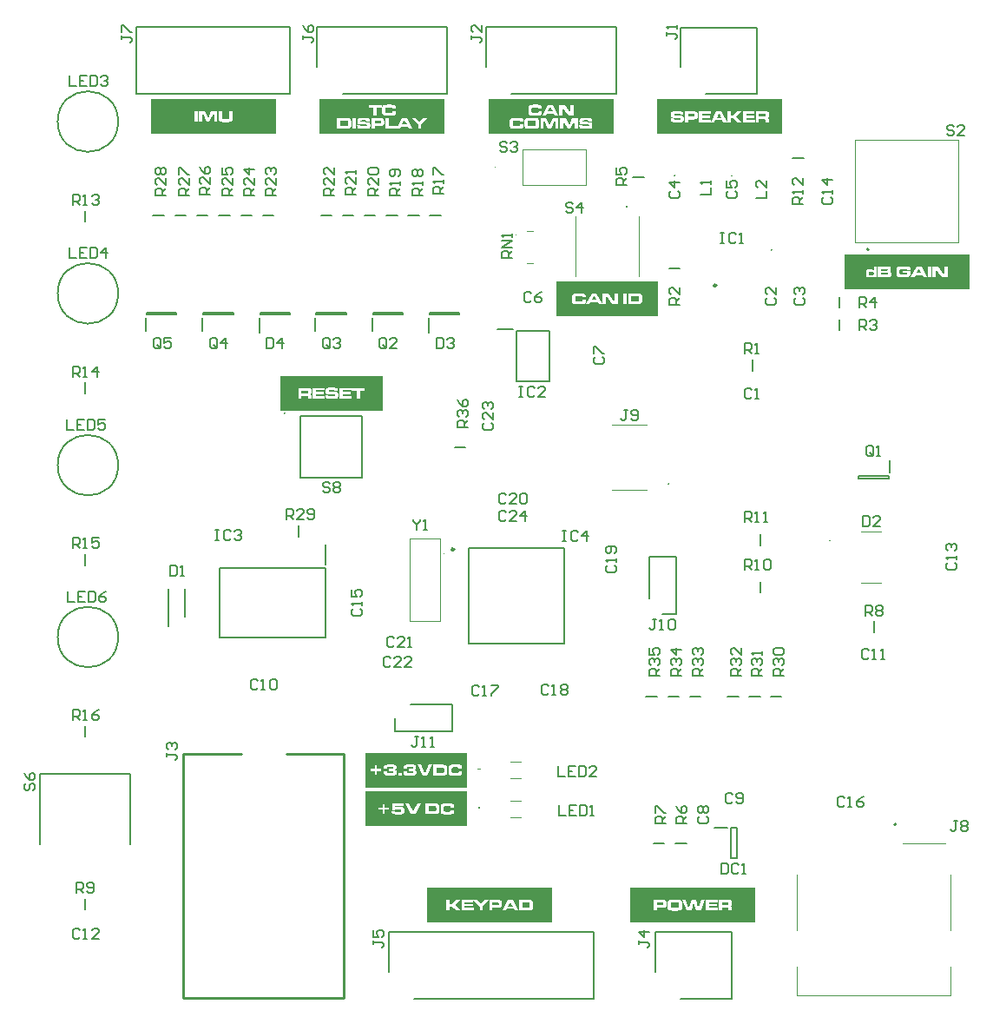
<source format=gto>
G04 Layer_Color=65535*
%FSLAX25Y25*%
%MOIN*%
G70*
G01*
G75*
%ADD42C,0.01000*%
%ADD61C,0.00787*%
%ADD62C,0.00394*%
%ADD63C,0.00984*%
%ADD64C,0.00800*%
G36*
X369894Y275000D02*
X321900D01*
Y288294D01*
X369894D01*
Y275000D01*
D02*
G37*
G36*
X298194Y334500D02*
X250200D01*
Y347794D01*
X298194D01*
Y334500D01*
D02*
G37*
G36*
X168493Y341554D02*
Y334500D01*
X120499D01*
Y341554D01*
Y347794D01*
X168493D01*
Y341554D01*
D02*
G37*
G36*
X233344Y341558D02*
Y334496D01*
X185350D01*
Y341558D01*
Y347798D01*
X233344D01*
Y341558D01*
D02*
G37*
G36*
X103643Y334500D02*
X55649D01*
Y347794D01*
X103643D01*
Y334500D01*
D02*
G37*
G36*
X176990Y68853D02*
X138196D01*
Y82147D01*
X176990D01*
Y68853D01*
D02*
G37*
G36*
X177194Y83753D02*
X137992D01*
Y97047D01*
X177194D01*
Y83753D01*
D02*
G37*
G36*
X209794Y31900D02*
X161800D01*
Y45194D01*
X209794D01*
Y31900D01*
D02*
G37*
G36*
X287794D02*
X239800D01*
Y45194D01*
X287794D01*
Y31900D01*
D02*
G37*
G36*
X250501Y264600D02*
X211299D01*
Y277894D01*
X250501D01*
Y264600D01*
D02*
G37*
G36*
X144601Y228400D02*
X105399D01*
Y241694D01*
X144601D01*
Y228400D01*
D02*
G37*
%LPC*%
G36*
X361559Y283708D02*
X360279D01*
X360309Y280644D01*
X360183D01*
X358029Y283708D01*
X355839D01*
Y279601D01*
X357112D01*
X357082Y282665D01*
X357215D01*
X359376Y279601D01*
X361559D01*
Y283708D01*
D02*
G37*
G36*
X338138D02*
X334882D01*
Y279601D01*
X338590D01*
X338686Y279608D01*
X338967D01*
X339004Y279616D01*
X339085D01*
X339204Y279631D01*
X339300Y279645D01*
X339389Y279660D01*
X339463Y279682D01*
X339514Y279697D01*
X339559Y279705D01*
X339581Y279719D01*
X339588D01*
X339655Y279749D01*
X339714Y279786D01*
X339759Y279831D01*
X339803Y279868D01*
X339833Y279905D01*
X339855Y279927D01*
X339870Y279949D01*
X339877Y279956D01*
X339929Y280060D01*
X339973Y280178D01*
X340003Y280297D01*
X340018Y280422D01*
X340033Y280534D01*
X340040Y280622D01*
Y280659D01*
Y280681D01*
Y280696D01*
Y280704D01*
Y280822D01*
X340025Y280926D01*
X340010Y281022D01*
X339996Y281111D01*
X339973Y281185D01*
X339944Y281251D01*
X339914Y281318D01*
X339892Y281370D01*
X339862Y281414D01*
X339833Y281451D01*
X339781Y281503D01*
X339751Y281540D01*
X339737Y281547D01*
X339685Y281577D01*
X339618Y281607D01*
X339485Y281651D01*
X339426Y281666D01*
X339374Y281680D01*
X339344Y281688D01*
X339330D01*
X339440Y281725D01*
X339529Y281769D01*
X339603Y281821D01*
X339663Y281873D01*
X339707Y281917D01*
X339744Y281947D01*
X339759Y281977D01*
X339766Y281984D01*
X339810Y282073D01*
X339840Y282176D01*
X339862Y282280D01*
X339877Y282391D01*
X339884Y282487D01*
X339892Y282561D01*
Y282591D01*
Y282613D01*
Y282628D01*
Y282635D01*
Y282768D01*
X339877Y282879D01*
X339870Y282983D01*
X339855Y283064D01*
X339840Y283131D01*
X339825Y283175D01*
X339818Y283205D01*
X339810Y283212D01*
X339774Y283286D01*
X339737Y283353D01*
X339692Y283412D01*
X339648Y283456D01*
X339611Y283493D01*
X339574Y283523D01*
X339551Y283538D01*
X339544Y283545D01*
X339463Y283582D01*
X339374Y283619D01*
X339270Y283642D01*
X339174Y283664D01*
X339085Y283671D01*
X339019Y283679D01*
X338989Y283686D01*
X338908D01*
X338856Y283693D01*
X338701D01*
X338612Y283701D01*
X338323D01*
X338138Y283708D01*
D02*
G37*
G36*
X351606D02*
X349660D01*
X347492Y279601D01*
X348913D01*
X349260Y280297D01*
X351983D01*
X352331Y279601D01*
X353752D01*
X351606Y283708D01*
D02*
G37*
G36*
X355262D02*
X353944D01*
Y279601D01*
X355262D01*
Y283708D01*
D02*
G37*
G36*
X345124Y283767D02*
X344532D01*
X344310Y283760D01*
X344103D01*
X343910Y283752D01*
X343740Y283738D01*
X343577Y283730D01*
X343437Y283723D01*
X343311Y283708D01*
X343192Y283701D01*
X343096Y283686D01*
X343015Y283679D01*
X342948Y283671D01*
X342896Y283664D01*
X342859Y283656D01*
X342837Y283649D01*
X342830D01*
X342726Y283627D01*
X342630Y283597D01*
X342541Y283560D01*
X342467Y283516D01*
X342393Y283471D01*
X342334Y283427D01*
X342275Y283375D01*
X342230Y283323D01*
X342156Y283227D01*
X342105Y283146D01*
X342090Y283116D01*
X342075Y283094D01*
X342068Y283079D01*
Y283072D01*
X342016Y282902D01*
X341993Y282813D01*
X341979Y282731D01*
X341971Y282665D01*
X341964Y282613D01*
X341956Y282576D01*
Y282561D01*
X341949Y282443D01*
X341942Y282310D01*
X341934Y282169D01*
Y282036D01*
X341927Y281910D01*
Y281858D01*
Y281814D01*
Y281769D01*
Y281740D01*
Y281725D01*
Y281717D01*
Y281570D01*
Y281429D01*
Y281311D01*
X341934Y281192D01*
Y281096D01*
Y281000D01*
X341942Y280926D01*
Y280852D01*
Y280792D01*
X341949Y280741D01*
Y280696D01*
Y280667D01*
X341956Y280637D01*
Y280622D01*
Y280608D01*
X341971Y280504D01*
X341993Y280408D01*
X342016Y280326D01*
X342038Y280260D01*
X342060Y280201D01*
X342075Y280164D01*
X342082Y280134D01*
X342090Y280127D01*
X342127Y280060D01*
X342171Y280001D01*
X342215Y279949D01*
X342260Y279905D01*
X342297Y279868D01*
X342326Y279845D01*
X342349Y279831D01*
X342356Y279823D01*
X342460Y279764D01*
X342571Y279719D01*
X342689Y279675D01*
X342800Y279645D01*
X342904Y279623D01*
X342978Y279608D01*
X343007D01*
X343029Y279601D01*
X343052D01*
X343141Y279594D01*
X343244Y279579D01*
X343355Y279572D01*
X343474Y279564D01*
X343725Y279557D01*
X343969Y279549D01*
X344088D01*
X344199Y279542D01*
X344976D01*
X345101Y279549D01*
X345316D01*
X345405Y279557D01*
X345560D01*
X345627Y279564D01*
X345723D01*
X345753Y279572D01*
X345797D01*
X345945Y279579D01*
X346086Y279594D01*
X346212Y279608D01*
X346315Y279616D01*
X346404Y279631D01*
X346470Y279638D01*
X346508Y279645D01*
X346522D01*
X346656Y279682D01*
X346766Y279727D01*
X346870Y279779D01*
X346959Y279845D01*
X347040Y279912D01*
X347099Y279986D01*
X347159Y280060D01*
X347203Y280134D01*
X347240Y280201D01*
X347270Y280275D01*
X347292Y280334D01*
X347307Y280393D01*
X347322Y280437D01*
Y280474D01*
X347329Y280497D01*
Y280504D01*
X347336Y280593D01*
X347344Y280689D01*
X347358Y280896D01*
X347366Y281111D01*
X347373Y281325D01*
Y281421D01*
X347381Y281518D01*
Y281599D01*
Y281673D01*
Y281732D01*
Y281777D01*
Y281806D01*
Y281814D01*
Y281821D01*
Y281836D01*
X347373Y281880D01*
X347366Y281917D01*
Y281925D01*
Y281932D01*
X344510D01*
Y281111D01*
X346152D01*
X346160Y281051D01*
Y281022D01*
Y281000D01*
Y280992D01*
Y280933D01*
X346152Y280874D01*
X346145Y280830D01*
X346137Y280792D01*
X346130Y280763D01*
X346123Y280741D01*
X346115Y280733D01*
Y280726D01*
X346078Y280667D01*
X346041Y280630D01*
X346004Y280608D01*
X345997Y280600D01*
X345989D01*
X345893Y280571D01*
X345797Y280556D01*
X345760Y280548D01*
X345723Y280541D01*
X345531D01*
X345457Y280534D01*
X344361D01*
X344236Y280541D01*
X343940D01*
X343866Y280548D01*
X343710D01*
X343681Y280556D01*
X343614D01*
X343503Y280578D01*
X343459Y280600D01*
X343422Y280615D01*
X343392Y280630D01*
X343370Y280644D01*
X343355Y280659D01*
X343348D01*
X343311Y280696D01*
X343281Y280741D01*
X343237Y280830D01*
X343222Y280874D01*
X343215Y280911D01*
X343207Y280933D01*
Y280941D01*
X343200Y281029D01*
X343192Y281140D01*
X343185Y281259D01*
Y281384D01*
X343178Y281488D01*
Y281584D01*
Y281614D01*
Y281644D01*
Y281658D01*
Y281666D01*
Y281828D01*
X343185Y281962D01*
Y282080D01*
X343192Y282169D01*
X343200Y282236D01*
Y282280D01*
X343207Y282310D01*
Y282317D01*
X343222Y282383D01*
X343244Y282443D01*
X343266Y282487D01*
X343288Y282524D01*
X343311Y282554D01*
X343333Y282576D01*
X343340Y282591D01*
X343348D01*
X343392Y282620D01*
X343451Y282643D01*
X343577Y282680D01*
X343636Y282687D01*
X343681Y282694D01*
X343710Y282702D01*
X343725D01*
X343784Y282709D01*
X343844Y282716D01*
X343991Y282724D01*
X344147Y282731D01*
X344295D01*
X344436Y282739D01*
X345057D01*
X345213Y282731D01*
X345338D01*
X345442Y282724D01*
X345516D01*
X345560Y282716D01*
X345575D01*
X345693Y282709D01*
X345782Y282694D01*
X345864Y282680D01*
X345923Y282665D01*
X345967Y282650D01*
X345997Y282643D01*
X346012Y282628D01*
X346019D01*
X346049Y282591D01*
X346071Y282561D01*
X346086Y282531D01*
Y282524D01*
X346093Y282494D01*
X346100Y282465D01*
X346108Y282391D01*
X346115Y282354D01*
Y282324D01*
Y282302D01*
Y282295D01*
X347366D01*
Y282443D01*
X347358Y282576D01*
X347351Y282694D01*
X347344Y282783D01*
X347329Y282864D01*
X347322Y282916D01*
X347314Y282953D01*
Y282961D01*
X347292Y283050D01*
X347262Y283131D01*
X347225Y283197D01*
X347188Y283264D01*
X347092Y283375D01*
X346996Y283464D01*
X346900Y283523D01*
X346818Y283568D01*
X346789Y283582D01*
X346766Y283590D01*
X346752Y283597D01*
X346744D01*
X346626Y283627D01*
X346500Y283656D01*
X346374Y283679D01*
X346263Y283693D01*
X346152Y283708D01*
X346071Y283716D01*
X346041D01*
X346019Y283723D01*
X345997D01*
X345908Y283730D01*
X345812Y283738D01*
X345612Y283752D01*
X345412Y283760D01*
X345213D01*
X345124Y283767D01*
D02*
G37*
G36*
X334342Y283708D02*
X333254D01*
Y282124D01*
X333202D01*
X333143Y282221D01*
X333077Y282295D01*
X333002Y282361D01*
X332943Y282413D01*
X332884Y282450D01*
X332840Y282472D01*
X332810Y282487D01*
X332795Y282494D01*
X332744Y282509D01*
X332692Y282524D01*
X332566Y282554D01*
X332425Y282569D01*
X332292Y282576D01*
X332166Y282583D01*
X332115Y282591D01*
X331745D01*
X331641Y282583D01*
X331545Y282576D01*
X331456Y282569D01*
X331375D01*
X331300Y282561D01*
X331241Y282554D01*
X331182Y282546D01*
X331130Y282539D01*
X331093Y282531D01*
X331056Y282524D01*
X331034Y282517D01*
X331012D01*
X331005Y282509D01*
X330997D01*
X330849Y282465D01*
X330723Y282398D01*
X330620Y282332D01*
X330538Y282258D01*
X330472Y282191D01*
X330435Y282132D01*
X330405Y282095D01*
X330398Y282087D01*
Y282080D01*
X330339Y281940D01*
X330316Y281873D01*
X330301Y281814D01*
X330287Y281754D01*
X330279Y281710D01*
X330272Y281680D01*
Y281673D01*
X330257Y281584D01*
X330250Y281488D01*
X330242Y281384D01*
Y281288D01*
X330235Y281207D01*
Y281133D01*
Y281088D01*
Y281081D01*
Y281074D01*
Y280881D01*
X330242Y280718D01*
X330257Y280578D01*
X330272Y280467D01*
X330279Y280378D01*
X330294Y280311D01*
X330301Y280275D01*
Y280260D01*
X330331Y280164D01*
X330368Y280082D01*
X330405Y280008D01*
X330450Y279949D01*
X330486Y279897D01*
X330516Y279860D01*
X330538Y279838D01*
X330546Y279831D01*
X330620Y279771D01*
X330709Y279719D01*
X330790Y279682D01*
X330871Y279645D01*
X330945Y279623D01*
X331005Y279608D01*
X331042Y279594D01*
X331056D01*
X331189Y279572D01*
X331330Y279557D01*
X331486Y279542D01*
X331633Y279535D01*
X331759D01*
X331819Y279527D01*
X332100D01*
X332218Y279535D01*
X332336Y279542D01*
X332440Y279557D01*
X332529Y279572D01*
X332618Y279586D01*
X332692Y279601D01*
X332758Y279616D01*
X332818Y279631D01*
X332869Y279645D01*
X332914Y279660D01*
X332943Y279675D01*
X332973Y279690D01*
X332988Y279697D01*
X333002Y279705D01*
X333054Y279742D01*
X333099Y279786D01*
X333180Y279875D01*
X333210Y279919D01*
X333232Y279956D01*
X333247Y279978D01*
X333254Y279986D01*
X333313D01*
Y279601D01*
X334342D01*
Y283708D01*
D02*
G37*
%LPD*%
G36*
X338116Y282731D02*
X338301D01*
X338345Y282724D01*
X338441D01*
X338471Y282716D01*
X338493D01*
X338552Y282687D01*
X338597Y282650D01*
X338634Y282598D01*
X338656Y282546D01*
X338671Y282502D01*
X338678Y282457D01*
Y282428D01*
Y282420D01*
X338671Y282339D01*
X338656Y282273D01*
X338634Y282228D01*
X338604Y282191D01*
X338575Y282161D01*
X338552Y282147D01*
X338538Y282132D01*
X338530D01*
X338501Y282124D01*
X338464Y282117D01*
X338419Y282110D01*
X338375D01*
X338257Y282095D01*
X338138D01*
X338027Y282087D01*
X336073D01*
Y282739D01*
X338035D01*
X338116Y282731D01*
D02*
G37*
G36*
X338182Y281259D02*
X338412D01*
X338464Y281251D01*
X338575D01*
X338612Y281244D01*
X338634D01*
X338701Y281222D01*
X338745Y281177D01*
X338782Y281125D01*
X338804Y281074D01*
X338819Y281022D01*
X338826Y280985D01*
Y280955D01*
Y280941D01*
X338819Y280852D01*
X338804Y280785D01*
X338774Y280726D01*
X338745Y280689D01*
X338715Y280659D01*
X338686Y280637D01*
X338671Y280622D01*
X338664D01*
X338604Y280608D01*
X338545Y280600D01*
X338501Y280593D01*
X338390D01*
X338345Y280585D01*
X336073D01*
Y281266D01*
X338086D01*
X338182Y281259D01*
D02*
G37*
G36*
X351539Y281200D02*
X349712D01*
X350503Y282753D01*
X350748D01*
X351539Y281200D01*
D02*
G37*
G36*
X332640Y281754D02*
X332758Y281740D01*
X332855Y281725D01*
X332921Y281710D01*
X332973Y281695D01*
X333002Y281688D01*
X333010Y281680D01*
X333062Y281658D01*
X333099Y281621D01*
X333136Y281592D01*
X333158Y281562D01*
X333180Y281525D01*
X333195Y281503D01*
X333202Y281488D01*
Y281481D01*
X333225Y281421D01*
X333239Y281355D01*
X333254Y281214D01*
X333261Y281155D01*
Y281103D01*
Y281066D01*
Y281051D01*
Y280963D01*
X333254Y280881D01*
X333247Y280815D01*
X333239Y280755D01*
X333232Y280718D01*
X333225Y280681D01*
X333217Y280667D01*
Y280659D01*
X333180Y280578D01*
X333136Y280519D01*
X333091Y280489D01*
X333084Y280474D01*
X333077D01*
X333032Y280452D01*
X332988Y280430D01*
X332869Y280400D01*
X332736Y280378D01*
X332595Y280363D01*
X332470Y280356D01*
X332418D01*
X332366Y280348D01*
X332100D01*
X331952Y280363D01*
X331833Y280371D01*
X331737Y280385D01*
X331670Y280400D01*
X331619Y280408D01*
X331589Y280422D01*
X331582D01*
X331530Y280445D01*
X331486Y280482D01*
X331456Y280511D01*
X331426Y280548D01*
X331404Y280578D01*
X331389Y280600D01*
X331382Y280615D01*
Y280622D01*
X331367Y280681D01*
X331352Y280755D01*
X331337Y280911D01*
X331330Y280978D01*
Y281037D01*
Y281074D01*
Y281088D01*
X331337Y281237D01*
X331360Y281355D01*
X331389Y281451D01*
X331419Y281525D01*
X331449Y281584D01*
X331478Y281614D01*
X331500Y281636D01*
X331508Y281644D01*
X331545Y281666D01*
X331596Y281688D01*
X331656Y281703D01*
X331715Y281717D01*
X331848Y281740D01*
X331989Y281754D01*
X332122Y281762D01*
X332181Y281769D01*
X332499D01*
X332640Y281754D01*
D02*
G37*
%LPC*%
G36*
X274815Y343197D02*
X272869D01*
X270701Y339090D01*
X272121D01*
X272469Y339786D01*
X275192D01*
X275540Y339090D01*
X276961D01*
X274815Y343197D01*
D02*
G37*
G36*
X270671D02*
X266120D01*
Y339090D01*
X270693D01*
Y340074D01*
X267356D01*
Y340740D01*
X270501D01*
Y341643D01*
X267356D01*
Y342228D01*
X270671D01*
Y343197D01*
D02*
G37*
G36*
X291332D02*
X287965D01*
Y339090D01*
X289215D01*
Y340133D01*
X291221D01*
X291302Y340126D01*
X291376D01*
X291421Y340119D01*
X291458D01*
X291472Y340111D01*
X291480D01*
X291561Y340089D01*
X291620Y340052D01*
X291657Y340030D01*
X291672Y340015D01*
X291717Y339948D01*
X291746Y339874D01*
X291761Y339845D01*
Y339815D01*
X291768Y339800D01*
Y339793D01*
X291776Y339726D01*
X291783Y339652D01*
X291798Y339497D01*
Y339423D01*
Y339364D01*
Y339319D01*
Y339312D01*
Y339305D01*
Y339090D01*
X293034D01*
Y339467D01*
Y339564D01*
Y339652D01*
Y339726D01*
X293026Y339800D01*
Y339867D01*
Y339919D01*
X293019Y340015D01*
X293011Y340082D01*
Y340126D01*
X293004Y340156D01*
Y340163D01*
X292974Y340281D01*
X292952Y340326D01*
X292930Y340370D01*
X292908Y340407D01*
X292893Y340429D01*
X292886Y340444D01*
X292878Y340452D01*
X292804Y340518D01*
X292716Y340570D01*
X292627Y340614D01*
X292530Y340644D01*
X292442Y340659D01*
X292375Y340674D01*
X292345D01*
X292323Y340681D01*
X292308D01*
X292427Y340703D01*
X292530Y340733D01*
X292612Y340762D01*
X292686Y340792D01*
X292738Y340822D01*
X292782Y340844D01*
X292804Y340859D01*
X292812Y340866D01*
X292863Y340918D01*
X292908Y340970D01*
X292945Y341029D01*
X292974Y341081D01*
X292989Y341125D01*
X293004Y341162D01*
X293019Y341192D01*
Y341199D01*
X293041Y341288D01*
X293056Y341391D01*
X293063Y341502D01*
X293071Y341606D01*
X293078Y341710D01*
Y341784D01*
Y341813D01*
Y341835D01*
Y341850D01*
Y341858D01*
Y342043D01*
X293063Y342205D01*
X293049Y342339D01*
X293034Y342450D01*
X293019Y342531D01*
X293004Y342590D01*
X292997Y342620D01*
X292989Y342635D01*
X292952Y342723D01*
X292900Y342805D01*
X292849Y342871D01*
X292797Y342931D01*
X292745Y342975D01*
X292701Y343005D01*
X292671Y343027D01*
X292664Y343034D01*
X292590Y343071D01*
X292516Y343108D01*
X292449Y343130D01*
X292390Y343145D01*
X292338Y343160D01*
X292294D01*
X292264Y343167D01*
X292257D01*
X292205Y343175D01*
X292146D01*
X292064Y343182D01*
X291872D01*
X291761Y343190D01*
X291435D01*
X291332Y343197D01*
D02*
G37*
G36*
X287550D02*
X282999D01*
Y339090D01*
X287573D01*
Y340074D01*
X284235D01*
Y340740D01*
X287380D01*
Y341643D01*
X284235D01*
Y342228D01*
X287550D01*
Y343197D01*
D02*
G37*
G36*
X263856D02*
X260770D01*
Y339090D01*
X262020D01*
Y340096D01*
X263952D01*
X264055Y340104D01*
X264226D01*
X264300Y340111D01*
X264418D01*
X264462Y340119D01*
X264536D01*
X264559Y340126D01*
X264588D01*
X264721Y340141D01*
X264840Y340163D01*
X264943Y340193D01*
X265025Y340215D01*
X265091Y340237D01*
X265143Y340259D01*
X265173Y340267D01*
X265180Y340274D01*
X265254Y340318D01*
X265321Y340370D01*
X265380Y340422D01*
X265432Y340474D01*
X265469Y340518D01*
X265498Y340555D01*
X265513Y340585D01*
X265521Y340592D01*
X265550Y340651D01*
X265580Y340725D01*
X265624Y340888D01*
X265654Y341066D01*
X265676Y341236D01*
X265691Y341399D01*
Y341473D01*
X265698Y341532D01*
Y341584D01*
Y341628D01*
Y341650D01*
Y341658D01*
Y341806D01*
X265691Y341932D01*
X265676Y342057D01*
X265661Y342168D01*
X265646Y342272D01*
X265632Y342361D01*
X265609Y342442D01*
X265587Y342516D01*
X265565Y342575D01*
X265550Y342627D01*
X265528Y342672D01*
X265513Y342709D01*
X265498Y342731D01*
X265483Y342753D01*
X265476Y342768D01*
X265432Y342827D01*
X265380Y342871D01*
X265254Y342960D01*
X265121Y343027D01*
X264988Y343079D01*
X264862Y343116D01*
X264803Y343130D01*
X264751Y343145D01*
X264714Y343153D01*
X264684D01*
X264662Y343160D01*
X264655D01*
X264603Y343167D01*
X264544Y343175D01*
X264470D01*
X264388Y343182D01*
X264211Y343190D01*
X264033D01*
X263856Y343197D01*
D02*
G37*
G36*
X258224Y343264D02*
X257477D01*
X257292Y343256D01*
X257114D01*
X256959Y343249D01*
X256818Y343241D01*
X256700Y343234D01*
X256589D01*
X256500Y343227D01*
X256418Y343219D01*
X256359Y343212D01*
X256308Y343204D01*
X256263D01*
X256241Y343197D01*
X256219D01*
X256071Y343167D01*
X255945Y343130D01*
X255841Y343079D01*
X255752Y343034D01*
X255686Y342990D01*
X255634Y342953D01*
X255605Y342923D01*
X255597Y342916D01*
X255553Y342857D01*
X255508Y342790D01*
X255449Y342642D01*
X255405Y342479D01*
X255368Y342316D01*
X255353Y342168D01*
X255346Y342102D01*
Y342043D01*
X255338Y341998D01*
Y341961D01*
Y341939D01*
Y341932D01*
Y341821D01*
X255346Y341717D01*
X255360Y341621D01*
X255375Y341532D01*
X255390Y341451D01*
X255412Y341377D01*
X255434Y341317D01*
X255456Y341258D01*
X255493Y341169D01*
X255531Y341103D01*
X255560Y341066D01*
X255568Y341051D01*
X255619Y340992D01*
X255686Y340947D01*
X255745Y340903D01*
X255804Y340873D01*
X255863Y340844D01*
X255908Y340829D01*
X255938Y340822D01*
X255945Y340814D01*
X256048Y340792D01*
X256159Y340777D01*
X256271Y340762D01*
X256382Y340748D01*
X256485Y340740D01*
X256567Y340733D01*
X256692D01*
X256751Y340725D01*
X256892D01*
X257055Y340718D01*
X257225Y340711D01*
X257381Y340703D01*
X257454Y340696D01*
X257514D01*
X257565Y340688D01*
X257640D01*
X257773Y340681D01*
X257898Y340674D01*
X258010D01*
X258106Y340666D01*
X258194D01*
X258276Y340659D01*
X258409D01*
X258461Y340651D01*
X258720D01*
X258809Y340644D01*
X258875Y340629D01*
X258927Y340622D01*
X258972Y340607D01*
X258994Y340592D01*
X259009Y340585D01*
X259016D01*
X259053Y340555D01*
X259075Y340526D01*
X259105Y340444D01*
X259112Y340400D01*
X259120Y340370D01*
Y340348D01*
Y340341D01*
X259112Y340252D01*
X259097Y340185D01*
X259075Y340133D01*
X259053Y340089D01*
X259023Y340059D01*
X259001Y340045D01*
X258986Y340030D01*
X258979D01*
X258897Y340008D01*
X258816Y339993D01*
X258779D01*
X258750Y339985D01*
X258572D01*
X258505Y339978D01*
X257092D01*
X257033Y339985D01*
X256870D01*
X256774Y340000D01*
X256700Y340030D01*
X256678Y340037D01*
X256655Y340052D01*
X256648Y340059D01*
X256641D01*
X256596Y340104D01*
X256567Y340156D01*
X256544Y340222D01*
X256529Y340289D01*
X256522Y340348D01*
X256515Y340400D01*
Y340437D01*
Y340452D01*
X255301D01*
X255309Y340252D01*
X255316Y340096D01*
X255323Y339963D01*
X255338Y339852D01*
X255353Y339756D01*
X255368Y339689D01*
X255375Y339638D01*
X255390Y339601D01*
Y339593D01*
X255427Y339519D01*
X255479Y339445D01*
X255531Y339386D01*
X255590Y339342D01*
X255634Y339297D01*
X255679Y339268D01*
X255708Y339253D01*
X255715Y339245D01*
X255804Y339201D01*
X255915Y339171D01*
X256019Y339142D01*
X256130Y339120D01*
X256226Y339105D01*
X256300Y339090D01*
X256330D01*
X256352Y339083D01*
X256374D01*
X256463Y339075D01*
X256559Y339068D01*
X256774Y339053D01*
X257003Y339046D01*
X257225Y339038D01*
X257329D01*
X257425Y339031D01*
X258298D01*
X258446Y339038D01*
X258587D01*
X258713Y339046D01*
X258823D01*
X258920Y339053D01*
X259075D01*
X259134Y339060D01*
X259179D01*
X259216Y339068D01*
X259260D01*
X259393Y339083D01*
X259512Y339105D01*
X259608Y339120D01*
X259697Y339149D01*
X259756Y339164D01*
X259808Y339186D01*
X259837Y339194D01*
X259845Y339201D01*
X259919Y339245D01*
X259985Y339297D01*
X260045Y339342D01*
X260089Y339393D01*
X260126Y339438D01*
X260148Y339475D01*
X260163Y339504D01*
X260170Y339512D01*
X260222Y339630D01*
X260266Y339763D01*
X260296Y339911D01*
X260311Y340052D01*
X260326Y340178D01*
Y340237D01*
X260333Y340281D01*
Y340318D01*
Y340355D01*
Y340370D01*
Y340378D01*
X260326Y340533D01*
X260318Y340674D01*
X260303Y340792D01*
X260289Y340888D01*
X260266Y340962D01*
X260252Y341014D01*
X260244Y341051D01*
X260237Y341058D01*
X260192Y341140D01*
X260148Y341214D01*
X260096Y341280D01*
X260045Y341332D01*
X259993Y341377D01*
X259956Y341406D01*
X259926Y341421D01*
X259919Y341428D01*
X259837Y341465D01*
X259749Y341495D01*
X259660Y341525D01*
X259571Y341547D01*
X259497Y341562D01*
X259438Y341569D01*
X259393Y341576D01*
X259379D01*
X259312Y341584D01*
X259223Y341591D01*
X259134Y341599D01*
X259031Y341606D01*
X258816Y341621D01*
X258594Y341636D01*
X258483D01*
X258387Y341643D01*
X258291Y341650D01*
X258217D01*
X258150Y341658D01*
X258054D01*
X257847Y341665D01*
X257654Y341673D01*
X257491D01*
X257344Y341680D01*
X257218Y341687D01*
X257114Y341695D01*
X257018Y341702D01*
X256944Y341710D01*
X256885D01*
X256833Y341717D01*
X256796Y341724D01*
X256744D01*
X256729Y341732D01*
X256722D01*
X256663Y341754D01*
X256626Y341791D01*
X256596Y341835D01*
X256574Y341880D01*
X256559Y341924D01*
X256552Y341961D01*
Y341991D01*
Y341998D01*
X256559Y342072D01*
X256581Y342131D01*
X256604Y342183D01*
X256641Y342220D01*
X256670Y342242D01*
X256692Y342257D01*
X256715Y342272D01*
X256722D01*
X256759Y342279D01*
X256818Y342287D01*
X256877Y342294D01*
X256951Y342302D01*
X257107Y342309D01*
X257277Y342316D01*
X257440Y342324D01*
X258194D01*
X258261Y342316D01*
X258461D01*
X258520Y342309D01*
X258564D01*
X258639Y342302D01*
X258698Y342294D01*
X258750Y342279D01*
X258787Y342272D01*
X258816Y342257D01*
X258838Y342250D01*
X258853Y342242D01*
X258897Y342213D01*
X258920Y342176D01*
X258934Y342154D01*
X258942Y342139D01*
X258949Y342109D01*
X258957Y342080D01*
X258964Y342006D01*
Y341969D01*
Y341939D01*
Y341917D01*
Y341909D01*
X260178D01*
Y341961D01*
X260185Y341998D01*
Y342035D01*
Y342057D01*
Y342094D01*
Y342102D01*
Y342205D01*
X260178Y342294D01*
X260156Y342457D01*
X260119Y342598D01*
X260082Y342709D01*
X260037Y342790D01*
X260008Y342849D01*
X259978Y342886D01*
X259970Y342894D01*
X259926Y342938D01*
X259874Y342975D01*
X259763Y343042D01*
X259637Y343101D01*
X259504Y343145D01*
X259386Y343175D01*
X259334Y343190D01*
X259290Y343197D01*
X259245Y343204D01*
X259216D01*
X259201Y343212D01*
X259193D01*
X259120Y343219D01*
X259031Y343227D01*
X258942Y343234D01*
X258838Y343241D01*
X258631Y343249D01*
X258417Y343256D01*
X258320D01*
X258224Y343264D01*
D02*
G37*
G36*
X282629Y343227D02*
X280713D01*
X279085Y341710D01*
X278404D01*
Y343197D01*
X277153D01*
Y339090D01*
X278404D01*
Y340659D01*
X279085D01*
X280927Y339090D01*
X282829D01*
X280254Y341177D01*
X282629Y343227D01*
D02*
G37*
%LPD*%
G36*
X274748Y340688D02*
X272920D01*
X273712Y342242D01*
X273956D01*
X274748Y340688D01*
D02*
G37*
G36*
X291228Y342161D02*
X291391D01*
X291435Y342154D01*
X291487D01*
X291554Y342146D01*
X291605Y342131D01*
X291635Y342124D01*
X291650Y342117D01*
X291709Y342080D01*
X291746Y342028D01*
X291768Y341991D01*
X291776Y341983D01*
Y341976D01*
X291791Y341939D01*
X291805Y341887D01*
X291813Y341791D01*
X291820Y341747D01*
Y341710D01*
Y341687D01*
Y341680D01*
Y341606D01*
X291813Y341547D01*
X291805Y341488D01*
Y341451D01*
X291798Y341414D01*
X291791Y341391D01*
X291783Y341377D01*
Y341369D01*
X291754Y341303D01*
X291717Y341258D01*
X291687Y341229D01*
X291680Y341221D01*
X291672D01*
X291620Y341199D01*
X291568Y341184D01*
X291531Y341177D01*
X291465D01*
X291391Y341169D01*
X291213D01*
X291117Y341162D01*
X289215D01*
Y342168D01*
X291117D01*
X291228Y342161D01*
D02*
G37*
G36*
X263774D02*
X263856D01*
X263922Y342154D01*
X263989D01*
X264040Y342146D01*
X264085D01*
X264122Y342139D01*
X264174Y342131D01*
X264211D01*
X264226Y342124D01*
X264233D01*
X264307Y342080D01*
X264351Y342035D01*
X264381Y341991D01*
X264388Y341983D01*
Y341976D01*
X264403Y341932D01*
X264418Y341880D01*
X264433Y341776D01*
X264440Y341732D01*
Y341695D01*
Y341665D01*
Y341658D01*
Y341584D01*
X264433Y341517D01*
X264425Y341458D01*
Y341414D01*
X264418Y341377D01*
X264410Y341354D01*
X264403Y341340D01*
Y341332D01*
X264366Y341266D01*
X264322Y341221D01*
X264285Y341192D01*
X264277Y341184D01*
X264270D01*
X264211Y341155D01*
X264159Y341140D01*
X264114Y341132D01*
X264048D01*
X263981Y341125D01*
X262020D01*
Y342168D01*
X263685D01*
X263774Y342161D01*
D02*
G37*
%LPC*%
G36*
X144252Y345728D02*
X139279D01*
Y344677D01*
X141107D01*
Y341621D01*
X142424D01*
Y344677D01*
X144252D01*
Y345728D01*
D02*
G37*
G36*
X137803Y340733D02*
X137055D01*
X136870Y340725D01*
X136693D01*
X136537Y340718D01*
X136397Y340711D01*
X136278Y340703D01*
X136167D01*
X136079Y340696D01*
X135997Y340688D01*
X135938Y340681D01*
X135886Y340674D01*
X135842D01*
X135820Y340666D01*
X135797D01*
X135649Y340637D01*
X135524Y340600D01*
X135420Y340548D01*
X135331Y340503D01*
X135265Y340459D01*
X135213Y340422D01*
X135183Y340392D01*
X135176Y340385D01*
X135131Y340326D01*
X135087Y340259D01*
X135028Y340111D01*
X134983Y339948D01*
X134946Y339786D01*
X134932Y339638D01*
X134924Y339571D01*
Y339512D01*
X134917Y339467D01*
Y339430D01*
Y339408D01*
Y339401D01*
Y339290D01*
X134924Y339186D01*
X134939Y339090D01*
X134954Y339001D01*
X134969Y338920D01*
X134991Y338846D01*
X135013Y338787D01*
X135035Y338727D01*
X135072Y338639D01*
X135109Y338572D01*
X135139Y338535D01*
X135146Y338520D01*
X135198Y338461D01*
X135265Y338417D01*
X135324Y338372D01*
X135383Y338343D01*
X135442Y338313D01*
X135487Y338298D01*
X135516Y338291D01*
X135524Y338283D01*
X135627Y338261D01*
X135738Y338246D01*
X135849Y338232D01*
X135960Y338217D01*
X136064Y338209D01*
X136145Y338202D01*
X136271D01*
X136330Y338195D01*
X136471D01*
X136634Y338187D01*
X136804Y338180D01*
X136959Y338172D01*
X137033Y338165D01*
X137092D01*
X137144Y338158D01*
X137218D01*
X137351Y338150D01*
X137477Y338143D01*
X137588D01*
X137684Y338135D01*
X137773D01*
X137855Y338128D01*
X137988D01*
X138040Y338121D01*
X138299D01*
X138387Y338113D01*
X138454Y338098D01*
X138506Y338091D01*
X138550Y338076D01*
X138572Y338061D01*
X138587Y338054D01*
X138595D01*
X138632Y338024D01*
X138654Y337995D01*
X138683Y337913D01*
X138691Y337869D01*
X138698Y337839D01*
Y337817D01*
Y337810D01*
X138691Y337721D01*
X138676Y337654D01*
X138654Y337603D01*
X138632Y337558D01*
X138602Y337529D01*
X138580Y337514D01*
X138565Y337499D01*
X138558D01*
X138476Y337477D01*
X138395Y337462D01*
X138358D01*
X138328Y337455D01*
X138151D01*
X138084Y337447D01*
X136671D01*
X136611Y337455D01*
X136449D01*
X136352Y337469D01*
X136278Y337499D01*
X136256Y337506D01*
X136234Y337521D01*
X136227Y337529D01*
X136219D01*
X136175Y337573D01*
X136145Y337625D01*
X136123Y337691D01*
X136108Y337758D01*
X136101Y337817D01*
X136093Y337869D01*
Y337906D01*
Y337921D01*
X134880D01*
X134887Y337721D01*
X134895Y337566D01*
X134902Y337432D01*
X134917Y337321D01*
X134932Y337225D01*
X134946Y337159D01*
X134954Y337107D01*
X134969Y337070D01*
Y337062D01*
X135006Y336988D01*
X135057Y336914D01*
X135109Y336855D01*
X135168Y336811D01*
X135213Y336766D01*
X135257Y336737D01*
X135287Y336722D01*
X135294Y336715D01*
X135383Y336670D01*
X135494Y336641D01*
X135598Y336611D01*
X135709Y336589D01*
X135805Y336574D01*
X135879Y336559D01*
X135908D01*
X135931Y336552D01*
X135953D01*
X136042Y336544D01*
X136138Y336537D01*
X136352Y336522D01*
X136582Y336515D01*
X136804Y336507D01*
X136907D01*
X137004Y336500D01*
X137877D01*
X138025Y336507D01*
X138165D01*
X138291Y336515D01*
X138402D01*
X138498Y336522D01*
X138654D01*
X138713Y336530D01*
X138757D01*
X138794Y336537D01*
X138839D01*
X138972Y336552D01*
X139090Y336574D01*
X139187Y336589D01*
X139275Y336618D01*
X139335Y336633D01*
X139386Y336655D01*
X139416Y336663D01*
X139423Y336670D01*
X139497Y336715D01*
X139564Y336766D01*
X139623Y336811D01*
X139668Y336863D01*
X139705Y336907D01*
X139727Y336944D01*
X139742Y336974D01*
X139749Y336981D01*
X139801Y337099D01*
X139845Y337233D01*
X139875Y337381D01*
X139890Y337521D01*
X139904Y337647D01*
Y337706D01*
X139912Y337751D01*
Y337788D01*
Y337825D01*
Y337839D01*
Y337847D01*
X139904Y338002D01*
X139897Y338143D01*
X139882Y338261D01*
X139867Y338357D01*
X139845Y338431D01*
X139830Y338483D01*
X139823Y338520D01*
X139816Y338528D01*
X139771Y338609D01*
X139727Y338683D01*
X139675Y338750D01*
X139623Y338801D01*
X139571Y338846D01*
X139534Y338875D01*
X139505Y338890D01*
X139497Y338898D01*
X139416Y338935D01*
X139327Y338964D01*
X139238Y338994D01*
X139150Y339016D01*
X139076Y339031D01*
X139016Y339038D01*
X138972Y339046D01*
X138957D01*
X138891Y339053D01*
X138802Y339060D01*
X138713Y339068D01*
X138609Y339075D01*
X138395Y339090D01*
X138173Y339105D01*
X138062D01*
X137966Y339112D01*
X137869Y339120D01*
X137795D01*
X137729Y339127D01*
X137633D01*
X137425Y339134D01*
X137233Y339142D01*
X137070D01*
X136922Y339149D01*
X136796Y339157D01*
X136693Y339164D01*
X136597Y339171D01*
X136523Y339179D01*
X136463D01*
X136412Y339186D01*
X136375Y339194D01*
X136323D01*
X136308Y339201D01*
X136301D01*
X136241Y339223D01*
X136204Y339260D01*
X136175Y339305D01*
X136153Y339349D01*
X136138Y339393D01*
X136130Y339430D01*
Y339460D01*
Y339467D01*
X136138Y339541D01*
X136160Y339601D01*
X136182Y339652D01*
X136219Y339689D01*
X136249Y339712D01*
X136271Y339726D01*
X136293Y339741D01*
X136301D01*
X136338Y339749D01*
X136397Y339756D01*
X136456Y339763D01*
X136530Y339771D01*
X136685Y339778D01*
X136856Y339786D01*
X137018Y339793D01*
X137773D01*
X137840Y339786D01*
X138040D01*
X138099Y339778D01*
X138143D01*
X138217Y339771D01*
X138276Y339763D01*
X138328Y339749D01*
X138365Y339741D01*
X138395Y339726D01*
X138417Y339719D01*
X138432Y339712D01*
X138476Y339682D01*
X138498Y339645D01*
X138513Y339623D01*
X138521Y339608D01*
X138528Y339578D01*
X138535Y339549D01*
X138543Y339475D01*
Y339438D01*
Y339408D01*
Y339386D01*
Y339379D01*
X139756D01*
Y339430D01*
X139764Y339467D01*
Y339504D01*
Y339527D01*
Y339564D01*
Y339571D01*
Y339675D01*
X139756Y339763D01*
X139734Y339926D01*
X139697Y340067D01*
X139660Y340178D01*
X139616Y340259D01*
X139586Y340318D01*
X139557Y340355D01*
X139549Y340363D01*
X139505Y340407D01*
X139453Y340444D01*
X139342Y340511D01*
X139216Y340570D01*
X139083Y340614D01*
X138965Y340644D01*
X138913Y340659D01*
X138868Y340666D01*
X138824Y340674D01*
X138794D01*
X138780Y340681D01*
X138772D01*
X138698Y340688D01*
X138609Y340696D01*
X138521Y340703D01*
X138417Y340711D01*
X138210Y340718D01*
X137995Y340725D01*
X137899D01*
X137803Y340733D01*
D02*
G37*
G36*
X161779Y340666D02*
X160151D01*
X158871Y339016D01*
X157531Y340666D01*
X155888D01*
X158242Y338010D01*
Y336559D01*
X159537D01*
Y338010D01*
X161779Y340666D01*
D02*
G37*
G36*
X134451D02*
X133133D01*
Y336559D01*
X134451D01*
Y340666D01*
D02*
G37*
G36*
X130773D02*
X127213D01*
Y336559D01*
X130714D01*
X130795Y336567D01*
X131039D01*
X131084Y336574D01*
X131172D01*
X131283Y336581D01*
X131394Y336596D01*
X131491Y336611D01*
X131579Y336626D01*
X131646Y336633D01*
X131705Y336648D01*
X131735Y336655D01*
X131750D01*
X131853Y336685D01*
X131949Y336722D01*
X132031Y336766D01*
X132105Y336811D01*
X132179Y336863D01*
X132238Y336922D01*
X132342Y337033D01*
X132416Y337144D01*
X132467Y337233D01*
X132482Y337270D01*
X132497Y337299D01*
X132504Y337314D01*
Y337321D01*
X132556Y337499D01*
X132578Y337580D01*
X132593Y337662D01*
X132601Y337728D01*
X132608Y337788D01*
X132615Y337817D01*
Y337832D01*
X132623Y337950D01*
X132630Y338084D01*
X132638Y338224D01*
X132645Y338357D01*
Y338483D01*
Y338535D01*
Y338579D01*
Y338616D01*
Y338646D01*
Y338661D01*
Y338668D01*
Y338846D01*
X132638Y339001D01*
Y339127D01*
X132630Y339231D01*
X132623Y339312D01*
Y339371D01*
X132615Y339401D01*
Y339416D01*
X132593Y339593D01*
X132578Y339675D01*
X132564Y339749D01*
X132549Y339808D01*
X132534Y339852D01*
X132527Y339882D01*
Y339889D01*
X132490Y339993D01*
X132438Y340082D01*
X132379Y340163D01*
X132319Y340237D01*
X132253Y340304D01*
X132186Y340363D01*
X132120Y340407D01*
X132053Y340452D01*
X131927Y340518D01*
X131868Y340540D01*
X131816Y340555D01*
X131779Y340570D01*
X131750Y340577D01*
X131727Y340585D01*
X131720D01*
X131528Y340614D01*
X131439Y340629D01*
X131365Y340637D01*
X131298Y340644D01*
X131254Y340651D01*
X131158D01*
X131098Y340659D01*
X130943D01*
X130773Y340666D01*
D02*
G37*
G36*
X153957D02*
X152011D01*
X149939Y336741D01*
Y337610D01*
X147016D01*
Y340666D01*
X145699D01*
Y336559D01*
X151263D01*
X151611Y337255D01*
X154334D01*
X154682Y336559D01*
X156103D01*
X153957Y340666D01*
D02*
G37*
G36*
X143434D02*
X140348D01*
Y336559D01*
X141599D01*
Y337566D01*
X143530D01*
X143634Y337573D01*
X143804D01*
X143878Y337580D01*
X143997D01*
X144041Y337588D01*
X144115D01*
X144137Y337595D01*
X144167D01*
X144300Y337610D01*
X144418Y337632D01*
X144522Y337662D01*
X144603Y337684D01*
X144670Y337706D01*
X144722Y337728D01*
X144751Y337736D01*
X144759Y337743D01*
X144833Y337788D01*
X144899Y337839D01*
X144959Y337891D01*
X145010Y337943D01*
X145047Y337987D01*
X145077Y338024D01*
X145092Y338054D01*
X145099Y338061D01*
X145129Y338121D01*
X145158Y338195D01*
X145203Y338357D01*
X145232Y338535D01*
X145255Y338705D01*
X145269Y338868D01*
Y338942D01*
X145277Y339001D01*
Y339053D01*
Y339097D01*
Y339120D01*
Y339127D01*
Y339275D01*
X145269Y339401D01*
X145255Y339527D01*
X145240Y339638D01*
X145225Y339741D01*
X145210Y339830D01*
X145188Y339911D01*
X145166Y339985D01*
X145144Y340045D01*
X145129Y340096D01*
X145107Y340141D01*
X145092Y340178D01*
X145077Y340200D01*
X145062Y340222D01*
X145055Y340237D01*
X145010Y340296D01*
X144959Y340341D01*
X144833Y340429D01*
X144700Y340496D01*
X144566Y340548D01*
X144441Y340585D01*
X144381Y340600D01*
X144330Y340614D01*
X144293Y340622D01*
X144263D01*
X144241Y340629D01*
X144233D01*
X144182Y340637D01*
X144122Y340644D01*
X144048D01*
X143967Y340651D01*
X143789Y340659D01*
X143612D01*
X143434Y340666D01*
D02*
G37*
G36*
X147752Y345794D02*
X147108D01*
X146849Y345787D01*
X146613D01*
X146398Y345780D01*
X146198Y345765D01*
X146028Y345757D01*
X145872Y345750D01*
X145739Y345735D01*
X145628Y345728D01*
X145532Y345713D01*
X145451Y345706D01*
X145384Y345698D01*
X145340Y345691D01*
X145310Y345683D01*
X145288Y345676D01*
X145281D01*
X145184Y345654D01*
X145103Y345617D01*
X145021Y345587D01*
X144955Y345550D01*
X144836Y345461D01*
X144740Y345380D01*
X144666Y345299D01*
X144622Y345232D01*
X144592Y345180D01*
X144585Y345173D01*
Y345165D01*
X144563Y345099D01*
X144541Y345017D01*
X144518Y344936D01*
X144503Y344855D01*
X144496Y344788D01*
X144489Y344729D01*
X144481Y344692D01*
Y344684D01*
Y344677D01*
Y344610D01*
X144474Y344544D01*
X144466Y344381D01*
Y344211D01*
X144459Y344041D01*
Y343893D01*
Y343826D01*
Y343767D01*
Y343715D01*
Y343678D01*
Y343656D01*
Y343648D01*
Y343515D01*
Y343397D01*
Y343286D01*
X144466Y343182D01*
Y343086D01*
Y343005D01*
Y342931D01*
X144474Y342864D01*
Y342812D01*
Y342760D01*
Y342723D01*
X144481Y342694D01*
Y342664D01*
Y342649D01*
Y342635D01*
X144496Y342509D01*
X144518Y342405D01*
X144548Y342309D01*
X144570Y342228D01*
X144592Y342168D01*
X144615Y342124D01*
X144622Y342094D01*
X144629Y342087D01*
X144674Y342013D01*
X144726Y341954D01*
X144785Y341902D01*
X144836Y341850D01*
X144888Y341821D01*
X144925Y341791D01*
X144955Y341776D01*
X144962Y341769D01*
X145066Y341724D01*
X145184Y341687D01*
X145310Y341658D01*
X145429Y341636D01*
X145539Y341621D01*
X145628Y341606D01*
X145665D01*
X145687Y341599D01*
X145710D01*
X145813Y341591D01*
X145924Y341584D01*
X146050Y341576D01*
X146183D01*
X146465Y341562D01*
X146871D01*
X146990Y341554D01*
X147589D01*
X147774Y341562D01*
X147944D01*
X148100Y341569D01*
X148240Y341576D01*
X148374Y341584D01*
X148485Y341599D01*
X148588Y341606D01*
X148677Y341613D01*
X148751Y341628D01*
X148810Y341636D01*
X148862Y341643D01*
X148899Y341650D01*
X148929D01*
X148943Y341658D01*
X148951D01*
X149106Y341710D01*
X149240Y341769D01*
X149351Y341835D01*
X149432Y341909D01*
X149491Y341969D01*
X149536Y342020D01*
X149558Y342057D01*
X149565Y342072D01*
X149617Y342183D01*
X149654Y342302D01*
X149676Y342420D01*
X149698Y342546D01*
X149706Y342649D01*
X149713Y342731D01*
Y342768D01*
Y342790D01*
Y342805D01*
Y342812D01*
Y342857D01*
Y342908D01*
X149706Y342975D01*
Y343042D01*
Y343101D01*
X149698Y343153D01*
Y343190D01*
Y343204D01*
X148448D01*
X148440Y343071D01*
X148425Y342968D01*
X148411Y342879D01*
X148389Y342820D01*
X148366Y342768D01*
X148344Y342738D01*
X148337Y342723D01*
X148329Y342716D01*
X148292Y342686D01*
X148240Y342664D01*
X148137Y342635D01*
X148085Y342627D01*
X148041Y342620D01*
X148011Y342612D01*
X147952D01*
X147893Y342605D01*
X147826D01*
X147752Y342598D01*
X147597D01*
X147434Y342590D01*
X146753D01*
X146672Y342598D01*
X146531D01*
X146420Y342605D01*
X146331D01*
X146272Y342612D01*
X146228D01*
X146146Y342627D01*
X146080Y342642D01*
X146020Y342664D01*
X145976Y342679D01*
X145939Y342694D01*
X145917Y342709D01*
X145902Y342723D01*
X145895D01*
X145858Y342760D01*
X145828Y342797D01*
X145776Y342894D01*
X145762Y342931D01*
X145754Y342968D01*
X145747Y342990D01*
Y342997D01*
X145732Y343079D01*
X145724Y343182D01*
X145717Y343293D01*
Y343397D01*
X145710Y343500D01*
Y343582D01*
Y343611D01*
Y343634D01*
Y343648D01*
Y343656D01*
Y343819D01*
X145717Y343959D01*
X145724Y344078D01*
X145732Y344166D01*
Y344240D01*
X145739Y344292D01*
X145747Y344322D01*
Y344329D01*
X145769Y344403D01*
X145791Y344470D01*
X145813Y344522D01*
X145843Y344559D01*
X145865Y344596D01*
X145887Y344618D01*
X145895Y344625D01*
X145902Y344633D01*
X145947Y344662D01*
X145991Y344684D01*
X146095Y344714D01*
X146146Y344729D01*
X146183D01*
X146213Y344736D01*
X146220D01*
X146265Y344744D01*
X146324D01*
X146442Y344751D01*
X146575Y344758D01*
X146716Y344766D01*
X147241D01*
X147419Y344758D01*
X147574D01*
X147700Y344751D01*
X147789Y344744D01*
X147863D01*
X147900Y344736D01*
X147915D01*
X148019Y344721D01*
X148100Y344707D01*
X148159Y344692D01*
X148211Y344677D01*
X148248Y344662D01*
X148270Y344655D01*
X148285Y344640D01*
X148314Y344603D01*
X148337Y344566D01*
X148352Y344536D01*
Y344522D01*
X148359Y344492D01*
X148366Y344455D01*
X148374Y344366D01*
Y344322D01*
X148381Y344285D01*
Y344263D01*
Y344255D01*
X149632D01*
Y344314D01*
X149639Y344359D01*
Y344396D01*
Y344425D01*
Y344440D01*
Y344448D01*
Y344455D01*
X149632Y344633D01*
X149624Y344788D01*
X149602Y344921D01*
X149580Y345032D01*
X149558Y345114D01*
X149543Y345173D01*
X149528Y345210D01*
X149521Y345225D01*
X149469Y345313D01*
X149410Y345395D01*
X149351Y345461D01*
X149284Y345521D01*
X149225Y345558D01*
X149173Y345595D01*
X149143Y345609D01*
X149128Y345617D01*
X149040Y345654D01*
X148951Y345683D01*
X148855Y345706D01*
X148758Y345728D01*
X148677Y345743D01*
X148610Y345750D01*
X148566Y345757D01*
X148551D01*
X148477Y345765D01*
X148396Y345772D01*
X148218Y345780D01*
X148026Y345787D01*
X147841D01*
X147752Y345794D01*
D02*
G37*
%LPD*%
G36*
X130536Y339630D02*
X130610D01*
X130669Y339623D01*
X130773D01*
X130854Y339615D01*
X130906Y339608D01*
X130936Y339601D01*
X130943D01*
X131017Y339586D01*
X131076Y339564D01*
X131128Y339541D01*
X131172Y339519D01*
X131202Y339497D01*
X131224Y339475D01*
X131239Y339467D01*
X131246Y339460D01*
X131276Y339416D01*
X131306Y339371D01*
X131343Y339275D01*
X131357Y339231D01*
X131365Y339194D01*
X131372Y339171D01*
Y339164D01*
X131387Y339083D01*
X131394Y338994D01*
X131402Y338898D01*
Y338809D01*
X131409Y338727D01*
Y338653D01*
Y338609D01*
Y338602D01*
Y338594D01*
Y338461D01*
X131402Y338343D01*
X131394Y338246D01*
X131387Y338165D01*
X131380Y338098D01*
X131372Y338054D01*
X131365Y338024D01*
Y338017D01*
X131343Y337950D01*
X131320Y337899D01*
X131298Y337854D01*
X131276Y337817D01*
X131254Y337788D01*
X131232Y337765D01*
X131224Y337758D01*
X131217Y337751D01*
X131180Y337721D01*
X131128Y337699D01*
X131024Y337662D01*
X130973Y337654D01*
X130936Y337647D01*
X130906Y337640D01*
X130899D01*
X130802Y337632D01*
X130691Y337625D01*
X130573Y337617D01*
X130455D01*
X130351Y337610D01*
X128449D01*
Y339638D01*
X130462D01*
X130536Y339630D01*
D02*
G37*
G36*
X153890Y338158D02*
X152063D01*
X152854Y339712D01*
X153099D01*
X153890Y338158D01*
D02*
G37*
G36*
X143353Y339630D02*
X143434D01*
X143501Y339623D01*
X143567D01*
X143619Y339615D01*
X143664D01*
X143701Y339608D01*
X143752Y339601D01*
X143789D01*
X143804Y339593D01*
X143812D01*
X143886Y339549D01*
X143930Y339504D01*
X143960Y339460D01*
X143967Y339453D01*
Y339445D01*
X143982Y339401D01*
X143997Y339349D01*
X144011Y339245D01*
X144019Y339201D01*
Y339164D01*
Y339134D01*
Y339127D01*
Y339053D01*
X144011Y338986D01*
X144004Y338927D01*
Y338883D01*
X143997Y338846D01*
X143989Y338824D01*
X143982Y338809D01*
Y338801D01*
X143945Y338735D01*
X143900Y338690D01*
X143863Y338661D01*
X143856Y338653D01*
X143849D01*
X143789Y338624D01*
X143738Y338609D01*
X143693Y338602D01*
X143627D01*
X143560Y338594D01*
X141599D01*
Y339638D01*
X143264D01*
X143353Y339630D01*
D02*
G37*
%LPC*%
G36*
X218086Y345731D02*
X216806D01*
X216835Y342668D01*
X216709D01*
X214556Y345731D01*
X212366D01*
Y341624D01*
X213638D01*
X213609Y344688D01*
X213742D01*
X215903Y341624D01*
X218086D01*
Y345731D01*
D02*
G37*
G36*
X203900Y345798D02*
X203256D01*
X202997Y345791D01*
X202761D01*
X202546Y345783D01*
X202346Y345768D01*
X202176Y345761D01*
X202021Y345754D01*
X201887Y345739D01*
X201776Y345731D01*
X201680Y345717D01*
X201599Y345709D01*
X201532Y345702D01*
X201488Y345694D01*
X201458Y345687D01*
X201436Y345680D01*
X201429D01*
X201332Y345657D01*
X201251Y345620D01*
X201169Y345591D01*
X201103Y345554D01*
X200985Y345465D01*
X200888Y345384D01*
X200814Y345302D01*
X200770Y345236D01*
X200740Y345184D01*
X200733Y345177D01*
Y345169D01*
X200711Y345103D01*
X200689Y345021D01*
X200666Y344940D01*
X200652Y344858D01*
X200644Y344792D01*
X200637Y344732D01*
X200629Y344695D01*
Y344688D01*
Y344681D01*
Y344614D01*
X200622Y344548D01*
X200615Y344385D01*
Y344215D01*
X200607Y344044D01*
Y343896D01*
Y343830D01*
Y343771D01*
Y343719D01*
Y343682D01*
Y343659D01*
Y343652D01*
Y343519D01*
Y343401D01*
Y343289D01*
X200615Y343186D01*
Y343090D01*
Y343008D01*
Y342934D01*
X200622Y342868D01*
Y342816D01*
Y342764D01*
Y342727D01*
X200629Y342698D01*
Y342668D01*
Y342653D01*
Y342638D01*
X200644Y342512D01*
X200666Y342409D01*
X200696Y342313D01*
X200718Y342231D01*
X200740Y342172D01*
X200763Y342128D01*
X200770Y342098D01*
X200777Y342091D01*
X200822Y342017D01*
X200873Y341957D01*
X200933Y341906D01*
X200985Y341854D01*
X201036Y341824D01*
X201073Y341795D01*
X201103Y341780D01*
X201110Y341773D01*
X201214Y341728D01*
X201332Y341691D01*
X201458Y341662D01*
X201576Y341639D01*
X201688Y341624D01*
X201776Y341610D01*
X201813D01*
X201835Y341602D01*
X201858D01*
X201961Y341595D01*
X202072Y341587D01*
X202198Y341580D01*
X202331D01*
X202612Y341565D01*
X203019D01*
X203138Y341558D01*
X203737D01*
X203922Y341565D01*
X204093D01*
X204248Y341573D01*
X204388Y341580D01*
X204522Y341587D01*
X204633Y341602D01*
X204736Y341610D01*
X204825Y341617D01*
X204899Y341632D01*
X204958Y341639D01*
X205010Y341647D01*
X205047Y341654D01*
X205077D01*
X205092Y341662D01*
X205099D01*
X205254Y341713D01*
X205387Y341773D01*
X205499Y341839D01*
X205580Y341913D01*
X205639Y341972D01*
X205683Y342024D01*
X205706Y342061D01*
X205713Y342076D01*
X205765Y342187D01*
X205802Y342305D01*
X205824Y342424D01*
X205846Y342549D01*
X205854Y342653D01*
X205861Y342735D01*
Y342772D01*
Y342794D01*
Y342809D01*
Y342816D01*
Y342860D01*
Y342912D01*
X205854Y342979D01*
Y343045D01*
Y343105D01*
X205846Y343156D01*
Y343193D01*
Y343208D01*
X204596D01*
X204588Y343075D01*
X204573Y342971D01*
X204559Y342882D01*
X204537Y342823D01*
X204514Y342772D01*
X204492Y342742D01*
X204485Y342727D01*
X204477Y342720D01*
X204440Y342690D01*
X204388Y342668D01*
X204285Y342638D01*
X204233Y342631D01*
X204189Y342623D01*
X204159Y342616D01*
X204100D01*
X204041Y342609D01*
X203974D01*
X203900Y342601D01*
X203745D01*
X203582Y342594D01*
X202901D01*
X202820Y342601D01*
X202679D01*
X202568Y342609D01*
X202479D01*
X202420Y342616D01*
X202376D01*
X202294Y342631D01*
X202228Y342646D01*
X202168Y342668D01*
X202124Y342683D01*
X202087Y342698D01*
X202065Y342712D01*
X202050Y342727D01*
X202043D01*
X202006Y342764D01*
X201976Y342801D01*
X201924Y342897D01*
X201909Y342934D01*
X201902Y342971D01*
X201895Y342993D01*
Y343001D01*
X201880Y343082D01*
X201872Y343186D01*
X201865Y343297D01*
Y343401D01*
X201858Y343504D01*
Y343585D01*
Y343615D01*
Y343637D01*
Y343652D01*
Y343659D01*
Y343822D01*
X201865Y343963D01*
X201872Y344081D01*
X201880Y344170D01*
Y344244D01*
X201887Y344296D01*
X201895Y344325D01*
Y344333D01*
X201917Y344407D01*
X201939Y344474D01*
X201961Y344525D01*
X201991Y344562D01*
X202013Y344599D01*
X202035Y344621D01*
X202043Y344629D01*
X202050Y344636D01*
X202095Y344666D01*
X202139Y344688D01*
X202242Y344718D01*
X202294Y344732D01*
X202331D01*
X202361Y344740D01*
X202368D01*
X202413Y344747D01*
X202472D01*
X202590Y344755D01*
X202724Y344762D01*
X202864Y344770D01*
X203390D01*
X203567Y344762D01*
X203723D01*
X203848Y344755D01*
X203937Y344747D01*
X204011D01*
X204048Y344740D01*
X204063D01*
X204167Y344725D01*
X204248Y344710D01*
X204307Y344695D01*
X204359Y344681D01*
X204396Y344666D01*
X204418Y344658D01*
X204433Y344644D01*
X204463Y344607D01*
X204485Y344570D01*
X204500Y344540D01*
Y344525D01*
X204507Y344496D01*
X204514Y344459D01*
X204522Y344370D01*
Y344325D01*
X204529Y344288D01*
Y344266D01*
Y344259D01*
X205780D01*
Y344318D01*
X205787Y344362D01*
Y344399D01*
Y344429D01*
Y344444D01*
Y344451D01*
Y344459D01*
X205780Y344636D01*
X205772Y344792D01*
X205750Y344925D01*
X205728Y345036D01*
X205706Y345117D01*
X205691Y345177D01*
X205676Y345214D01*
X205669Y345228D01*
X205617Y345317D01*
X205558Y345398D01*
X205499Y345465D01*
X205432Y345524D01*
X205373Y345561D01*
X205321Y345598D01*
X205291Y345613D01*
X205276Y345620D01*
X205188Y345657D01*
X205099Y345687D01*
X205003Y345709D01*
X204907Y345731D01*
X204825Y345746D01*
X204759Y345754D01*
X204714Y345761D01*
X204699D01*
X204625Y345768D01*
X204544Y345776D01*
X204366Y345783D01*
X204174Y345791D01*
X203989D01*
X203900Y345798D01*
D02*
G37*
G36*
X210027Y345731D02*
X208081D01*
X205913Y341624D01*
X207334D01*
X207681Y342320D01*
X210405D01*
X210753Y341624D01*
X212173D01*
X210027Y345731D01*
D02*
G37*
G36*
X219751Y340670D02*
X217487D01*
X216266Y337999D01*
X215044Y340670D01*
X212780D01*
Y336563D01*
X214008D01*
X213979Y339634D01*
X214201D01*
X215747Y336563D01*
X216791D01*
X218337Y339634D01*
X218545D01*
X218515Y336563D01*
X219751D01*
Y340670D01*
D02*
G37*
G36*
X212203D02*
X209939D01*
X208717Y337999D01*
X207497Y340670D01*
X205232D01*
Y336563D01*
X206460D01*
X206431Y339634D01*
X206653D01*
X208200Y336563D01*
X209243D01*
X210789Y339634D01*
X210997D01*
X210967Y336563D01*
X212203D01*
Y340670D01*
D02*
G37*
G36*
X223103Y340737D02*
X222356D01*
X222171Y340729D01*
X221993D01*
X221838Y340722D01*
X221697Y340714D01*
X221579Y340707D01*
X221468D01*
X221379Y340700D01*
X221298Y340692D01*
X221238Y340685D01*
X221186Y340677D01*
X221142D01*
X221120Y340670D01*
X221098D01*
X220950Y340640D01*
X220824Y340603D01*
X220720Y340551D01*
X220632Y340507D01*
X220565Y340463D01*
X220513Y340426D01*
X220483Y340396D01*
X220476Y340389D01*
X220432Y340330D01*
X220387Y340263D01*
X220328Y340115D01*
X220284Y339952D01*
X220247Y339789D01*
X220232Y339641D01*
X220224Y339575D01*
Y339515D01*
X220217Y339471D01*
Y339434D01*
Y339412D01*
Y339405D01*
Y339294D01*
X220224Y339190D01*
X220239Y339094D01*
X220254Y339005D01*
X220269Y338924D01*
X220291Y338849D01*
X220313Y338790D01*
X220336Y338731D01*
X220373Y338642D01*
X220409Y338576D01*
X220439Y338539D01*
X220446Y338524D01*
X220498Y338465D01*
X220565Y338420D01*
X220624Y338376D01*
X220683Y338346D01*
X220743Y338317D01*
X220787Y338302D01*
X220816Y338295D01*
X220824Y338287D01*
X220928Y338265D01*
X221039Y338250D01*
X221149Y338235D01*
X221260Y338221D01*
X221364Y338213D01*
X221445Y338206D01*
X221571D01*
X221631Y338198D01*
X221771D01*
X221934Y338191D01*
X222104Y338183D01*
X222259Y338176D01*
X222334Y338169D01*
X222393D01*
X222445Y338161D01*
X222518D01*
X222652Y338154D01*
X222778Y338146D01*
X222888D01*
X222985Y338139D01*
X223074D01*
X223155Y338132D01*
X223288D01*
X223340Y338124D01*
X223599D01*
X223688Y338117D01*
X223754Y338102D01*
X223806Y338095D01*
X223850Y338080D01*
X223873Y338065D01*
X223887Y338058D01*
X223895D01*
X223932Y338028D01*
X223954Y337999D01*
X223984Y337917D01*
X223991Y337873D01*
X223998Y337843D01*
Y337821D01*
Y337813D01*
X223991Y337725D01*
X223976Y337658D01*
X223954Y337606D01*
X223932Y337562D01*
X223902Y337532D01*
X223880Y337517D01*
X223865Y337503D01*
X223858D01*
X223777Y337480D01*
X223695Y337466D01*
X223658D01*
X223628Y337458D01*
X223451D01*
X223384Y337451D01*
X221971D01*
X221912Y337458D01*
X221749D01*
X221653Y337473D01*
X221579Y337503D01*
X221556Y337510D01*
X221534Y337525D01*
X221527Y337532D01*
X221519D01*
X221475Y337577D01*
X221445Y337629D01*
X221423Y337695D01*
X221409Y337762D01*
X221401Y337821D01*
X221394Y337873D01*
Y337910D01*
Y337925D01*
X220180D01*
X220187Y337725D01*
X220195Y337569D01*
X220202Y337436D01*
X220217Y337325D01*
X220232Y337229D01*
X220247Y337162D01*
X220254Y337110D01*
X220269Y337073D01*
Y337066D01*
X220306Y336992D01*
X220358Y336918D01*
X220409Y336859D01*
X220469Y336814D01*
X220513Y336770D01*
X220557Y336740D01*
X220587Y336726D01*
X220595Y336718D01*
X220683Y336674D01*
X220794Y336644D01*
X220898Y336615D01*
X221009Y336593D01*
X221105Y336578D01*
X221179Y336563D01*
X221209D01*
X221231Y336556D01*
X221253D01*
X221342Y336548D01*
X221438Y336541D01*
X221653Y336526D01*
X221882Y336519D01*
X222104Y336511D01*
X222208D01*
X222304Y336504D01*
X223177D01*
X223325Y336511D01*
X223466D01*
X223591Y336519D01*
X223703D01*
X223799Y336526D01*
X223954D01*
X224013Y336533D01*
X224058D01*
X224095Y336541D01*
X224139D01*
X224272Y336556D01*
X224391Y336578D01*
X224487Y336593D01*
X224576Y336622D01*
X224635Y336637D01*
X224687Y336659D01*
X224716Y336666D01*
X224724Y336674D01*
X224798Y336718D01*
X224864Y336770D01*
X224923Y336814D01*
X224968Y336866D01*
X225005Y336911D01*
X225027Y336948D01*
X225042Y336977D01*
X225049Y336985D01*
X225101Y337103D01*
X225146Y337236D01*
X225175Y337384D01*
X225190Y337525D01*
X225205Y337651D01*
Y337710D01*
X225212Y337754D01*
Y337791D01*
Y337828D01*
Y337843D01*
Y337850D01*
X225205Y338006D01*
X225197Y338146D01*
X225183Y338265D01*
X225168Y338361D01*
X225146Y338435D01*
X225131Y338487D01*
X225123Y338524D01*
X225116Y338531D01*
X225072Y338613D01*
X225027Y338687D01*
X224975Y338753D01*
X224923Y338805D01*
X224872Y338849D01*
X224835Y338879D01*
X224805Y338894D01*
X224798Y338901D01*
X224716Y338938D01*
X224627Y338968D01*
X224539Y338998D01*
X224450Y339020D01*
X224376Y339035D01*
X224317Y339042D01*
X224272Y339049D01*
X224257D01*
X224191Y339057D01*
X224102Y339064D01*
X224013Y339071D01*
X223910Y339079D01*
X223695Y339094D01*
X223473Y339108D01*
X223362D01*
X223266Y339116D01*
X223170Y339123D01*
X223096D01*
X223029Y339131D01*
X222933D01*
X222726Y339138D01*
X222533Y339145D01*
X222371D01*
X222222Y339153D01*
X222097Y339160D01*
X221993Y339168D01*
X221897Y339175D01*
X221823Y339182D01*
X221764D01*
X221712Y339190D01*
X221675Y339197D01*
X221623D01*
X221608Y339205D01*
X221601D01*
X221542Y339227D01*
X221505Y339264D01*
X221475Y339308D01*
X221453Y339353D01*
X221438Y339397D01*
X221431Y339434D01*
Y339464D01*
Y339471D01*
X221438Y339545D01*
X221460Y339604D01*
X221482Y339656D01*
X221519Y339693D01*
X221549Y339715D01*
X221571Y339730D01*
X221593Y339745D01*
X221601D01*
X221638Y339752D01*
X221697Y339760D01*
X221756Y339767D01*
X221830Y339774D01*
X221986Y339782D01*
X222156Y339789D01*
X222319Y339797D01*
X223074D01*
X223140Y339789D01*
X223340D01*
X223399Y339782D01*
X223444D01*
X223517Y339774D01*
X223577Y339767D01*
X223628Y339752D01*
X223665Y339745D01*
X223695Y339730D01*
X223717Y339723D01*
X223732Y339715D01*
X223777Y339686D01*
X223799Y339649D01*
X223814Y339627D01*
X223821Y339612D01*
X223828Y339582D01*
X223836Y339552D01*
X223843Y339478D01*
Y339441D01*
Y339412D01*
Y339390D01*
Y339382D01*
X225057D01*
Y339434D01*
X225064Y339471D01*
Y339508D01*
Y339530D01*
Y339567D01*
Y339575D01*
Y339678D01*
X225057Y339767D01*
X225034Y339930D01*
X224997Y340071D01*
X224960Y340181D01*
X224916Y340263D01*
X224886Y340322D01*
X224857Y340359D01*
X224850Y340367D01*
X224805Y340411D01*
X224753Y340448D01*
X224642Y340514D01*
X224517Y340574D01*
X224383Y340618D01*
X224265Y340648D01*
X224213Y340663D01*
X224169Y340670D01*
X224124Y340677D01*
X224095D01*
X224080Y340685D01*
X224073D01*
X223998Y340692D01*
X223910Y340700D01*
X223821Y340707D01*
X223717Y340714D01*
X223510Y340722D01*
X223295Y340729D01*
X223199D01*
X223103Y340737D01*
D02*
G37*
G36*
X196774D02*
X196130D01*
X195871Y340729D01*
X195634D01*
X195420Y340722D01*
X195220Y340707D01*
X195050Y340700D01*
X194894Y340692D01*
X194761Y340677D01*
X194650Y340670D01*
X194554Y340655D01*
X194473Y340648D01*
X194406Y340640D01*
X194361Y340633D01*
X194332Y340626D01*
X194310Y340618D01*
X194302D01*
X194206Y340596D01*
X194125Y340559D01*
X194043Y340529D01*
X193977Y340492D01*
X193858Y340404D01*
X193762Y340322D01*
X193688Y340241D01*
X193644Y340174D01*
X193614Y340122D01*
X193607Y340115D01*
Y340107D01*
X193585Y340041D01*
X193562Y339960D01*
X193540Y339878D01*
X193525Y339797D01*
X193518Y339730D01*
X193510Y339671D01*
X193503Y339634D01*
Y339627D01*
Y339619D01*
Y339552D01*
X193496Y339486D01*
X193488Y339323D01*
Y339153D01*
X193481Y338983D01*
Y338835D01*
Y338768D01*
Y338709D01*
Y338657D01*
Y338620D01*
Y338598D01*
Y338591D01*
Y338457D01*
Y338339D01*
Y338228D01*
X193488Y338124D01*
Y338028D01*
Y337947D01*
Y337873D01*
X193496Y337806D01*
Y337754D01*
Y337702D01*
Y337666D01*
X193503Y337636D01*
Y337606D01*
Y337592D01*
Y337577D01*
X193518Y337451D01*
X193540Y337347D01*
X193570Y337251D01*
X193592Y337170D01*
X193614Y337110D01*
X193636Y337066D01*
X193644Y337036D01*
X193651Y337029D01*
X193695Y336955D01*
X193747Y336896D01*
X193807Y336844D01*
X193858Y336792D01*
X193910Y336763D01*
X193947Y336733D01*
X193977Y336718D01*
X193984Y336711D01*
X194088Y336666D01*
X194206Y336630D01*
X194332Y336600D01*
X194450Y336578D01*
X194561Y336563D01*
X194650Y336548D01*
X194687D01*
X194709Y336541D01*
X194731D01*
X194835Y336533D01*
X194946Y336526D01*
X195072Y336519D01*
X195205D01*
X195486Y336504D01*
X195893D01*
X196012Y336496D01*
X196611D01*
X196796Y336504D01*
X196966D01*
X197122Y336511D01*
X197262Y336519D01*
X197396Y336526D01*
X197506Y336541D01*
X197610Y336548D01*
X197699Y336556D01*
X197773Y336570D01*
X197832Y336578D01*
X197884Y336585D01*
X197921Y336593D01*
X197950D01*
X197965Y336600D01*
X197973D01*
X198128Y336652D01*
X198261Y336711D01*
X198372Y336777D01*
X198454Y336852D01*
X198513Y336911D01*
X198557Y336963D01*
X198580Y337000D01*
X198587Y337014D01*
X198639Y337125D01*
X198676Y337244D01*
X198698Y337362D01*
X198720Y337488D01*
X198728Y337592D01*
X198735Y337673D01*
Y337710D01*
Y337732D01*
Y337747D01*
Y337754D01*
Y337799D01*
Y337850D01*
X198728Y337917D01*
Y337984D01*
Y338043D01*
X198720Y338095D01*
Y338132D01*
Y338146D01*
X197469D01*
X197462Y338013D01*
X197447Y337910D01*
X197432Y337821D01*
X197410Y337762D01*
X197388Y337710D01*
X197366Y337680D01*
X197359Y337666D01*
X197351Y337658D01*
X197314Y337629D01*
X197262Y337606D01*
X197159Y337577D01*
X197107Y337569D01*
X197063Y337562D01*
X197033Y337555D01*
X196974D01*
X196915Y337547D01*
X196848D01*
X196774Y337540D01*
X196618D01*
X196456Y337532D01*
X195775D01*
X195694Y337540D01*
X195553D01*
X195442Y337547D01*
X195353D01*
X195294Y337555D01*
X195249D01*
X195168Y337569D01*
X195101Y337584D01*
X195042Y337606D01*
X194998Y337621D01*
X194961Y337636D01*
X194939Y337651D01*
X194924Y337666D01*
X194916D01*
X194879Y337702D01*
X194850Y337739D01*
X194798Y337836D01*
X194783Y337873D01*
X194776Y337910D01*
X194769Y337932D01*
Y337939D01*
X194754Y338021D01*
X194746Y338124D01*
X194739Y338235D01*
Y338339D01*
X194731Y338442D01*
Y338524D01*
Y338554D01*
Y338576D01*
Y338591D01*
Y338598D01*
Y338761D01*
X194739Y338901D01*
X194746Y339020D01*
X194754Y339108D01*
Y339182D01*
X194761Y339234D01*
X194769Y339264D01*
Y339271D01*
X194791Y339345D01*
X194813Y339412D01*
X194835Y339464D01*
X194865Y339501D01*
X194887Y339538D01*
X194909Y339560D01*
X194916Y339567D01*
X194924Y339575D01*
X194968Y339604D01*
X195013Y339627D01*
X195116Y339656D01*
X195168Y339671D01*
X195205D01*
X195235Y339678D01*
X195242D01*
X195287Y339686D01*
X195346D01*
X195464Y339693D01*
X195597Y339701D01*
X195738Y339708D01*
X196263D01*
X196441Y339701D01*
X196596D01*
X196722Y339693D01*
X196811Y339686D01*
X196885D01*
X196922Y339678D01*
X196937D01*
X197040Y339664D01*
X197122Y339649D01*
X197181Y339634D01*
X197233Y339619D01*
X197270Y339604D01*
X197292Y339597D01*
X197307Y339582D01*
X197336Y339545D01*
X197359Y339508D01*
X197373Y339478D01*
Y339464D01*
X197381Y339434D01*
X197388Y339397D01*
X197396Y339308D01*
Y339264D01*
X197403Y339227D01*
Y339205D01*
Y339197D01*
X198653D01*
Y339257D01*
X198661Y339301D01*
Y339338D01*
Y339368D01*
Y339382D01*
Y339390D01*
Y339397D01*
X198653Y339575D01*
X198646Y339730D01*
X198624Y339863D01*
X198602Y339974D01*
X198580Y340056D01*
X198565Y340115D01*
X198550Y340152D01*
X198542Y340167D01*
X198491Y340255D01*
X198432Y340337D01*
X198372Y340404D01*
X198306Y340463D01*
X198247Y340500D01*
X198195Y340537D01*
X198165Y340551D01*
X198150Y340559D01*
X198062Y340596D01*
X197973Y340626D01*
X197877Y340648D01*
X197780Y340670D01*
X197699Y340685D01*
X197632Y340692D01*
X197588Y340700D01*
X197573D01*
X197499Y340707D01*
X197418Y340714D01*
X197240Y340722D01*
X197048Y340729D01*
X196863D01*
X196774Y340737D01*
D02*
G37*
G36*
X202361Y340729D02*
X201451D01*
X201243Y340722D01*
X201066D01*
X200896Y340714D01*
X200748Y340707D01*
X200615Y340700D01*
X200496D01*
X200393Y340692D01*
X200311Y340685D01*
X200237Y340677D01*
X200178Y340670D01*
X200133D01*
X200104Y340663D01*
X200082D01*
X199956Y340640D01*
X199838Y340603D01*
X199734Y340566D01*
X199645Y340514D01*
X199556Y340463D01*
X199490Y340404D01*
X199423Y340344D01*
X199371Y340285D01*
X199327Y340226D01*
X199290Y340167D01*
X199260Y340115D01*
X199238Y340071D01*
X199223Y340026D01*
X199208Y339997D01*
X199201Y339982D01*
Y339974D01*
X199179Y339893D01*
X199164Y339804D01*
X199149Y339701D01*
X199135Y339597D01*
X199120Y339375D01*
X199105Y339153D01*
X199098Y339049D01*
Y338953D01*
X199090Y338864D01*
Y338790D01*
Y338724D01*
Y338679D01*
Y338642D01*
Y338635D01*
Y338457D01*
X199098Y338295D01*
Y338139D01*
X199105Y338006D01*
X199120Y337880D01*
X199127Y337762D01*
X199135Y337666D01*
X199149Y337577D01*
X199157Y337495D01*
X199164Y337429D01*
X199179Y337377D01*
X199186Y337333D01*
X199194Y337296D01*
Y337273D01*
X199201Y337259D01*
Y337251D01*
X199238Y337147D01*
X199283Y337051D01*
X199342Y336970D01*
X199408Y336896D01*
X199475Y336829D01*
X199549Y336770D01*
X199630Y336726D01*
X199704Y336689D01*
X199845Y336622D01*
X199911Y336600D01*
X199971Y336585D01*
X200015Y336578D01*
X200052Y336570D01*
X200074Y336563D01*
X200082D01*
X200185Y336556D01*
X200304Y336541D01*
X200437Y336533D01*
X200577Y336526D01*
X200881Y336519D01*
X201192Y336511D01*
X201332D01*
X201473Y336504D01*
X202383D01*
X202583Y336511D01*
X202761D01*
X202931Y336519D01*
X203079Y336526D01*
X203212D01*
X203323Y336533D01*
X203427Y336541D01*
X203508Y336548D01*
X203582D01*
X203641Y336556D01*
X203685D01*
X203715Y336563D01*
X203737D01*
X203863Y336585D01*
X203981Y336622D01*
X204085Y336659D01*
X204181Y336711D01*
X204263Y336763D01*
X204329Y336822D01*
X204396Y336881D01*
X204448Y336940D01*
X204492Y337000D01*
X204529Y337059D01*
X204559Y337110D01*
X204581Y337155D01*
X204596Y337199D01*
X204610Y337229D01*
X204618Y337244D01*
Y337251D01*
X204640Y337333D01*
X204655Y337421D01*
X204670Y337525D01*
X204684Y337636D01*
X204707Y337858D01*
X204721Y338080D01*
X204729Y338191D01*
Y338287D01*
X204736Y338376D01*
Y338457D01*
Y338524D01*
Y338568D01*
Y338605D01*
Y338613D01*
Y338790D01*
X204729Y338946D01*
Y339094D01*
X204721Y339234D01*
X204707Y339353D01*
X204699Y339464D01*
X204692Y339567D01*
X204677Y339656D01*
X204670Y339730D01*
X204655Y339797D01*
X204647Y339856D01*
X204640Y339900D01*
X204633Y339930D01*
X204625Y339952D01*
X204618Y339967D01*
Y339974D01*
X204581Y340078D01*
X204537Y340174D01*
X204477Y340255D01*
X204411Y340330D01*
X204344Y340396D01*
X204270Y340455D01*
X204189Y340500D01*
X204115Y340544D01*
X203974Y340603D01*
X203907Y340626D01*
X203856Y340640D01*
X203804Y340648D01*
X203767Y340655D01*
X203745Y340663D01*
X203737D01*
X203634Y340677D01*
X203515Y340685D01*
X203382Y340692D01*
X203241Y340700D01*
X202938Y340714D01*
X202635Y340722D01*
X202494D01*
X202361Y340729D01*
D02*
G37*
%LPD*%
G36*
X209961Y343223D02*
X208133D01*
X208925Y344777D01*
X209169D01*
X209961Y343223D01*
D02*
G37*
G36*
X202450Y339656D02*
X202553D01*
X202642Y339649D01*
X202790D01*
X202849Y339641D01*
X202894D01*
X202931Y339634D01*
X202960D01*
X202982Y339627D01*
X203012D01*
X203094Y339612D01*
X203160Y339590D01*
X203219Y339560D01*
X203264Y339538D01*
X203301Y339508D01*
X203323Y339486D01*
X203338Y339471D01*
X203345Y339464D01*
X203375Y339419D01*
X203390Y339375D01*
X203427Y339271D01*
X203434Y339227D01*
X203441Y339190D01*
X203449Y339160D01*
Y339153D01*
X203464Y339064D01*
X203471Y338961D01*
X203478Y338857D01*
Y338753D01*
X203486Y338650D01*
Y338576D01*
Y338546D01*
Y338524D01*
Y338509D01*
Y338502D01*
Y338369D01*
X203478Y338258D01*
X203471Y338169D01*
X203464Y338087D01*
X203456Y338035D01*
X203449Y337991D01*
X203441Y337969D01*
Y337962D01*
X203404Y337850D01*
X203382Y337813D01*
X203352Y337776D01*
X203330Y337747D01*
X203308Y337725D01*
X203301Y337717D01*
X203293Y337710D01*
X203241Y337680D01*
X203182Y337651D01*
X203064Y337621D01*
X203012Y337606D01*
X202968Y337599D01*
X202938Y337592D01*
X202871D01*
X202805Y337584D01*
X202738D01*
X202657Y337577D01*
X202494D01*
X202324Y337569D01*
X201517D01*
X201406Y337577D01*
X201221D01*
X201140Y337584D01*
X201014D01*
X200962Y337592D01*
X200888D01*
X200859Y337599D01*
X200829D01*
X200703Y337629D01*
X200600Y337680D01*
X200518Y337739D01*
X200459Y337799D01*
X200422Y337858D01*
X200393Y337910D01*
X200385Y337947D01*
X200378Y337962D01*
X200363Y338035D01*
X200356Y338117D01*
X200348Y338213D01*
Y338302D01*
X200341Y338383D01*
Y338450D01*
Y338494D01*
Y338502D01*
Y338509D01*
Y338620D01*
Y338724D01*
X200348Y338820D01*
Y338901D01*
X200356Y338975D01*
X200363Y339042D01*
X200370Y339101D01*
X200378Y339160D01*
X200385Y339242D01*
X200400Y339294D01*
X200407Y339331D01*
Y339338D01*
X200444Y339412D01*
X200489Y339471D01*
X200533Y339515D01*
X200585Y339552D01*
X200637Y339582D01*
X200674Y339597D01*
X200703Y339612D01*
X200711D01*
X200755Y339619D01*
X200822Y339627D01*
X200896Y339634D01*
X200985Y339641D01*
X201081Y339649D01*
X201184D01*
X201392Y339656D01*
X201488D01*
X201584Y339664D01*
X202339D01*
X202450Y339656D01*
D02*
G37*
%LPC*%
G36*
X87027Y343230D02*
X85777D01*
Y341343D01*
Y341269D01*
Y341195D01*
X85769Y341121D01*
Y341047D01*
X85762Y340981D01*
Y340929D01*
X85754Y340899D01*
Y340884D01*
X85747Y340788D01*
X85740Y340714D01*
X85732Y340648D01*
X85725Y340596D01*
X85717Y340551D01*
Y340522D01*
X85710Y340507D01*
Y340500D01*
X85688Y340426D01*
X85651Y340367D01*
X85629Y340330D01*
X85614Y340315D01*
X85569Y340278D01*
X85518Y340248D01*
X85399Y340196D01*
X85347Y340181D01*
X85303Y340174D01*
X85273Y340167D01*
X85259D01*
X85207Y340159D01*
X85148Y340152D01*
X85014Y340144D01*
X84859Y340137D01*
X84711D01*
X84578Y340130D01*
X84082D01*
X83956Y340137D01*
X83845Y340144D01*
X83749D01*
X83660Y340152D01*
X83586Y340159D01*
X83520Y340167D01*
X83460Y340174D01*
X83409Y340181D01*
X83372Y340189D01*
X83335D01*
X83312Y340196D01*
X83298Y340204D01*
X83283D01*
X83194Y340241D01*
X83127Y340285D01*
X83076Y340337D01*
X83031Y340389D01*
X83009Y340433D01*
X82994Y340477D01*
X82979Y340507D01*
Y340514D01*
X82972Y340551D01*
X82965Y340603D01*
Y340655D01*
X82957Y340722D01*
X82950Y340855D01*
X82942Y340996D01*
Y341129D01*
X82935Y341188D01*
Y341240D01*
Y341284D01*
Y341314D01*
Y341336D01*
Y341343D01*
Y343230D01*
X81684D01*
Y341343D01*
Y341210D01*
Y341099D01*
Y340988D01*
Y340892D01*
Y340810D01*
Y340729D01*
Y340663D01*
X81692Y340611D01*
Y340559D01*
Y340522D01*
Y340485D01*
Y340463D01*
Y340426D01*
Y340418D01*
X81707Y340263D01*
X81714Y340189D01*
X81729Y340122D01*
X81736Y340071D01*
X81744Y340019D01*
X81751Y339989D01*
Y339982D01*
X81781Y339863D01*
X81818Y339760D01*
X81862Y339671D01*
X81921Y339582D01*
X81980Y339508D01*
X82047Y339449D01*
X82114Y339390D01*
X82180Y339338D01*
X82247Y339301D01*
X82306Y339264D01*
X82365Y339242D01*
X82417Y339219D01*
X82461Y339205D01*
X82491Y339190D01*
X82513Y339182D01*
X82521D01*
X82639Y339160D01*
X82757Y339145D01*
X82868Y339131D01*
X82979Y339116D01*
X83076Y339108D01*
X83150Y339101D01*
X83179Y339094D01*
X83216D01*
X83298Y339086D01*
X83386D01*
X83571Y339079D01*
X83764Y339071D01*
X83949D01*
X84030Y339064D01*
X84718D01*
X84874Y339071D01*
X85014D01*
X85140Y339079D01*
X85259D01*
X85362Y339086D01*
X85451Y339094D01*
X85532D01*
X85606Y339101D01*
X85658D01*
X85710Y339108D01*
X85747D01*
X85769Y339116D01*
X85791D01*
X85947Y339138D01*
X86080Y339160D01*
X86198Y339190D01*
X86295Y339219D01*
X86369Y339249D01*
X86420Y339271D01*
X86457Y339286D01*
X86465Y339294D01*
X86539Y339345D01*
X86605Y339397D01*
X86724Y339515D01*
X86805Y339641D01*
X86872Y339767D01*
X86916Y339878D01*
X86931Y339930D01*
X86946Y339974D01*
X86953Y340004D01*
Y340034D01*
X86961Y340048D01*
Y340056D01*
X86968Y340122D01*
X86975Y340196D01*
X86983Y340285D01*
X86990Y340389D01*
X87005Y340596D01*
X87012Y340810D01*
Y340921D01*
X87020Y341018D01*
Y341107D01*
Y341188D01*
X87027Y341247D01*
Y341299D01*
Y341336D01*
Y341343D01*
Y343230D01*
D02*
G37*
G36*
X73581D02*
X72264D01*
Y339123D01*
X73581D01*
Y343230D01*
D02*
G37*
G36*
X81129D02*
X78865D01*
X77644Y340559D01*
X76423Y343230D01*
X74159D01*
Y339123D01*
X75387D01*
X75357Y342194D01*
X75579D01*
X77126Y339123D01*
X78169D01*
X79716Y342194D01*
X79923D01*
X79894Y339123D01*
X81129D01*
Y343230D01*
D02*
G37*
G36*
X152861Y77553D02*
X148295D01*
Y75067D01*
X149390D01*
Y75104D01*
Y75112D01*
X149398Y75171D01*
X149420Y75215D01*
X149442Y75252D01*
X149479Y75282D01*
X149509Y75304D01*
X149531Y75319D01*
X149553Y75326D01*
X149560D01*
X149597Y75333D01*
X149642Y75348D01*
X149745Y75363D01*
X149864Y75371D01*
X149982Y75378D01*
X150093Y75385D01*
X150611D01*
X150759Y75378D01*
X150892D01*
X151011Y75371D01*
X151114Y75363D01*
X151211Y75356D01*
X151292D01*
X151366Y75348D01*
X151425Y75341D01*
X151477Y75333D01*
X151514Y75326D01*
X151544D01*
X151566Y75319D01*
X151581D01*
X151632Y75304D01*
X151677Y75289D01*
X151706Y75267D01*
X151736Y75245D01*
X151773Y75208D01*
X151780Y75200D01*
Y75193D01*
X151803Y75156D01*
X151817Y75104D01*
X151832Y75001D01*
X151840Y74949D01*
Y74912D01*
Y74882D01*
Y74875D01*
Y74786D01*
X151832Y74704D01*
X151825Y74645D01*
Y74594D01*
X151817Y74556D01*
X151810Y74527D01*
X151803Y74512D01*
Y74505D01*
X151766Y74438D01*
X151721Y74386D01*
X151684Y74364D01*
X151677Y74357D01*
X151669D01*
X151625Y74342D01*
X151581Y74335D01*
X151484Y74320D01*
X151447D01*
X151410Y74312D01*
X151240D01*
X151174Y74305D01*
X150345D01*
X150175Y74312D01*
X150034D01*
X149916Y74320D01*
X149827D01*
X149768Y74327D01*
X149716D01*
X149627Y74335D01*
X149560Y74349D01*
X149501Y74364D01*
X149464Y74379D01*
X149435Y74394D01*
X149412Y74409D01*
X149398Y74416D01*
X149375Y74445D01*
X149361Y74490D01*
X149338Y74594D01*
X149331Y74638D01*
X149324Y74682D01*
Y74712D01*
Y74719D01*
X148132D01*
Y74645D01*
Y74594D01*
Y74556D01*
Y74549D01*
X148140Y74379D01*
X148154Y74231D01*
X148177Y74105D01*
X148206Y74009D01*
X148236Y73927D01*
X148258Y73868D01*
X148273Y73839D01*
X148280Y73824D01*
X148347Y73743D01*
X148428Y73676D01*
X148510Y73617D01*
X148591Y73580D01*
X148672Y73543D01*
X148732Y73520D01*
X148776Y73513D01*
X148783Y73506D01*
X148791D01*
X148909Y73484D01*
X149035Y73469D01*
X149153Y73454D01*
X149264Y73447D01*
X149368Y73432D01*
X149442D01*
X149479Y73424D01*
X149516D01*
X149597Y73417D01*
X149694D01*
X149797Y73409D01*
X149908D01*
X150130Y73402D01*
X150352D01*
X150463Y73395D01*
X151240D01*
X151344Y73402D01*
X151440D01*
X151521Y73409D01*
X151603D01*
X151669Y73417D01*
X151780D01*
X151825Y73424D01*
X151862D01*
X151884Y73432D01*
X151921D01*
X152039Y73447D01*
X152150Y73469D01*
X152247Y73491D01*
X152335Y73513D01*
X152402Y73535D01*
X152454Y73558D01*
X152491Y73565D01*
X152498Y73572D01*
X152602Y73632D01*
X152691Y73698D01*
X152765Y73772D01*
X152824Y73839D01*
X152868Y73905D01*
X152898Y73957D01*
X152913Y73994D01*
X152920Y74009D01*
X152964Y74135D01*
X152994Y74283D01*
X153024Y74431D01*
X153038Y74579D01*
X153046Y74712D01*
Y74764D01*
X153053Y74815D01*
Y74853D01*
Y74889D01*
Y74904D01*
Y74912D01*
X153046Y75074D01*
X153038Y75215D01*
X153024Y75333D01*
X153009Y75437D01*
X152987Y75519D01*
X152972Y75578D01*
X152964Y75607D01*
X152957Y75622D01*
X152913Y75718D01*
X152868Y75800D01*
X152816Y75866D01*
X152765Y75925D01*
X152720Y75963D01*
X152683Y75999D01*
X152654Y76014D01*
X152646Y76022D01*
X152565Y76066D01*
X152469Y76103D01*
X152358Y76133D01*
X152232Y76162D01*
X152091Y76184D01*
X151958Y76207D01*
X151669Y76236D01*
X151536Y76244D01*
X151403Y76251D01*
X151285Y76258D01*
X151181Y76266D01*
X150663D01*
X150522Y76258D01*
X150397Y76251D01*
X150286Y76244D01*
X150189Y76236D01*
X150101Y76229D01*
X150019Y76222D01*
X149953Y76214D01*
X149901Y76207D01*
X149856Y76199D01*
X149819Y76192D01*
X149790Y76184D01*
X149768D01*
X149760Y76177D01*
X149753D01*
X149686Y76155D01*
X149620Y76125D01*
X149553Y76088D01*
X149501Y76044D01*
X149449Y76007D01*
X149412Y75977D01*
X149383Y75955D01*
X149375Y75948D01*
X149383Y75992D01*
Y76044D01*
X149390Y76148D01*
Y76192D01*
Y76229D01*
Y76251D01*
Y76258D01*
Y76695D01*
X149420Y76688D01*
X149464Y76680D01*
X149509D01*
X149568Y76673D01*
X149694D01*
X149834Y76666D01*
X152861D01*
Y77553D01*
D02*
G37*
G36*
X170199Y77620D02*
X169555D01*
X169296Y77613D01*
X169059D01*
X168845Y77605D01*
X168645Y77591D01*
X168475Y77583D01*
X168319Y77576D01*
X168186Y77561D01*
X168075Y77553D01*
X167979Y77539D01*
X167898Y77531D01*
X167831Y77524D01*
X167787Y77517D01*
X167757Y77509D01*
X167735Y77502D01*
X167727D01*
X167631Y77479D01*
X167550Y77443D01*
X167468Y77413D01*
X167402Y77376D01*
X167283Y77287D01*
X167187Y77206D01*
X167113Y77124D01*
X167069Y77058D01*
X167039Y77006D01*
X167032Y76999D01*
Y76991D01*
X167010Y76925D01*
X166987Y76843D01*
X166965Y76762D01*
X166950Y76680D01*
X166943Y76614D01*
X166936Y76555D01*
X166928Y76517D01*
Y76510D01*
Y76503D01*
Y76436D01*
X166921Y76370D01*
X166913Y76207D01*
Y76037D01*
X166906Y75866D01*
Y75718D01*
Y75652D01*
Y75592D01*
Y75541D01*
Y75504D01*
Y75481D01*
Y75474D01*
Y75341D01*
Y75222D01*
Y75112D01*
X166913Y75008D01*
Y74912D01*
Y74830D01*
Y74756D01*
X166921Y74690D01*
Y74638D01*
Y74586D01*
Y74549D01*
X166928Y74519D01*
Y74490D01*
Y74475D01*
Y74460D01*
X166943Y74335D01*
X166965Y74231D01*
X166995Y74135D01*
X167017Y74053D01*
X167039Y73994D01*
X167061Y73950D01*
X167069Y73920D01*
X167076Y73913D01*
X167121Y73839D01*
X167172Y73779D01*
X167232Y73728D01*
X167283Y73676D01*
X167335Y73646D01*
X167372Y73617D01*
X167402Y73602D01*
X167409Y73594D01*
X167513Y73550D01*
X167631Y73513D01*
X167757Y73484D01*
X167875Y73461D01*
X167986Y73447D01*
X168075Y73432D01*
X168112D01*
X168134Y73424D01*
X168157D01*
X168260Y73417D01*
X168371Y73409D01*
X168497Y73402D01*
X168630D01*
X168911Y73387D01*
X169318D01*
X169437Y73380D01*
X170036D01*
X170221Y73387D01*
X170391D01*
X170547Y73395D01*
X170687Y73402D01*
X170821Y73409D01*
X170932Y73424D01*
X171035Y73432D01*
X171124Y73439D01*
X171198Y73454D01*
X171257Y73461D01*
X171309Y73469D01*
X171346Y73476D01*
X171376D01*
X171390Y73484D01*
X171398D01*
X171553Y73535D01*
X171686Y73594D01*
X171797Y73661D01*
X171879Y73735D01*
X171938Y73794D01*
X171982Y73846D01*
X172005Y73883D01*
X172012Y73898D01*
X172064Y74009D01*
X172101Y74127D01*
X172123Y74246D01*
X172145Y74371D01*
X172153Y74475D01*
X172160Y74556D01*
Y74594D01*
Y74616D01*
Y74630D01*
Y74638D01*
Y74682D01*
Y74734D01*
X172153Y74801D01*
Y74867D01*
Y74927D01*
X172145Y74978D01*
Y75015D01*
Y75030D01*
X170895D01*
X170887Y74897D01*
X170872Y74793D01*
X170858Y74704D01*
X170835Y74645D01*
X170813Y74594D01*
X170791Y74564D01*
X170784Y74549D01*
X170776Y74542D01*
X170739Y74512D01*
X170687Y74490D01*
X170584Y74460D01*
X170532Y74453D01*
X170488Y74445D01*
X170458Y74438D01*
X170399D01*
X170340Y74431D01*
X170273D01*
X170199Y74423D01*
X170044D01*
X169881Y74416D01*
X169200D01*
X169119Y74423D01*
X168978D01*
X168867Y74431D01*
X168778D01*
X168719Y74438D01*
X168675D01*
X168593Y74453D01*
X168527Y74468D01*
X168467Y74490D01*
X168423Y74505D01*
X168386Y74519D01*
X168364Y74534D01*
X168349Y74549D01*
X168342D01*
X168305Y74586D01*
X168275Y74623D01*
X168223Y74719D01*
X168208Y74756D01*
X168201Y74793D01*
X168194Y74815D01*
Y74823D01*
X168179Y74904D01*
X168171Y75008D01*
X168164Y75119D01*
Y75222D01*
X168157Y75326D01*
Y75407D01*
Y75437D01*
Y75459D01*
Y75474D01*
Y75481D01*
Y75644D01*
X168164Y75785D01*
X168171Y75903D01*
X168179Y75992D01*
Y76066D01*
X168186Y76118D01*
X168194Y76148D01*
Y76155D01*
X168216Y76229D01*
X168238Y76296D01*
X168260Y76347D01*
X168290Y76384D01*
X168312Y76421D01*
X168334Y76443D01*
X168342Y76451D01*
X168349Y76458D01*
X168393Y76488D01*
X168438Y76510D01*
X168541Y76540D01*
X168593Y76555D01*
X168630D01*
X168660Y76562D01*
X168667D01*
X168712Y76569D01*
X168771D01*
X168889Y76577D01*
X169022Y76584D01*
X169163Y76591D01*
X169688D01*
X169866Y76584D01*
X170021D01*
X170147Y76577D01*
X170236Y76569D01*
X170310D01*
X170347Y76562D01*
X170362D01*
X170465Y76547D01*
X170547Y76532D01*
X170606Y76517D01*
X170658Y76503D01*
X170695Y76488D01*
X170717Y76481D01*
X170732Y76466D01*
X170761Y76429D01*
X170784Y76392D01*
X170798Y76362D01*
Y76347D01*
X170806Y76318D01*
X170813Y76281D01*
X170821Y76192D01*
Y76148D01*
X170828Y76111D01*
Y76088D01*
Y76081D01*
X172079D01*
Y76140D01*
X172086Y76184D01*
Y76222D01*
Y76251D01*
Y76266D01*
Y76273D01*
Y76281D01*
X172079Y76458D01*
X172071Y76614D01*
X172049Y76747D01*
X172027Y76858D01*
X172005Y76939D01*
X171990Y76999D01*
X171975Y77035D01*
X171968Y77050D01*
X171916Y77139D01*
X171857Y77220D01*
X171797Y77287D01*
X171731Y77346D01*
X171672Y77383D01*
X171620Y77420D01*
X171590Y77435D01*
X171575Y77443D01*
X171487Y77479D01*
X171398Y77509D01*
X171302Y77531D01*
X171205Y77553D01*
X171124Y77568D01*
X171057Y77576D01*
X171013Y77583D01*
X170998D01*
X170924Y77591D01*
X170843Y77598D01*
X170665Y77605D01*
X170473Y77613D01*
X170288D01*
X170199Y77620D01*
D02*
G37*
G36*
X164627Y77553D02*
X161067D01*
Y73447D01*
X164568D01*
X164649Y73454D01*
X164893D01*
X164938Y73461D01*
X165026D01*
X165137Y73469D01*
X165248Y73484D01*
X165345Y73498D01*
X165433Y73513D01*
X165500Y73520D01*
X165559Y73535D01*
X165589Y73543D01*
X165604D01*
X165707Y73572D01*
X165803Y73609D01*
X165885Y73654D01*
X165959Y73698D01*
X166033Y73750D01*
X166092Y73809D01*
X166196Y73920D01*
X166270Y74031D01*
X166321Y74120D01*
X166336Y74157D01*
X166351Y74186D01*
X166358Y74201D01*
Y74209D01*
X166410Y74386D01*
X166432Y74468D01*
X166447Y74549D01*
X166455Y74616D01*
X166462Y74675D01*
X166469Y74704D01*
Y74719D01*
X166477Y74838D01*
X166484Y74971D01*
X166492Y75112D01*
X166499Y75245D01*
Y75371D01*
Y75422D01*
Y75467D01*
Y75504D01*
Y75533D01*
Y75548D01*
Y75555D01*
Y75733D01*
X166492Y75889D01*
Y76014D01*
X166484Y76118D01*
X166477Y76199D01*
Y76258D01*
X166469Y76288D01*
Y76303D01*
X166447Y76481D01*
X166432Y76562D01*
X166418Y76636D01*
X166403Y76695D01*
X166388Y76740D01*
X166381Y76769D01*
Y76776D01*
X166344Y76880D01*
X166292Y76969D01*
X166233Y77050D01*
X166173Y77124D01*
X166107Y77191D01*
X166040Y77250D01*
X165974Y77294D01*
X165907Y77339D01*
X165781Y77406D01*
X165722Y77428D01*
X165670Y77443D01*
X165633Y77457D01*
X165604Y77465D01*
X165581Y77472D01*
X165574D01*
X165382Y77502D01*
X165293Y77517D01*
X165219Y77524D01*
X165152Y77531D01*
X165108Y77539D01*
X165012D01*
X164952Y77546D01*
X164797D01*
X164627Y77553D01*
D02*
G37*
G36*
X159314D02*
X157945D01*
X156465Y74483D01*
X156228D01*
X154726Y77553D01*
X153364D01*
X155384Y73447D01*
X157308D01*
X159314Y77553D01*
D02*
G37*
G36*
X145409Y77361D02*
X144669D01*
Y75911D01*
X143026D01*
Y75171D01*
X144669D01*
Y73728D01*
X145409D01*
Y75171D01*
X147059D01*
Y75911D01*
X145409D01*
Y77361D01*
D02*
G37*
%LPD*%
G36*
X164390Y76517D02*
X164464D01*
X164523Y76510D01*
X164627D01*
X164708Y76503D01*
X164760Y76495D01*
X164790Y76488D01*
X164797D01*
X164871Y76473D01*
X164930Y76451D01*
X164982Y76429D01*
X165026Y76407D01*
X165056Y76384D01*
X165078Y76362D01*
X165093Y76355D01*
X165100Y76347D01*
X165130Y76303D01*
X165160Y76258D01*
X165197Y76162D01*
X165211Y76118D01*
X165219Y76081D01*
X165226Y76059D01*
Y76051D01*
X165241Y75970D01*
X165248Y75881D01*
X165256Y75785D01*
Y75696D01*
X165263Y75615D01*
Y75541D01*
Y75496D01*
Y75489D01*
Y75481D01*
Y75348D01*
X165256Y75230D01*
X165248Y75134D01*
X165241Y75052D01*
X165234Y74986D01*
X165226Y74941D01*
X165219Y74912D01*
Y74904D01*
X165197Y74838D01*
X165174Y74786D01*
X165152Y74742D01*
X165130Y74704D01*
X165108Y74675D01*
X165086Y74653D01*
X165078Y74645D01*
X165071Y74638D01*
X165034Y74608D01*
X164982Y74586D01*
X164878Y74549D01*
X164827Y74542D01*
X164790Y74534D01*
X164760Y74527D01*
X164753D01*
X164656Y74519D01*
X164545Y74512D01*
X164427Y74505D01*
X164309D01*
X164205Y74497D01*
X162303D01*
Y76525D01*
X164316D01*
X164390Y76517D01*
D02*
G37*
%LPC*%
G36*
X142375Y92261D02*
X141635D01*
Y90811D01*
X139992D01*
Y90071D01*
X141635D01*
Y88628D01*
X142375D01*
Y90071D01*
X144025D01*
Y90811D01*
X142375D01*
Y92261D01*
D02*
G37*
G36*
X167661Y92453D02*
X164101D01*
Y88346D01*
X167602D01*
X167683Y88354D01*
X167927D01*
X167972Y88361D01*
X168060D01*
X168171Y88369D01*
X168282Y88384D01*
X168379Y88398D01*
X168467Y88413D01*
X168534Y88420D01*
X168593Y88435D01*
X168623Y88443D01*
X168638D01*
X168741Y88472D01*
X168837Y88509D01*
X168919Y88554D01*
X168993Y88598D01*
X169067Y88650D01*
X169126Y88709D01*
X169230Y88820D01*
X169304Y88931D01*
X169355Y89020D01*
X169370Y89057D01*
X169385Y89087D01*
X169392Y89101D01*
Y89109D01*
X169444Y89286D01*
X169466Y89368D01*
X169481Y89449D01*
X169489Y89516D01*
X169496Y89575D01*
X169503Y89605D01*
Y89619D01*
X169511Y89738D01*
X169518Y89871D01*
X169526Y90012D01*
X169533Y90145D01*
Y90271D01*
Y90322D01*
Y90367D01*
Y90404D01*
Y90433D01*
Y90448D01*
Y90456D01*
Y90633D01*
X169526Y90789D01*
Y90914D01*
X169518Y91018D01*
X169511Y91099D01*
Y91158D01*
X169503Y91188D01*
Y91203D01*
X169481Y91381D01*
X169466Y91462D01*
X169452Y91536D01*
X169437Y91595D01*
X169422Y91640D01*
X169415Y91669D01*
Y91676D01*
X169378Y91780D01*
X169326Y91869D01*
X169267Y91950D01*
X169207Y92024D01*
X169141Y92091D01*
X169074Y92150D01*
X169008Y92194D01*
X168941Y92239D01*
X168815Y92305D01*
X168756Y92328D01*
X168704Y92343D01*
X168667Y92357D01*
X168638Y92365D01*
X168615Y92372D01*
X168608D01*
X168416Y92402D01*
X168327Y92417D01*
X168253Y92424D01*
X168186Y92431D01*
X168142Y92439D01*
X168046D01*
X167986Y92446D01*
X167831D01*
X167661Y92453D01*
D02*
G37*
G36*
X155636Y92505D02*
X154985D01*
X154829Y92498D01*
X154681D01*
X154541Y92491D01*
X154415Y92483D01*
X154304Y92476D01*
X154200D01*
X154111Y92468D01*
X154030Y92461D01*
X153963Y92453D01*
X153904Y92446D01*
X153867D01*
X153830Y92439D01*
X153808D01*
X153682Y92424D01*
X153571Y92402D01*
X153475Y92387D01*
X153394Y92365D01*
X153327Y92350D01*
X153283Y92335D01*
X153253Y92328D01*
X153246Y92320D01*
X153172Y92283D01*
X153112Y92246D01*
X153053Y92209D01*
X153009Y92172D01*
X152972Y92135D01*
X152942Y92106D01*
X152927Y92091D01*
X152920Y92084D01*
X152883Y92039D01*
X152853Y91980D01*
X152809Y91854D01*
X152772Y91721D01*
X152750Y91588D01*
X152735Y91462D01*
Y91410D01*
X152728Y91366D01*
Y91321D01*
Y91292D01*
Y91277D01*
Y91269D01*
X152720Y91025D01*
X153919D01*
Y91114D01*
X153926Y91188D01*
Y91240D01*
Y91284D01*
X153934Y91314D01*
Y91329D01*
Y91343D01*
X153949Y91388D01*
X153971Y91417D01*
X153986Y91440D01*
X153993Y91447D01*
X154030Y91469D01*
X154067Y91492D01*
X154163Y91514D01*
X154208Y91528D01*
X154245D01*
X154274Y91536D01*
X154282D01*
X154326Y91543D01*
X154444D01*
X154511Y91551D01*
X154659D01*
X154814Y91558D01*
X155473D01*
X155591Y91551D01*
X155695D01*
X155791Y91543D01*
X155873D01*
X155939Y91536D01*
X155998Y91528D01*
X156043Y91521D01*
X156087D01*
X156117Y91514D01*
X156139Y91506D01*
X156169Y91499D01*
X156176D01*
X156228Y91469D01*
X156272Y91432D01*
X156302Y91381D01*
X156317Y91336D01*
X156331Y91292D01*
X156339Y91255D01*
Y91225D01*
Y91218D01*
X156331Y91144D01*
X156317Y91084D01*
X156287Y91033D01*
X156265Y90996D01*
X156235Y90966D01*
X156206Y90951D01*
X156191Y90936D01*
X156183D01*
X156117Y90914D01*
X156028Y90899D01*
X155924Y90885D01*
X155828Y90877D01*
X155732D01*
X155651Y90870D01*
X154629D01*
Y89982D01*
X155606D01*
X155710Y89974D01*
X155887D01*
X155961Y89967D01*
X156021D01*
X156080Y89960D01*
X156124Y89952D01*
X156154D01*
X156206Y89945D01*
X156235Y89938D01*
X156243D01*
X156302Y89908D01*
X156346Y89871D01*
X156376Y89819D01*
X156398Y89760D01*
X156413Y89708D01*
X156420Y89671D01*
Y89641D01*
Y89627D01*
X156413Y89560D01*
X156398Y89501D01*
X156383Y89449D01*
X156361Y89412D01*
X156331Y89390D01*
X156317Y89368D01*
X156302Y89360D01*
X156294Y89353D01*
X156228Y89323D01*
X156154Y89301D01*
X156124Y89294D01*
X156095Y89286D01*
X155991D01*
X155939Y89279D01*
X155717D01*
X155562Y89271D01*
X155340D01*
X155281Y89264D01*
X154844D01*
X154711Y89271D01*
X154496D01*
X154415Y89279D01*
X154282D01*
X154237Y89286D01*
X154163D01*
X154141Y89294D01*
X154111D01*
X154067Y89309D01*
X154030Y89323D01*
X153978Y89368D01*
X153949Y89397D01*
X153941Y89412D01*
X153926Y89449D01*
X153919Y89501D01*
X153912Y89612D01*
X153904Y89664D01*
Y89708D01*
Y89738D01*
Y89745D01*
Y89767D01*
Y89797D01*
X153897Y89819D01*
Y89827D01*
X152705D01*
Y89649D01*
X152713Y89501D01*
X152720Y89375D01*
X152728Y89264D01*
X152735Y89183D01*
X152742Y89123D01*
X152750Y89094D01*
Y89079D01*
X152772Y88983D01*
X152802Y88902D01*
X152839Y88820D01*
X152883Y88753D01*
X152935Y88687D01*
X152987Y88635D01*
X153098Y88546D01*
X153201Y88480D01*
X153290Y88435D01*
X153327Y88420D01*
X153357Y88413D01*
X153371Y88406D01*
X153379D01*
X153564Y88369D01*
X153653Y88354D01*
X153734Y88346D01*
X153808Y88332D01*
X153860D01*
X153889Y88324D01*
X153904D01*
X154015Y88317D01*
X154148Y88310D01*
X154282Y88302D01*
X154415D01*
X154541Y88295D01*
X154992D01*
X155236Y88302D01*
X155458D01*
X155658Y88310D01*
X155843Y88317D01*
X156006Y88324D01*
X156154Y88332D01*
X156280Y88339D01*
X156391Y88346D01*
X156487Y88354D01*
X156561D01*
X156627Y88361D01*
X156672Y88369D01*
X156709Y88376D01*
X156731D01*
X156827Y88398D01*
X156916Y88420D01*
X157071Y88472D01*
X157197Y88532D01*
X157301Y88598D01*
X157375Y88650D01*
X157434Y88702D01*
X157464Y88731D01*
X157471Y88746D01*
X157523Y88842D01*
X157567Y88953D01*
X157597Y89079D01*
X157612Y89197D01*
X157626Y89309D01*
X157634Y89397D01*
Y89427D01*
Y89456D01*
Y89471D01*
Y89479D01*
Y89597D01*
X157626Y89693D01*
X157612Y89782D01*
X157604Y89856D01*
X157589Y89915D01*
X157575Y89952D01*
X157567Y89982D01*
Y89989D01*
X157545Y90056D01*
X157508Y90115D01*
X157478Y90167D01*
X157449Y90204D01*
X157412Y90241D01*
X157390Y90263D01*
X157375Y90271D01*
X157367Y90278D01*
X157308Y90307D01*
X157242Y90345D01*
X157160Y90374D01*
X157079Y90396D01*
X157005Y90418D01*
X156946Y90433D01*
X156901Y90448D01*
X156886D01*
X157020Y90485D01*
X157123Y90522D01*
X157219Y90566D01*
X157286Y90611D01*
X157338Y90655D01*
X157375Y90685D01*
X157397Y90707D01*
X157404Y90715D01*
X157456Y90796D01*
X157493Y90892D01*
X157515Y91003D01*
X157538Y91107D01*
X157545Y91203D01*
X157552Y91277D01*
Y91307D01*
Y91329D01*
Y91343D01*
Y91351D01*
Y91484D01*
X157538Y91595D01*
X157523Y91699D01*
X157508Y91780D01*
X157493Y91847D01*
X157478Y91899D01*
X157471Y91928D01*
X157464Y91935D01*
X157427Y92017D01*
X157382Y92084D01*
X157330Y92143D01*
X157286Y92194D01*
X157242Y92239D01*
X157205Y92269D01*
X157175Y92283D01*
X157168Y92291D01*
X157086Y92335D01*
X156997Y92365D01*
X156901Y92394D01*
X156805Y92417D01*
X156724Y92431D01*
X156657Y92446D01*
X156605Y92453D01*
X156590D01*
X156516Y92461D01*
X156428Y92468D01*
X156235Y92483D01*
X156028Y92491D01*
X155821Y92498D01*
X155725D01*
X155636Y92505D01*
D02*
G37*
G36*
X148029D02*
X147377D01*
X147222Y92498D01*
X147074D01*
X146933Y92491D01*
X146808Y92483D01*
X146697Y92476D01*
X146593D01*
X146504Y92468D01*
X146423Y92461D01*
X146356Y92453D01*
X146297Y92446D01*
X146260D01*
X146223Y92439D01*
X146201D01*
X146075Y92424D01*
X145964Y92402D01*
X145868Y92387D01*
X145786Y92365D01*
X145720Y92350D01*
X145675Y92335D01*
X145646Y92328D01*
X145638Y92320D01*
X145564Y92283D01*
X145505Y92246D01*
X145446Y92209D01*
X145402Y92172D01*
X145365Y92135D01*
X145335Y92106D01*
X145320Y92091D01*
X145313Y92084D01*
X145276Y92039D01*
X145246Y91980D01*
X145202Y91854D01*
X145165Y91721D01*
X145143Y91588D01*
X145128Y91462D01*
Y91410D01*
X145120Y91366D01*
Y91321D01*
Y91292D01*
Y91277D01*
Y91269D01*
X145113Y91025D01*
X146312D01*
Y91114D01*
X146319Y91188D01*
Y91240D01*
Y91284D01*
X146327Y91314D01*
Y91329D01*
Y91343D01*
X146341Y91388D01*
X146364Y91417D01*
X146378Y91440D01*
X146386Y91447D01*
X146423Y91469D01*
X146460Y91492D01*
X146556Y91514D01*
X146600Y91528D01*
X146637D01*
X146667Y91536D01*
X146674D01*
X146719Y91543D01*
X146837D01*
X146904Y91551D01*
X147052D01*
X147207Y91558D01*
X147866D01*
X147984Y91551D01*
X148088D01*
X148184Y91543D01*
X148265D01*
X148332Y91536D01*
X148391Y91528D01*
X148436Y91521D01*
X148480D01*
X148510Y91514D01*
X148532Y91506D01*
X148561Y91499D01*
X148569D01*
X148621Y91469D01*
X148665Y91432D01*
X148695Y91381D01*
X148709Y91336D01*
X148724Y91292D01*
X148732Y91255D01*
Y91225D01*
Y91218D01*
X148724Y91144D01*
X148709Y91084D01*
X148680Y91033D01*
X148658Y90996D01*
X148628Y90966D01*
X148598Y90951D01*
X148584Y90936D01*
X148576D01*
X148510Y90914D01*
X148421Y90899D01*
X148317Y90885D01*
X148221Y90877D01*
X148125D01*
X148043Y90870D01*
X147022D01*
Y89982D01*
X147999D01*
X148103Y89974D01*
X148280D01*
X148354Y89967D01*
X148413D01*
X148473Y89960D01*
X148517Y89952D01*
X148547D01*
X148598Y89945D01*
X148628Y89938D01*
X148635D01*
X148695Y89908D01*
X148739Y89871D01*
X148769Y89819D01*
X148791Y89760D01*
X148806Y89708D01*
X148813Y89671D01*
Y89641D01*
Y89627D01*
X148806Y89560D01*
X148791Y89501D01*
X148776Y89449D01*
X148754Y89412D01*
X148724Y89390D01*
X148709Y89368D01*
X148695Y89360D01*
X148687Y89353D01*
X148621Y89323D01*
X148547Y89301D01*
X148517Y89294D01*
X148487Y89286D01*
X148384D01*
X148332Y89279D01*
X148110D01*
X147955Y89271D01*
X147733D01*
X147673Y89264D01*
X147237D01*
X147104Y89271D01*
X146889D01*
X146808Y89279D01*
X146674D01*
X146630Y89286D01*
X146556D01*
X146534Y89294D01*
X146504D01*
X146460Y89309D01*
X146423Y89323D01*
X146371Y89368D01*
X146341Y89397D01*
X146334Y89412D01*
X146319Y89449D01*
X146312Y89501D01*
X146304Y89612D01*
X146297Y89664D01*
Y89708D01*
Y89738D01*
Y89745D01*
Y89767D01*
Y89797D01*
X146290Y89819D01*
Y89827D01*
X145098D01*
Y89649D01*
X145106Y89501D01*
X145113Y89375D01*
X145120Y89264D01*
X145128Y89183D01*
X145135Y89123D01*
X145143Y89094D01*
Y89079D01*
X145165Y88983D01*
X145194Y88902D01*
X145231Y88820D01*
X145276Y88753D01*
X145328Y88687D01*
X145379Y88635D01*
X145490Y88546D01*
X145594Y88480D01*
X145683Y88435D01*
X145720Y88420D01*
X145749Y88413D01*
X145764Y88406D01*
X145772D01*
X145957Y88369D01*
X146045Y88354D01*
X146127Y88346D01*
X146201Y88332D01*
X146253D01*
X146282Y88324D01*
X146297D01*
X146408Y88317D01*
X146541Y88310D01*
X146674Y88302D01*
X146808D01*
X146933Y88295D01*
X147385D01*
X147629Y88302D01*
X147851D01*
X148051Y88310D01*
X148236Y88317D01*
X148399Y88324D01*
X148547Y88332D01*
X148672Y88339D01*
X148783Y88346D01*
X148880Y88354D01*
X148954D01*
X149020Y88361D01*
X149065Y88369D01*
X149102Y88376D01*
X149124D01*
X149220Y88398D01*
X149309Y88420D01*
X149464Y88472D01*
X149590Y88532D01*
X149694Y88598D01*
X149768Y88650D01*
X149827Y88702D01*
X149856Y88731D01*
X149864Y88746D01*
X149916Y88842D01*
X149960Y88953D01*
X149990Y89079D01*
X150004Y89197D01*
X150019Y89309D01*
X150027Y89397D01*
Y89427D01*
Y89456D01*
Y89471D01*
Y89479D01*
Y89597D01*
X150019Y89693D01*
X150004Y89782D01*
X149997Y89856D01*
X149982Y89915D01*
X149967Y89952D01*
X149960Y89982D01*
Y89989D01*
X149938Y90056D01*
X149901Y90115D01*
X149871Y90167D01*
X149842Y90204D01*
X149805Y90241D01*
X149782Y90263D01*
X149768Y90271D01*
X149760Y90278D01*
X149701Y90307D01*
X149634Y90345D01*
X149553Y90374D01*
X149472Y90396D01*
X149398Y90418D01*
X149338Y90433D01*
X149294Y90448D01*
X149279D01*
X149412Y90485D01*
X149516Y90522D01*
X149612Y90566D01*
X149679Y90611D01*
X149731Y90655D01*
X149768Y90685D01*
X149790Y90707D01*
X149797Y90715D01*
X149849Y90796D01*
X149886Y90892D01*
X149908Y91003D01*
X149930Y91107D01*
X149938Y91203D01*
X149945Y91277D01*
Y91307D01*
Y91329D01*
Y91343D01*
Y91351D01*
Y91484D01*
X149930Y91595D01*
X149916Y91699D01*
X149901Y91780D01*
X149886Y91847D01*
X149871Y91899D01*
X149864Y91928D01*
X149856Y91935D01*
X149819Y92017D01*
X149775Y92084D01*
X149723Y92143D01*
X149679Y92194D01*
X149634Y92239D01*
X149597Y92269D01*
X149568Y92283D01*
X149560Y92291D01*
X149479Y92335D01*
X149390Y92365D01*
X149294Y92394D01*
X149198Y92417D01*
X149116Y92431D01*
X149050Y92446D01*
X148998Y92453D01*
X148983D01*
X148909Y92461D01*
X148820Y92468D01*
X148628Y92483D01*
X148421Y92491D01*
X148214Y92498D01*
X148117D01*
X148029Y92505D01*
D02*
G37*
G36*
X152069Y89442D02*
X150752D01*
Y88346D01*
X152069D01*
Y89442D01*
D02*
G37*
G36*
X163887Y92453D02*
X162518D01*
X161038Y89382D01*
X160801D01*
X159299Y92453D01*
X157937D01*
X159957Y88346D01*
X161881D01*
X163887Y92453D01*
D02*
G37*
G36*
X173233Y92520D02*
X172589D01*
X172330Y92513D01*
X172093D01*
X171879Y92505D01*
X171679Y92491D01*
X171509Y92483D01*
X171353Y92476D01*
X171220Y92461D01*
X171109Y92453D01*
X171013Y92439D01*
X170932Y92431D01*
X170865Y92424D01*
X170821Y92417D01*
X170791Y92409D01*
X170769Y92402D01*
X170761D01*
X170665Y92379D01*
X170584Y92343D01*
X170502Y92313D01*
X170436Y92276D01*
X170317Y92187D01*
X170221Y92106D01*
X170147Y92024D01*
X170103Y91958D01*
X170073Y91906D01*
X170066Y91899D01*
Y91891D01*
X170044Y91825D01*
X170021Y91743D01*
X169999Y91662D01*
X169984Y91580D01*
X169977Y91514D01*
X169970Y91454D01*
X169962Y91417D01*
Y91410D01*
Y91403D01*
Y91336D01*
X169955Y91269D01*
X169947Y91107D01*
Y90936D01*
X169940Y90766D01*
Y90618D01*
Y90552D01*
Y90492D01*
Y90441D01*
Y90404D01*
Y90381D01*
Y90374D01*
Y90241D01*
Y90122D01*
Y90012D01*
X169947Y89908D01*
Y89812D01*
Y89730D01*
Y89656D01*
X169955Y89590D01*
Y89538D01*
Y89486D01*
Y89449D01*
X169962Y89420D01*
Y89390D01*
Y89375D01*
Y89360D01*
X169977Y89235D01*
X169999Y89131D01*
X170029Y89035D01*
X170051Y88953D01*
X170073Y88894D01*
X170095Y88850D01*
X170103Y88820D01*
X170110Y88813D01*
X170155Y88739D01*
X170206Y88679D01*
X170266Y88628D01*
X170317Y88576D01*
X170369Y88546D01*
X170406Y88517D01*
X170436Y88502D01*
X170443Y88494D01*
X170547Y88450D01*
X170665Y88413D01*
X170791Y88384D01*
X170909Y88361D01*
X171020Y88346D01*
X171109Y88332D01*
X171146D01*
X171168Y88324D01*
X171191D01*
X171294Y88317D01*
X171405Y88310D01*
X171531Y88302D01*
X171664D01*
X171945Y88287D01*
X172352D01*
X172471Y88280D01*
X173070D01*
X173255Y88287D01*
X173425D01*
X173581Y88295D01*
X173721Y88302D01*
X173855Y88310D01*
X173966Y88324D01*
X174069Y88332D01*
X174158Y88339D01*
X174232Y88354D01*
X174291Y88361D01*
X174343Y88369D01*
X174380Y88376D01*
X174410D01*
X174424Y88384D01*
X174432D01*
X174587Y88435D01*
X174720Y88494D01*
X174831Y88561D01*
X174913Y88635D01*
X174972Y88694D01*
X175016Y88746D01*
X175039Y88783D01*
X175046Y88798D01*
X175098Y88909D01*
X175135Y89027D01*
X175157Y89146D01*
X175179Y89271D01*
X175187Y89375D01*
X175194Y89456D01*
Y89494D01*
Y89516D01*
Y89530D01*
Y89538D01*
Y89582D01*
Y89634D01*
X175187Y89701D01*
Y89767D01*
Y89827D01*
X175179Y89878D01*
Y89915D01*
Y89930D01*
X173929D01*
X173921Y89797D01*
X173906Y89693D01*
X173892Y89605D01*
X173869Y89545D01*
X173847Y89494D01*
X173825Y89464D01*
X173818Y89449D01*
X173810Y89442D01*
X173773Y89412D01*
X173721Y89390D01*
X173618Y89360D01*
X173566Y89353D01*
X173522Y89346D01*
X173492Y89338D01*
X173433D01*
X173374Y89331D01*
X173307D01*
X173233Y89323D01*
X173078D01*
X172915Y89316D01*
X172234D01*
X172153Y89323D01*
X172012D01*
X171901Y89331D01*
X171812D01*
X171753Y89338D01*
X171709D01*
X171627Y89353D01*
X171561Y89368D01*
X171501Y89390D01*
X171457Y89405D01*
X171420Y89420D01*
X171398Y89434D01*
X171383Y89449D01*
X171376D01*
X171339Y89486D01*
X171309Y89523D01*
X171257Y89619D01*
X171242Y89656D01*
X171235Y89693D01*
X171228Y89715D01*
Y89723D01*
X171213Y89804D01*
X171205Y89908D01*
X171198Y90019D01*
Y90122D01*
X171191Y90226D01*
Y90307D01*
Y90337D01*
Y90359D01*
Y90374D01*
Y90381D01*
Y90544D01*
X171198Y90685D01*
X171205Y90803D01*
X171213Y90892D01*
Y90966D01*
X171220Y91018D01*
X171228Y91048D01*
Y91055D01*
X171250Y91129D01*
X171272Y91195D01*
X171294Y91247D01*
X171324Y91284D01*
X171346Y91321D01*
X171368Y91343D01*
X171376Y91351D01*
X171383Y91358D01*
X171427Y91388D01*
X171472Y91410D01*
X171575Y91440D01*
X171627Y91454D01*
X171664D01*
X171694Y91462D01*
X171701D01*
X171746Y91469D01*
X171805D01*
X171923Y91477D01*
X172056Y91484D01*
X172197Y91492D01*
X172722D01*
X172900Y91484D01*
X173055D01*
X173181Y91477D01*
X173270Y91469D01*
X173344D01*
X173381Y91462D01*
X173396D01*
X173499Y91447D01*
X173581Y91432D01*
X173640Y91417D01*
X173692Y91403D01*
X173729Y91388D01*
X173751Y91381D01*
X173766Y91366D01*
X173795Y91329D01*
X173818Y91292D01*
X173832Y91262D01*
Y91247D01*
X173840Y91218D01*
X173847Y91181D01*
X173855Y91092D01*
Y91048D01*
X173862Y91010D01*
Y90988D01*
Y90981D01*
X175113D01*
Y91040D01*
X175120Y91084D01*
Y91122D01*
Y91151D01*
Y91166D01*
Y91173D01*
Y91181D01*
X175113Y91358D01*
X175105Y91514D01*
X175083Y91647D01*
X175061Y91758D01*
X175039Y91839D01*
X175024Y91899D01*
X175009Y91935D01*
X175002Y91950D01*
X174950Y92039D01*
X174891Y92120D01*
X174831Y92187D01*
X174765Y92246D01*
X174706Y92283D01*
X174654Y92320D01*
X174624Y92335D01*
X174609Y92343D01*
X174521Y92379D01*
X174432Y92409D01*
X174336Y92431D01*
X174239Y92453D01*
X174158Y92468D01*
X174091Y92476D01*
X174047Y92483D01*
X174032D01*
X173958Y92491D01*
X173877Y92498D01*
X173699Y92505D01*
X173507Y92513D01*
X173322D01*
X173233Y92520D01*
D02*
G37*
%LPD*%
G36*
X167424Y91417D02*
X167498D01*
X167557Y91410D01*
X167661D01*
X167742Y91403D01*
X167794Y91395D01*
X167824Y91388D01*
X167831D01*
X167905Y91373D01*
X167964Y91351D01*
X168016Y91329D01*
X168060Y91307D01*
X168090Y91284D01*
X168112Y91262D01*
X168127Y91255D01*
X168134Y91247D01*
X168164Y91203D01*
X168194Y91158D01*
X168231Y91062D01*
X168245Y91018D01*
X168253Y90981D01*
X168260Y90959D01*
Y90951D01*
X168275Y90870D01*
X168282Y90781D01*
X168290Y90685D01*
Y90596D01*
X168297Y90515D01*
Y90441D01*
Y90396D01*
Y90389D01*
Y90381D01*
Y90248D01*
X168290Y90130D01*
X168282Y90034D01*
X168275Y89952D01*
X168268Y89886D01*
X168260Y89841D01*
X168253Y89812D01*
Y89804D01*
X168231Y89738D01*
X168208Y89686D01*
X168186Y89641D01*
X168164Y89605D01*
X168142Y89575D01*
X168120Y89553D01*
X168112Y89545D01*
X168105Y89538D01*
X168068Y89508D01*
X168016Y89486D01*
X167912Y89449D01*
X167861Y89442D01*
X167824Y89434D01*
X167794Y89427D01*
X167787D01*
X167690Y89420D01*
X167579Y89412D01*
X167461Y89405D01*
X167343D01*
X167239Y89397D01*
X165337D01*
Y91425D01*
X167350D01*
X167424Y91417D01*
D02*
G37*
%LPC*%
G36*
X179537Y40586D02*
X174986D01*
Y36479D01*
X179559D01*
Y37463D01*
X176221D01*
Y38129D01*
X179366D01*
Y39032D01*
X176221D01*
Y39617D01*
X179537D01*
Y40586D01*
D02*
G37*
G36*
X185434D02*
X183806D01*
X182526Y38936D01*
X181187Y40586D01*
X179544D01*
X181897Y37929D01*
Y36479D01*
X183192D01*
Y37929D01*
X185434Y40586D01*
D02*
G37*
G36*
X174616Y40615D02*
X172699D01*
X171071Y39099D01*
X170390D01*
Y40586D01*
X169140D01*
Y36479D01*
X170390D01*
Y38048D01*
X171071D01*
X172914Y36479D01*
X174815D01*
X172240Y38566D01*
X174616Y40615D01*
D02*
G37*
G36*
X194684Y40586D02*
X192738D01*
X190570Y36479D01*
X191991D01*
X192339Y37174D01*
X195062D01*
X195410Y36479D01*
X196830D01*
X194684Y40586D01*
D02*
G37*
G36*
X188690D02*
X185605D01*
Y36479D01*
X186855D01*
Y37485D01*
X188787D01*
X188890Y37493D01*
X189060D01*
X189134Y37500D01*
X189253D01*
X189297Y37508D01*
X189371D01*
X189393Y37515D01*
X189423D01*
X189556Y37530D01*
X189675Y37552D01*
X189778Y37582D01*
X189860Y37604D01*
X189926Y37626D01*
X189978Y37648D01*
X190008Y37655D01*
X190015Y37663D01*
X190089Y37707D01*
X190156Y37759D01*
X190215Y37811D01*
X190267Y37863D01*
X190304Y37907D01*
X190333Y37944D01*
X190348Y37974D01*
X190355Y37981D01*
X190385Y38040D01*
X190415Y38114D01*
X190459Y38277D01*
X190489Y38455D01*
X190511Y38625D01*
X190526Y38788D01*
Y38862D01*
X190533Y38921D01*
Y38973D01*
Y39017D01*
Y39039D01*
Y39047D01*
Y39195D01*
X190526Y39320D01*
X190511Y39446D01*
X190496Y39557D01*
X190481Y39661D01*
X190466Y39750D01*
X190444Y39831D01*
X190422Y39905D01*
X190400Y39964D01*
X190385Y40016D01*
X190363Y40060D01*
X190348Y40097D01*
X190333Y40120D01*
X190318Y40142D01*
X190311Y40157D01*
X190267Y40216D01*
X190215Y40260D01*
X190089Y40349D01*
X189956Y40416D01*
X189823Y40468D01*
X189697Y40505D01*
X189638Y40519D01*
X189586Y40534D01*
X189549Y40541D01*
X189519D01*
X189497Y40549D01*
X189490D01*
X189438Y40556D01*
X189379Y40564D01*
X189305D01*
X189223Y40571D01*
X189046Y40578D01*
X188868D01*
X188690Y40586D01*
D02*
G37*
G36*
X200582D02*
X197023D01*
Y36479D01*
X200523D01*
X200604Y36486D01*
X200849D01*
X200893Y36494D01*
X200982D01*
X201093Y36501D01*
X201204Y36516D01*
X201300Y36531D01*
X201389Y36546D01*
X201455Y36553D01*
X201515Y36568D01*
X201544Y36575D01*
X201559D01*
X201663Y36605D01*
X201759Y36642D01*
X201840Y36686D01*
X201914Y36731D01*
X201988Y36782D01*
X202047Y36841D01*
X202151Y36952D01*
X202225Y37064D01*
X202277Y37152D01*
X202292Y37189D01*
X202306Y37219D01*
X202314Y37234D01*
Y37241D01*
X202366Y37419D01*
X202388Y37500D01*
X202403Y37582D01*
X202410Y37648D01*
X202417Y37707D01*
X202425Y37737D01*
Y37752D01*
X202432Y37870D01*
X202440Y38003D01*
X202447Y38144D01*
X202454Y38277D01*
Y38403D01*
Y38455D01*
Y38499D01*
Y38536D01*
Y38566D01*
Y38581D01*
Y38588D01*
Y38765D01*
X202447Y38921D01*
Y39047D01*
X202440Y39150D01*
X202432Y39232D01*
Y39291D01*
X202425Y39320D01*
Y39335D01*
X202403Y39513D01*
X202388Y39594D01*
X202373Y39668D01*
X202358Y39728D01*
X202343Y39772D01*
X202336Y39801D01*
Y39809D01*
X202299Y39913D01*
X202247Y40001D01*
X202188Y40083D01*
X202129Y40157D01*
X202062Y40223D01*
X201996Y40282D01*
X201929Y40327D01*
X201862Y40371D01*
X201737Y40438D01*
X201677Y40460D01*
X201626Y40475D01*
X201589Y40490D01*
X201559Y40497D01*
X201537Y40505D01*
X201529D01*
X201337Y40534D01*
X201248Y40549D01*
X201174Y40556D01*
X201108Y40564D01*
X201063Y40571D01*
X200967D01*
X200908Y40578D01*
X200752D01*
X200582Y40586D01*
D02*
G37*
%LPD*%
G36*
X194618Y38077D02*
X192790D01*
X193582Y39631D01*
X193826D01*
X194618Y38077D01*
D02*
G37*
G36*
X188609Y39550D02*
X188690D01*
X188757Y39542D01*
X188824D01*
X188875Y39535D01*
X188920D01*
X188957Y39528D01*
X189009Y39520D01*
X189046D01*
X189060Y39513D01*
X189068D01*
X189142Y39469D01*
X189186Y39424D01*
X189216Y39380D01*
X189223Y39372D01*
Y39365D01*
X189238Y39320D01*
X189253Y39269D01*
X189268Y39165D01*
X189275Y39121D01*
Y39084D01*
Y39054D01*
Y39047D01*
Y38973D01*
X189268Y38906D01*
X189260Y38847D01*
Y38802D01*
X189253Y38765D01*
X189245Y38743D01*
X189238Y38728D01*
Y38721D01*
X189201Y38655D01*
X189157Y38610D01*
X189120Y38581D01*
X189112Y38573D01*
X189105D01*
X189046Y38543D01*
X188994Y38529D01*
X188949Y38521D01*
X188883D01*
X188816Y38514D01*
X186855D01*
Y39557D01*
X188520D01*
X188609Y39550D01*
D02*
G37*
G36*
X200345D02*
X200419D01*
X200479Y39542D01*
X200582D01*
X200664Y39535D01*
X200715Y39528D01*
X200745Y39520D01*
X200752D01*
X200826Y39505D01*
X200886Y39483D01*
X200937Y39461D01*
X200982Y39439D01*
X201011Y39417D01*
X201034Y39395D01*
X201048Y39387D01*
X201056Y39380D01*
X201085Y39335D01*
X201115Y39291D01*
X201152Y39195D01*
X201167Y39150D01*
X201174Y39113D01*
X201182Y39091D01*
Y39084D01*
X201196Y39002D01*
X201204Y38914D01*
X201211Y38817D01*
Y38728D01*
X201219Y38647D01*
Y38573D01*
Y38529D01*
Y38521D01*
Y38514D01*
Y38381D01*
X201211Y38262D01*
X201204Y38166D01*
X201196Y38085D01*
X201189Y38018D01*
X201182Y37974D01*
X201174Y37944D01*
Y37937D01*
X201152Y37870D01*
X201130Y37818D01*
X201108Y37774D01*
X201085Y37737D01*
X201063Y37707D01*
X201041Y37685D01*
X201034Y37678D01*
X201026Y37670D01*
X200989Y37641D01*
X200937Y37618D01*
X200834Y37582D01*
X200782Y37574D01*
X200745Y37567D01*
X200715Y37559D01*
X200708D01*
X200612Y37552D01*
X200501Y37545D01*
X200382Y37537D01*
X200264D01*
X200160Y37530D01*
X198259D01*
Y39557D01*
X200271D01*
X200345Y39550D01*
D02*
G37*
%LPC*%
G36*
X268496Y40601D02*
X267171D01*
X266061Y37530D01*
X265832D01*
X264892Y40601D01*
X263383D01*
X262450Y37530D01*
X262221D01*
X261118Y40601D01*
X259853D01*
X261392Y36494D01*
X263331D01*
X264145Y39505D01*
X264966Y36494D01*
X266898D01*
X268496Y40601D01*
D02*
G37*
G36*
X273262D02*
X268711D01*
Y36494D01*
X273284D01*
Y37478D01*
X269946D01*
Y38144D01*
X273091D01*
Y39047D01*
X269946D01*
Y39631D01*
X273262D01*
Y40601D01*
D02*
G37*
G36*
X251890D02*
X248805D01*
Y36494D01*
X250055D01*
Y37500D01*
X251987D01*
X252090Y37508D01*
X252260D01*
X252334Y37515D01*
X252453D01*
X252497Y37522D01*
X252571D01*
X252593Y37530D01*
X252623D01*
X252756Y37545D01*
X252875Y37567D01*
X252978Y37596D01*
X253060Y37618D01*
X253126Y37641D01*
X253178Y37663D01*
X253208Y37670D01*
X253215Y37678D01*
X253289Y37722D01*
X253356Y37774D01*
X253415Y37826D01*
X253467Y37878D01*
X253504Y37922D01*
X253533Y37959D01*
X253548Y37988D01*
X253555Y37996D01*
X253585Y38055D01*
X253615Y38129D01*
X253659Y38292D01*
X253689Y38469D01*
X253711Y38640D01*
X253726Y38802D01*
Y38877D01*
X253733Y38936D01*
Y38987D01*
Y39032D01*
Y39054D01*
Y39061D01*
Y39209D01*
X253726Y39335D01*
X253711Y39461D01*
X253696Y39572D01*
X253681Y39676D01*
X253666Y39764D01*
X253644Y39846D01*
X253622Y39920D01*
X253600Y39979D01*
X253585Y40031D01*
X253563Y40075D01*
X253548Y40112D01*
X253533Y40135D01*
X253518Y40157D01*
X253511Y40172D01*
X253467Y40231D01*
X253415Y40275D01*
X253289Y40364D01*
X253156Y40431D01*
X253023Y40482D01*
X252897Y40519D01*
X252838Y40534D01*
X252786Y40549D01*
X252749Y40556D01*
X252719D01*
X252697Y40564D01*
X252690D01*
X252638Y40571D01*
X252579Y40578D01*
X252505D01*
X252423Y40586D01*
X252246Y40593D01*
X252068D01*
X251890Y40601D01*
D02*
G37*
G36*
X277043D02*
X273676D01*
Y36494D01*
X274927D01*
Y37537D01*
X276932D01*
X277013Y37530D01*
X277087D01*
X277132Y37522D01*
X277169D01*
X277184Y37515D01*
X277191D01*
X277272Y37493D01*
X277332Y37456D01*
X277369Y37433D01*
X277383Y37419D01*
X277428Y37352D01*
X277457Y37278D01*
X277472Y37249D01*
Y37219D01*
X277480Y37204D01*
Y37197D01*
X277487Y37130D01*
X277494Y37056D01*
X277509Y36901D01*
Y36827D01*
Y36768D01*
Y36723D01*
Y36716D01*
Y36708D01*
Y36494D01*
X278745D01*
Y36871D01*
Y36967D01*
Y37056D01*
Y37130D01*
X278738Y37204D01*
Y37271D01*
Y37323D01*
X278730Y37419D01*
X278723Y37485D01*
Y37530D01*
X278715Y37559D01*
Y37567D01*
X278686Y37685D01*
X278664Y37729D01*
X278641Y37774D01*
X278619Y37811D01*
X278604Y37833D01*
X278597Y37848D01*
X278590Y37855D01*
X278516Y37922D01*
X278427Y37974D01*
X278338Y38018D01*
X278242Y38048D01*
X278153Y38063D01*
X278086Y38077D01*
X278057D01*
X278035Y38085D01*
X278020D01*
X278138Y38107D01*
X278242Y38137D01*
X278323Y38166D01*
X278397Y38196D01*
X278449Y38225D01*
X278493Y38247D01*
X278516Y38262D01*
X278523Y38270D01*
X278575Y38322D01*
X278619Y38373D01*
X278656Y38432D01*
X278686Y38484D01*
X278701Y38529D01*
X278715Y38566D01*
X278730Y38595D01*
Y38603D01*
X278752Y38691D01*
X278767Y38795D01*
X278775Y38906D01*
X278782Y39010D01*
X278789Y39113D01*
Y39187D01*
Y39217D01*
Y39239D01*
Y39254D01*
Y39261D01*
Y39446D01*
X278775Y39609D01*
X278760Y39742D01*
X278745Y39853D01*
X278730Y39935D01*
X278715Y39994D01*
X278708Y40023D01*
X278701Y40038D01*
X278664Y40127D01*
X278612Y40209D01*
X278560Y40275D01*
X278508Y40334D01*
X278456Y40379D01*
X278412Y40408D01*
X278382Y40431D01*
X278375Y40438D01*
X278301Y40475D01*
X278227Y40512D01*
X278160Y40534D01*
X278101Y40549D01*
X278049Y40564D01*
X278005D01*
X277975Y40571D01*
X277968D01*
X277916Y40578D01*
X277857D01*
X277776Y40586D01*
X277583D01*
X277472Y40593D01*
X277147D01*
X277043Y40601D01*
D02*
G37*
G36*
X257344Y40660D02*
X256434D01*
X256227Y40652D01*
X256049D01*
X255879Y40645D01*
X255731Y40638D01*
X255598Y40630D01*
X255479D01*
X255376Y40623D01*
X255294Y40615D01*
X255220Y40608D01*
X255161Y40601D01*
X255117D01*
X255087Y40593D01*
X255065D01*
X254939Y40571D01*
X254821Y40534D01*
X254717Y40497D01*
X254628Y40445D01*
X254540Y40393D01*
X254473Y40334D01*
X254406Y40275D01*
X254355Y40216D01*
X254310Y40157D01*
X254273Y40097D01*
X254244Y40046D01*
X254221Y40001D01*
X254207Y39957D01*
X254192Y39927D01*
X254184Y39913D01*
Y39905D01*
X254162Y39824D01*
X254147Y39735D01*
X254133Y39631D01*
X254118Y39528D01*
X254103Y39306D01*
X254088Y39084D01*
X254081Y38980D01*
Y38884D01*
X254073Y38795D01*
Y38721D01*
Y38655D01*
Y38610D01*
Y38573D01*
Y38566D01*
Y38388D01*
X254081Y38225D01*
Y38070D01*
X254088Y37937D01*
X254103Y37811D01*
X254110Y37692D01*
X254118Y37596D01*
X254133Y37508D01*
X254140Y37426D01*
X254147Y37359D01*
X254162Y37308D01*
X254170Y37263D01*
X254177Y37226D01*
Y37204D01*
X254184Y37189D01*
Y37182D01*
X254221Y37078D01*
X254266Y36982D01*
X254325Y36901D01*
X254392Y36827D01*
X254458Y36760D01*
X254532Y36701D01*
X254614Y36656D01*
X254688Y36619D01*
X254828Y36553D01*
X254895Y36531D01*
X254954Y36516D01*
X254998Y36509D01*
X255035Y36501D01*
X255058Y36494D01*
X255065D01*
X255169Y36486D01*
X255287Y36472D01*
X255420Y36464D01*
X255561Y36457D01*
X255864Y36449D01*
X256175Y36442D01*
X256316D01*
X256456Y36435D01*
X257366D01*
X257566Y36442D01*
X257744D01*
X257914Y36449D01*
X258062Y36457D01*
X258195D01*
X258306Y36464D01*
X258410Y36472D01*
X258491Y36479D01*
X258565D01*
X258624Y36486D01*
X258669D01*
X258698Y36494D01*
X258721D01*
X258846Y36516D01*
X258965Y36553D01*
X259068Y36590D01*
X259165Y36642D01*
X259246Y36694D01*
X259313Y36753D01*
X259379Y36812D01*
X259431Y36871D01*
X259475Y36930D01*
X259512Y36990D01*
X259542Y37041D01*
X259564Y37086D01*
X259579Y37130D01*
X259594Y37160D01*
X259601Y37174D01*
Y37182D01*
X259623Y37263D01*
X259638Y37352D01*
X259653Y37456D01*
X259668Y37567D01*
X259690Y37789D01*
X259705Y38011D01*
X259712Y38122D01*
Y38218D01*
X259720Y38307D01*
Y38388D01*
Y38455D01*
Y38499D01*
Y38536D01*
Y38543D01*
Y38721D01*
X259712Y38877D01*
Y39024D01*
X259705Y39165D01*
X259690Y39283D01*
X259683Y39395D01*
X259675Y39498D01*
X259660Y39587D01*
X259653Y39661D01*
X259638Y39728D01*
X259631Y39787D01*
X259623Y39831D01*
X259616Y39861D01*
X259609Y39883D01*
X259601Y39898D01*
Y39905D01*
X259564Y40009D01*
X259520Y40105D01*
X259461Y40186D01*
X259394Y40260D01*
X259327Y40327D01*
X259253Y40386D01*
X259172Y40431D01*
X259098Y40475D01*
X258957Y40534D01*
X258891Y40556D01*
X258839Y40571D01*
X258787Y40578D01*
X258750Y40586D01*
X258728Y40593D01*
X258721D01*
X258617Y40608D01*
X258499Y40615D01*
X258365Y40623D01*
X258225Y40630D01*
X257921Y40645D01*
X257618Y40652D01*
X257477D01*
X257344Y40660D01*
D02*
G37*
%LPD*%
G36*
X251809Y39565D02*
X251890D01*
X251957Y39557D01*
X252024D01*
X252075Y39550D01*
X252120D01*
X252157Y39542D01*
X252209Y39535D01*
X252246D01*
X252260Y39528D01*
X252268D01*
X252342Y39483D01*
X252386Y39439D01*
X252416Y39395D01*
X252423Y39387D01*
Y39380D01*
X252438Y39335D01*
X252453Y39283D01*
X252468Y39180D01*
X252475Y39136D01*
Y39099D01*
Y39069D01*
Y39061D01*
Y38987D01*
X252468Y38921D01*
X252460Y38862D01*
Y38817D01*
X252453Y38780D01*
X252445Y38758D01*
X252438Y38743D01*
Y38736D01*
X252401Y38669D01*
X252357Y38625D01*
X252320Y38595D01*
X252312Y38588D01*
X252305D01*
X252246Y38558D01*
X252194Y38543D01*
X252149Y38536D01*
X252083D01*
X252016Y38529D01*
X250055D01*
Y39572D01*
X251720D01*
X251809Y39565D01*
D02*
G37*
G36*
X276939D02*
X277102D01*
X277147Y39557D01*
X277198D01*
X277265Y39550D01*
X277317Y39535D01*
X277346Y39528D01*
X277361Y39520D01*
X277420Y39483D01*
X277457Y39432D01*
X277480Y39395D01*
X277487Y39387D01*
Y39380D01*
X277502Y39343D01*
X277517Y39291D01*
X277524Y39195D01*
X277531Y39150D01*
Y39113D01*
Y39091D01*
Y39084D01*
Y39010D01*
X277524Y38950D01*
X277517Y38891D01*
Y38854D01*
X277509Y38817D01*
X277502Y38795D01*
X277494Y38780D01*
Y38773D01*
X277465Y38706D01*
X277428Y38662D01*
X277398Y38632D01*
X277391Y38625D01*
X277383D01*
X277332Y38603D01*
X277280Y38588D01*
X277243Y38581D01*
X277176D01*
X277102Y38573D01*
X276925D01*
X276828Y38566D01*
X274927D01*
Y39572D01*
X276828D01*
X276939Y39565D01*
D02*
G37*
G36*
X257433Y39587D02*
X257537D01*
X257625Y39579D01*
X257773D01*
X257833Y39572D01*
X257877D01*
X257914Y39565D01*
X257944D01*
X257966Y39557D01*
X257995D01*
X258077Y39542D01*
X258143Y39520D01*
X258203Y39491D01*
X258247Y39469D01*
X258284Y39439D01*
X258306Y39417D01*
X258321Y39402D01*
X258328Y39395D01*
X258358Y39350D01*
X258373Y39306D01*
X258410Y39202D01*
X258417Y39158D01*
X258425Y39121D01*
X258432Y39091D01*
Y39084D01*
X258447Y38995D01*
X258454Y38891D01*
X258462Y38788D01*
Y38684D01*
X258469Y38581D01*
Y38506D01*
Y38477D01*
Y38455D01*
Y38440D01*
Y38432D01*
Y38299D01*
X258462Y38188D01*
X258454Y38100D01*
X258447Y38018D01*
X258439Y37966D01*
X258432Y37922D01*
X258425Y37900D01*
Y37892D01*
X258388Y37781D01*
X258365Y37744D01*
X258336Y37707D01*
X258314Y37678D01*
X258291Y37655D01*
X258284Y37648D01*
X258277Y37641D01*
X258225Y37611D01*
X258166Y37582D01*
X258047Y37552D01*
X257995Y37537D01*
X257951Y37530D01*
X257921Y37522D01*
X257855D01*
X257788Y37515D01*
X257722D01*
X257640Y37508D01*
X257477D01*
X257307Y37500D01*
X256501D01*
X256390Y37508D01*
X256205D01*
X256123Y37515D01*
X255997D01*
X255946Y37522D01*
X255872D01*
X255842Y37530D01*
X255812D01*
X255687Y37559D01*
X255583Y37611D01*
X255502Y37670D01*
X255442Y37729D01*
X255405Y37789D01*
X255376Y37841D01*
X255368Y37878D01*
X255361Y37892D01*
X255346Y37966D01*
X255339Y38048D01*
X255331Y38144D01*
Y38233D01*
X255324Y38314D01*
Y38381D01*
Y38425D01*
Y38432D01*
Y38440D01*
Y38551D01*
Y38655D01*
X255331Y38751D01*
Y38832D01*
X255339Y38906D01*
X255346Y38973D01*
X255354Y39032D01*
X255361Y39091D01*
X255368Y39173D01*
X255383Y39224D01*
X255391Y39261D01*
Y39269D01*
X255428Y39343D01*
X255472Y39402D01*
X255516Y39446D01*
X255568Y39483D01*
X255620Y39513D01*
X255657Y39528D01*
X255687Y39542D01*
X255694D01*
X255738Y39550D01*
X255805Y39557D01*
X255879Y39565D01*
X255968Y39572D01*
X256064Y39579D01*
X256168D01*
X256375Y39587D01*
X256471D01*
X256567Y39594D01*
X257322D01*
X257433Y39587D01*
D02*
G37*
%LPC*%
G36*
X234918Y273301D02*
X233638D01*
X233668Y270237D01*
X233542D01*
X231388Y273301D01*
X229198D01*
Y269194D01*
X230471D01*
X230441Y272257D01*
X230574D01*
X232735Y269194D01*
X234918D01*
Y273301D01*
D02*
G37*
G36*
X226860D02*
X224913D01*
X222745Y269194D01*
X224166D01*
X224514Y269889D01*
X227237D01*
X227585Y269194D01*
X229006D01*
X226860Y273301D01*
D02*
G37*
G36*
X238352D02*
X237035D01*
Y269194D01*
X238352D01*
Y273301D01*
D02*
G37*
G36*
X242488D02*
X238929D01*
Y269194D01*
X242429D01*
X242511Y269201D01*
X242755D01*
X242799Y269209D01*
X242888D01*
X242999Y269216D01*
X243110Y269231D01*
X243206Y269246D01*
X243295Y269260D01*
X243362Y269268D01*
X243421Y269283D01*
X243450Y269290D01*
X243465D01*
X243569Y269320D01*
X243665Y269356D01*
X243746Y269401D01*
X243820Y269445D01*
X243894Y269497D01*
X243954Y269556D01*
X244057Y269667D01*
X244131Y269778D01*
X244183Y269867D01*
X244198Y269904D01*
X244213Y269934D01*
X244220Y269949D01*
Y269956D01*
X244272Y270133D01*
X244294Y270215D01*
X244309Y270296D01*
X244316Y270363D01*
X244324Y270422D01*
X244331Y270452D01*
Y270466D01*
X244338Y270585D01*
X244346Y270718D01*
X244353Y270859D01*
X244361Y270992D01*
Y271118D01*
Y271169D01*
Y271214D01*
Y271251D01*
Y271281D01*
Y271295D01*
Y271303D01*
Y271480D01*
X244353Y271636D01*
Y271761D01*
X244346Y271865D01*
X244338Y271947D01*
Y272006D01*
X244331Y272035D01*
Y272050D01*
X244309Y272228D01*
X244294Y272309D01*
X244279Y272383D01*
X244264Y272442D01*
X244250Y272487D01*
X244242Y272516D01*
Y272524D01*
X244205Y272627D01*
X244153Y272716D01*
X244094Y272797D01*
X244035Y272871D01*
X243968Y272938D01*
X243902Y272997D01*
X243835Y273042D01*
X243769Y273086D01*
X243643Y273153D01*
X243584Y273175D01*
X243532Y273190D01*
X243495Y273204D01*
X243465Y273212D01*
X243443Y273219D01*
X243436D01*
X243243Y273249D01*
X243154Y273264D01*
X243080Y273271D01*
X243014Y273278D01*
X242969Y273286D01*
X242873D01*
X242814Y273293D01*
X242659D01*
X242488Y273301D01*
D02*
G37*
G36*
X220732Y273367D02*
X220089D01*
X219830Y273360D01*
X219593D01*
X219378Y273353D01*
X219178Y273338D01*
X219008Y273330D01*
X218853Y273323D01*
X218720Y273308D01*
X218609Y273301D01*
X218512Y273286D01*
X218431Y273278D01*
X218364Y273271D01*
X218320Y273264D01*
X218290Y273256D01*
X218268Y273249D01*
X218261D01*
X218165Y273227D01*
X218083Y273190D01*
X218002Y273160D01*
X217935Y273123D01*
X217817Y273034D01*
X217721Y272953D01*
X217647Y272871D01*
X217602Y272805D01*
X217573Y272753D01*
X217565Y272746D01*
Y272738D01*
X217543Y272672D01*
X217521Y272590D01*
X217499Y272509D01*
X217484Y272428D01*
X217476Y272361D01*
X217469Y272302D01*
X217462Y272265D01*
Y272257D01*
Y272250D01*
Y272183D01*
X217454Y272117D01*
X217447Y271954D01*
Y271784D01*
X217439Y271614D01*
Y271465D01*
Y271399D01*
Y271340D01*
Y271288D01*
Y271251D01*
Y271229D01*
Y271221D01*
Y271088D01*
Y270970D01*
Y270859D01*
X217447Y270755D01*
Y270659D01*
Y270578D01*
Y270503D01*
X217454Y270437D01*
Y270385D01*
Y270333D01*
Y270296D01*
X217462Y270267D01*
Y270237D01*
Y270222D01*
Y270208D01*
X217476Y270082D01*
X217499Y269978D01*
X217528Y269882D01*
X217550Y269800D01*
X217573Y269741D01*
X217595Y269697D01*
X217602Y269667D01*
X217610Y269660D01*
X217654Y269586D01*
X217706Y269527D01*
X217765Y269475D01*
X217817Y269423D01*
X217869Y269393D01*
X217906Y269364D01*
X217935Y269349D01*
X217943Y269342D01*
X218046Y269297D01*
X218165Y269260D01*
X218290Y269231D01*
X218409Y269209D01*
X218520Y269194D01*
X218609Y269179D01*
X218646D01*
X218668Y269172D01*
X218690D01*
X218794Y269164D01*
X218905Y269157D01*
X219030Y269149D01*
X219164D01*
X219445Y269134D01*
X219852D01*
X219970Y269127D01*
X220570D01*
X220755Y269134D01*
X220925D01*
X221080Y269142D01*
X221221Y269149D01*
X221354Y269157D01*
X221465Y269172D01*
X221569Y269179D01*
X221657Y269186D01*
X221731Y269201D01*
X221791Y269209D01*
X221842Y269216D01*
X221879Y269223D01*
X221909D01*
X221924Y269231D01*
X221931D01*
X222087Y269283D01*
X222220Y269342D01*
X222331Y269408D01*
X222412Y269482D01*
X222471Y269542D01*
X222516Y269593D01*
X222538Y269630D01*
X222545Y269645D01*
X222597Y269756D01*
X222634Y269875D01*
X222656Y269993D01*
X222679Y270119D01*
X222686Y270222D01*
X222693Y270304D01*
Y270341D01*
Y270363D01*
Y270378D01*
Y270385D01*
Y270429D01*
Y270481D01*
X222686Y270548D01*
Y270615D01*
Y270674D01*
X222679Y270725D01*
Y270762D01*
Y270777D01*
X221428D01*
X221421Y270644D01*
X221406Y270540D01*
X221391Y270452D01*
X221369Y270392D01*
X221347Y270341D01*
X221324Y270311D01*
X221317Y270296D01*
X221310Y270289D01*
X221273Y270259D01*
X221221Y270237D01*
X221117Y270208D01*
X221065Y270200D01*
X221021Y270193D01*
X220991Y270185D01*
X220932D01*
X220873Y270178D01*
X220806D01*
X220732Y270170D01*
X220577D01*
X220414Y270163D01*
X219733D01*
X219652Y270170D01*
X219511D01*
X219400Y270178D01*
X219312D01*
X219252Y270185D01*
X219208D01*
X219127Y270200D01*
X219060Y270215D01*
X219001Y270237D01*
X218956Y270252D01*
X218919Y270267D01*
X218897Y270282D01*
X218882Y270296D01*
X218875D01*
X218838Y270333D01*
X218808Y270370D01*
X218757Y270466D01*
X218742Y270503D01*
X218734Y270540D01*
X218727Y270563D01*
Y270570D01*
X218712Y270652D01*
X218705Y270755D01*
X218697Y270866D01*
Y270970D01*
X218690Y271073D01*
Y271155D01*
Y271184D01*
Y271206D01*
Y271221D01*
Y271229D01*
Y271392D01*
X218697Y271532D01*
X218705Y271651D01*
X218712Y271739D01*
Y271813D01*
X218720Y271865D01*
X218727Y271895D01*
Y271902D01*
X218749Y271976D01*
X218771Y272043D01*
X218794Y272094D01*
X218823Y272131D01*
X218845Y272168D01*
X218868Y272191D01*
X218875Y272198D01*
X218882Y272205D01*
X218927Y272235D01*
X218971Y272257D01*
X219075Y272287D01*
X219127Y272302D01*
X219164D01*
X219193Y272309D01*
X219201D01*
X219245Y272317D01*
X219304D01*
X219423Y272324D01*
X219556Y272331D01*
X219696Y272339D01*
X220222D01*
X220399Y272331D01*
X220555D01*
X220681Y272324D01*
X220769Y272317D01*
X220843D01*
X220880Y272309D01*
X220895D01*
X220999Y272294D01*
X221080Y272280D01*
X221139Y272265D01*
X221191Y272250D01*
X221228Y272235D01*
X221250Y272228D01*
X221265Y272213D01*
X221295Y272176D01*
X221317Y272139D01*
X221332Y272109D01*
Y272094D01*
X221339Y272065D01*
X221347Y272028D01*
X221354Y271939D01*
Y271895D01*
X221361Y271858D01*
Y271835D01*
Y271828D01*
X222612D01*
Y271887D01*
X222619Y271932D01*
Y271969D01*
Y271998D01*
Y272013D01*
Y272021D01*
Y272028D01*
X222612Y272205D01*
X222605Y272361D01*
X222582Y272494D01*
X222560Y272605D01*
X222538Y272687D01*
X222523Y272746D01*
X222508Y272783D01*
X222501Y272797D01*
X222449Y272886D01*
X222390Y272968D01*
X222331Y273034D01*
X222264Y273094D01*
X222205Y273130D01*
X222153Y273167D01*
X222124Y273182D01*
X222109Y273190D01*
X222020Y273227D01*
X221931Y273256D01*
X221835Y273278D01*
X221739Y273301D01*
X221657Y273316D01*
X221591Y273323D01*
X221546Y273330D01*
X221532D01*
X221458Y273338D01*
X221376Y273345D01*
X221199Y273353D01*
X221006Y273360D01*
X220821D01*
X220732Y273367D01*
D02*
G37*
%LPD*%
G36*
X226793Y270792D02*
X224965D01*
X225757Y272346D01*
X226001D01*
X226793Y270792D01*
D02*
G37*
G36*
X242252Y272265D02*
X242326D01*
X242385Y272257D01*
X242488D01*
X242570Y272250D01*
X242622Y272242D01*
X242651Y272235D01*
X242659D01*
X242733Y272220D01*
X242792Y272198D01*
X242844Y272176D01*
X242888Y272154D01*
X242918Y272131D01*
X242940Y272109D01*
X242955Y272102D01*
X242962Y272094D01*
X242992Y272050D01*
X243021Y272006D01*
X243058Y271909D01*
X243073Y271865D01*
X243080Y271828D01*
X243088Y271806D01*
Y271798D01*
X243103Y271717D01*
X243110Y271628D01*
X243117Y271532D01*
Y271443D01*
X243125Y271362D01*
Y271288D01*
Y271244D01*
Y271236D01*
Y271229D01*
Y271095D01*
X243117Y270977D01*
X243110Y270881D01*
X243103Y270799D01*
X243095Y270733D01*
X243088Y270689D01*
X243080Y270659D01*
Y270652D01*
X243058Y270585D01*
X243036Y270533D01*
X243014Y270489D01*
X242992Y270452D01*
X242969Y270422D01*
X242947Y270400D01*
X242940Y270392D01*
X242932Y270385D01*
X242895Y270356D01*
X242844Y270333D01*
X242740Y270296D01*
X242688Y270289D01*
X242651Y270282D01*
X242622Y270274D01*
X242614D01*
X242518Y270267D01*
X242407Y270259D01*
X242289Y270252D01*
X242170D01*
X242067Y270245D01*
X240165D01*
Y272272D01*
X242178D01*
X242252Y272265D01*
D02*
G37*
%LPC*%
G36*
X132644Y237097D02*
X128093D01*
Y232990D01*
X132666D01*
Y233974D01*
X129329D01*
Y234640D01*
X132474D01*
Y235543D01*
X129329D01*
Y236128D01*
X132644D01*
Y237097D01*
D02*
G37*
G36*
X122358D02*
X117807D01*
Y232990D01*
X122380D01*
Y233974D01*
X119043D01*
Y234640D01*
X122188D01*
Y235543D01*
X119043D01*
Y236128D01*
X122358D01*
Y237097D01*
D02*
G37*
G36*
X125548Y237164D02*
X124800D01*
X124615Y237156D01*
X124438D01*
X124282Y237149D01*
X124142Y237141D01*
X124023Y237134D01*
X123912D01*
X123823Y237127D01*
X123742Y237119D01*
X123683Y237112D01*
X123631Y237104D01*
X123587D01*
X123564Y237097D01*
X123542D01*
X123394Y237067D01*
X123268Y237030D01*
X123165Y236979D01*
X123076Y236934D01*
X123009Y236890D01*
X122958Y236853D01*
X122928Y236823D01*
X122921Y236816D01*
X122876Y236757D01*
X122832Y236690D01*
X122773Y236542D01*
X122728Y236379D01*
X122691Y236216D01*
X122676Y236068D01*
X122669Y236002D01*
Y235943D01*
X122662Y235898D01*
Y235861D01*
Y235839D01*
Y235832D01*
Y235721D01*
X122669Y235617D01*
X122684Y235521D01*
X122699Y235432D01*
X122713Y235351D01*
X122736Y235277D01*
X122758Y235217D01*
X122780Y235158D01*
X122817Y235069D01*
X122854Y235003D01*
X122884Y234966D01*
X122891Y234951D01*
X122943Y234892D01*
X123009Y234847D01*
X123069Y234803D01*
X123128Y234773D01*
X123187Y234744D01*
X123231Y234729D01*
X123261Y234722D01*
X123268Y234714D01*
X123372Y234692D01*
X123483Y234677D01*
X123594Y234662D01*
X123705Y234648D01*
X123809Y234640D01*
X123890Y234633D01*
X124016D01*
X124075Y234625D01*
X124216D01*
X124378Y234618D01*
X124549Y234611D01*
X124704Y234603D01*
X124778Y234596D01*
X124837D01*
X124889Y234588D01*
X124963D01*
X125096Y234581D01*
X125222Y234574D01*
X125333D01*
X125429Y234566D01*
X125518D01*
X125599Y234559D01*
X125733D01*
X125784Y234551D01*
X126043D01*
X126132Y234544D01*
X126199Y234529D01*
X126251Y234522D01*
X126295Y234507D01*
X126317Y234492D01*
X126332Y234485D01*
X126339D01*
X126376Y234455D01*
X126399Y234426D01*
X126428Y234344D01*
X126436Y234300D01*
X126443Y234270D01*
Y234248D01*
Y234241D01*
X126436Y234152D01*
X126421Y234085D01*
X126399Y234033D01*
X126376Y233989D01*
X126347Y233959D01*
X126325Y233945D01*
X126310Y233930D01*
X126302D01*
X126221Y233908D01*
X126140Y233893D01*
X126103D01*
X126073Y233885D01*
X125895D01*
X125829Y233878D01*
X124415D01*
X124356Y233885D01*
X124193D01*
X124097Y233900D01*
X124023Y233930D01*
X124001Y233937D01*
X123979Y233952D01*
X123971Y233959D01*
X123964D01*
X123920Y234004D01*
X123890Y234056D01*
X123868Y234122D01*
X123853Y234189D01*
X123846Y234248D01*
X123838Y234300D01*
Y234337D01*
Y234352D01*
X122625D01*
X122632Y234152D01*
X122639Y233996D01*
X122647Y233863D01*
X122662Y233752D01*
X122676Y233656D01*
X122691Y233589D01*
X122699Y233538D01*
X122713Y233501D01*
Y233493D01*
X122750Y233419D01*
X122802Y233345D01*
X122854Y233286D01*
X122913Y233242D01*
X122958Y233197D01*
X123002Y233168D01*
X123032Y233153D01*
X123039Y233145D01*
X123128Y233101D01*
X123239Y233071D01*
X123342Y233042D01*
X123453Y233020D01*
X123550Y233005D01*
X123624Y232990D01*
X123653D01*
X123675Y232983D01*
X123698D01*
X123786Y232975D01*
X123883Y232968D01*
X124097Y232953D01*
X124327Y232946D01*
X124549Y232938D01*
X124652D01*
X124748Y232931D01*
X125622D01*
X125770Y232938D01*
X125910D01*
X126036Y232946D01*
X126147D01*
X126243Y232953D01*
X126399D01*
X126458Y232960D01*
X126502D01*
X126539Y232968D01*
X126584D01*
X126717Y232983D01*
X126835Y233005D01*
X126931Y233020D01*
X127020Y233049D01*
X127079Y233064D01*
X127131Y233086D01*
X127161Y233094D01*
X127168Y233101D01*
X127242Y233145D01*
X127309Y233197D01*
X127368Y233242D01*
X127412Y233293D01*
X127449Y233338D01*
X127472Y233375D01*
X127486Y233404D01*
X127494Y233412D01*
X127546Y233530D01*
X127590Y233663D01*
X127620Y233811D01*
X127634Y233952D01*
X127649Y234078D01*
Y234137D01*
X127657Y234181D01*
Y234218D01*
Y234255D01*
Y234270D01*
Y234278D01*
X127649Y234433D01*
X127642Y234574D01*
X127627Y234692D01*
X127612Y234788D01*
X127590Y234862D01*
X127575Y234914D01*
X127568Y234951D01*
X127560Y234958D01*
X127516Y235040D01*
X127472Y235114D01*
X127420Y235180D01*
X127368Y235232D01*
X127316Y235277D01*
X127279Y235306D01*
X127250Y235321D01*
X127242Y235328D01*
X127161Y235365D01*
X127072Y235395D01*
X126983Y235425D01*
X126894Y235447D01*
X126820Y235462D01*
X126761Y235469D01*
X126717Y235476D01*
X126702D01*
X126635Y235484D01*
X126547Y235491D01*
X126458Y235499D01*
X126354Y235506D01*
X126140Y235521D01*
X125918Y235536D01*
X125807D01*
X125710Y235543D01*
X125614Y235550D01*
X125540D01*
X125474Y235558D01*
X125377D01*
X125170Y235565D01*
X124978Y235573D01*
X124815D01*
X124667Y235580D01*
X124541Y235587D01*
X124438Y235595D01*
X124341Y235602D01*
X124267Y235610D01*
X124208D01*
X124156Y235617D01*
X124119Y235624D01*
X124068D01*
X124053Y235632D01*
X124045D01*
X123986Y235654D01*
X123949Y235691D01*
X123920Y235735D01*
X123897Y235780D01*
X123883Y235824D01*
X123875Y235861D01*
Y235891D01*
Y235898D01*
X123883Y235972D01*
X123905Y236031D01*
X123927Y236083D01*
X123964Y236120D01*
X123994Y236142D01*
X124016Y236157D01*
X124038Y236172D01*
X124045D01*
X124082Y236179D01*
X124142Y236187D01*
X124201Y236194D01*
X124275Y236202D01*
X124430Y236209D01*
X124600Y236216D01*
X124763Y236224D01*
X125518D01*
X125585Y236216D01*
X125784D01*
X125844Y236209D01*
X125888D01*
X125962Y236202D01*
X126021Y236194D01*
X126073Y236179D01*
X126110Y236172D01*
X126140Y236157D01*
X126162Y236150D01*
X126177Y236142D01*
X126221Y236113D01*
X126243Y236076D01*
X126258Y236054D01*
X126265Y236039D01*
X126273Y236009D01*
X126280Y235980D01*
X126288Y235906D01*
Y235869D01*
Y235839D01*
Y235817D01*
Y235809D01*
X127501D01*
Y235861D01*
X127509Y235898D01*
Y235935D01*
Y235957D01*
Y235994D01*
Y236002D01*
Y236105D01*
X127501Y236194D01*
X127479Y236357D01*
X127442Y236498D01*
X127405Y236609D01*
X127361Y236690D01*
X127331Y236749D01*
X127301Y236786D01*
X127294Y236794D01*
X127250Y236838D01*
X127198Y236875D01*
X127087Y236942D01*
X126961Y237001D01*
X126828Y237045D01*
X126709Y237075D01*
X126658Y237090D01*
X126613Y237097D01*
X126569Y237104D01*
X126539D01*
X126524Y237112D01*
X126517D01*
X126443Y237119D01*
X126354Y237127D01*
X126265Y237134D01*
X126162Y237141D01*
X125955Y237149D01*
X125740Y237156D01*
X125644D01*
X125548Y237164D01*
D02*
G37*
G36*
X137743Y237097D02*
X132770D01*
Y236046D01*
X134598D01*
Y232990D01*
X135915D01*
Y236046D01*
X137743D01*
Y237097D01*
D02*
G37*
G36*
X115624D02*
X112257D01*
Y232990D01*
X113508D01*
Y234033D01*
X115513D01*
X115595Y234026D01*
X115669D01*
X115713Y234019D01*
X115750D01*
X115765Y234011D01*
X115772D01*
X115854Y233989D01*
X115913Y233952D01*
X115950Y233930D01*
X115965Y233915D01*
X116009Y233848D01*
X116039Y233774D01*
X116053Y233745D01*
Y233715D01*
X116061Y233700D01*
Y233693D01*
X116068Y233626D01*
X116076Y233552D01*
X116090Y233397D01*
Y233323D01*
Y233264D01*
Y233219D01*
Y233212D01*
Y233205D01*
Y232990D01*
X117326D01*
Y233367D01*
Y233464D01*
Y233552D01*
Y233626D01*
X117319Y233700D01*
Y233767D01*
Y233819D01*
X117311Y233915D01*
X117304Y233982D01*
Y234026D01*
X117297Y234056D01*
Y234063D01*
X117267Y234181D01*
X117245Y234226D01*
X117223Y234270D01*
X117200Y234307D01*
X117186Y234329D01*
X117178Y234344D01*
X117171Y234352D01*
X117097Y234418D01*
X117008Y234470D01*
X116919Y234514D01*
X116823Y234544D01*
X116734Y234559D01*
X116668Y234574D01*
X116638D01*
X116616Y234581D01*
X116601D01*
X116719Y234603D01*
X116823Y234633D01*
X116904Y234662D01*
X116978Y234692D01*
X117030Y234722D01*
X117075Y234744D01*
X117097Y234759D01*
X117104Y234766D01*
X117156Y234818D01*
X117200Y234870D01*
X117237Y234929D01*
X117267Y234981D01*
X117282Y235025D01*
X117297Y235062D01*
X117311Y235092D01*
Y235099D01*
X117334Y235188D01*
X117348Y235291D01*
X117356Y235402D01*
X117363Y235506D01*
X117371Y235610D01*
Y235684D01*
Y235713D01*
Y235735D01*
Y235750D01*
Y235758D01*
Y235943D01*
X117356Y236105D01*
X117341Y236239D01*
X117326Y236350D01*
X117311Y236431D01*
X117297Y236490D01*
X117289Y236520D01*
X117282Y236535D01*
X117245Y236623D01*
X117193Y236705D01*
X117141Y236771D01*
X117089Y236831D01*
X117038Y236875D01*
X116993Y236905D01*
X116964Y236927D01*
X116956Y236934D01*
X116882Y236971D01*
X116808Y237008D01*
X116742Y237030D01*
X116682Y237045D01*
X116631Y237060D01*
X116586D01*
X116557Y237067D01*
X116549D01*
X116497Y237075D01*
X116438D01*
X116357Y237082D01*
X116164D01*
X116053Y237090D01*
X115728D01*
X115624Y237097D01*
D02*
G37*
%LPD*%
G36*
X115521Y236061D02*
X115683D01*
X115728Y236054D01*
X115780D01*
X115846Y236046D01*
X115898Y236031D01*
X115928Y236024D01*
X115942Y236017D01*
X116002Y235980D01*
X116039Y235928D01*
X116061Y235891D01*
X116068Y235883D01*
Y235876D01*
X116083Y235839D01*
X116098Y235787D01*
X116105Y235691D01*
X116113Y235647D01*
Y235610D01*
Y235587D01*
Y235580D01*
Y235506D01*
X116105Y235447D01*
X116098Y235388D01*
Y235351D01*
X116090Y235314D01*
X116083Y235291D01*
X116076Y235277D01*
Y235269D01*
X116046Y235203D01*
X116009Y235158D01*
X115979Y235129D01*
X115972Y235121D01*
X115965D01*
X115913Y235099D01*
X115861Y235084D01*
X115824Y235077D01*
X115757D01*
X115683Y235069D01*
X115506D01*
X115410Y235062D01*
X113508D01*
Y236068D01*
X115410D01*
X115521Y236061D01*
D02*
G37*
D42*
X129609Y2897D02*
Y96558D01*
X68191Y2897D02*
X129609D01*
X68191D02*
Y96558D01*
X90239D01*
X107561D02*
X129609D01*
D61*
X293997Y290099D02*
G03*
X293997Y290099I-197J0D01*
G01*
X330543Y290134D02*
G03*
X331330Y290134I394J0D01*
G01*
D02*
G03*
X330543Y290134I-394J0D01*
G01*
X256897Y318510D02*
G03*
X256897Y318510I-197J0D01*
G01*
X278823D02*
G03*
X278823Y318510I-197J0D01*
G01*
X341074Y69539D02*
G03*
X341861Y69539I394J0D01*
G01*
D02*
G03*
X341074Y69539I-394J0D01*
G01*
X254487Y200203D02*
G03*
X254487Y200203I-197J0D01*
G01*
X181527Y75894D02*
G03*
X181921Y75894I197J0D01*
G01*
D02*
G03*
X181527Y75894I-197J0D01*
G01*
D02*
G03*
X181921Y75894I197J0D01*
G01*
X181527Y90794D02*
G03*
X181921Y90794I197J0D01*
G01*
D02*
G03*
X181527Y90794I-197J0D01*
G01*
D02*
G03*
X181921Y90794I197J0D01*
G01*
X19868Y339290D02*
G03*
X43096Y339290I11614J0D01*
G01*
D02*
G03*
X19868Y339290I-11614J0D01*
G01*
X43096Y273345D02*
G03*
X19868Y273345I-11614J0D01*
G01*
D02*
G03*
X43096Y273345I11614J0D01*
G01*
X19868Y207400D02*
G03*
X43096Y207400I11614J0D01*
G01*
D02*
G03*
X19868Y207400I-11614J0D01*
G01*
X43096Y141455D02*
G03*
X19868Y141455I-11614J0D01*
G01*
D02*
G03*
X43096Y141455I11614J0D01*
G01*
X238400Y306361D02*
G03*
X238400Y306754I0J197D01*
G01*
D02*
G03*
X238400Y306361I0J-197D01*
G01*
D02*
G03*
X238400Y306754I0J197D01*
G01*
X107105Y227400D02*
G03*
X107105Y227400I-205J0D01*
G01*
X278319Y68127D02*
X280681D01*
Y56473D02*
Y68127D01*
X278319Y56473D02*
X280681D01*
X278319D02*
Y68127D01*
X272217Y68205D02*
X276941D01*
X188819Y259457D02*
X194823D01*
X196201Y239654D02*
Y258946D01*
Y239654D02*
X208799D01*
Y258946D01*
X196201D02*
X208799D01*
X122676Y141214D02*
Y167986D01*
X82124Y141214D02*
X122676D01*
X82124D02*
Y167986D01*
X122676D01*
X122557Y169364D02*
Y176943D01*
X177793Y139093D02*
Y175707D01*
Y139093D02*
X214407D01*
Y175707D01*
X177793D02*
X214407D01*
X268784Y349912D02*
X288384D01*
Y375412D01*
X259084D02*
X288384D01*
X259084Y360312D02*
Y375412D01*
X184327Y360261D02*
Y375458D01*
X234366D01*
Y349867D02*
Y375458D01*
X194091Y349867D02*
X234366D01*
X259000Y2700D02*
X278600D01*
Y28200D01*
X249300D02*
X278600D01*
X249300Y13100D02*
Y28200D01*
X147036Y13100D02*
Y28200D01*
X225700D01*
Y2700D02*
Y28200D01*
X156800Y2700D02*
X225700D01*
X119476Y360261D02*
Y375458D01*
X169516D01*
Y349867D02*
Y375458D01*
X129240Y349867D02*
X169516D01*
X50157Y349868D02*
Y375459D01*
Y349868D02*
X109134D01*
Y375459D01*
X50157D02*
X109134D01*
X252100Y150216D02*
X257297D01*
Y172184D01*
X246903D02*
X257297D01*
X246903Y156200D02*
Y172184D01*
X149316Y105203D02*
Y110400D01*
Y105203D02*
X171284D01*
Y115597D01*
X155300D02*
X171284D01*
X338961Y202406D02*
Y203194D01*
X327543Y202406D02*
X338961D01*
X327543D02*
Y203194D01*
X338961D01*
X339295Y204572D02*
Y209296D01*
X286700Y243733D02*
Y247867D01*
X254633Y282816D02*
X258767D01*
X320200Y259233D02*
Y263367D01*
Y267833D02*
Y271967D01*
X240833Y317800D02*
X244967D01*
X257215Y62200D02*
X261349D01*
X248633Y62400D02*
X252767D01*
X333252Y143433D02*
Y147567D01*
X30301Y36933D02*
Y41067D01*
X289800Y158533D02*
Y162667D01*
Y176733D02*
Y180867D01*
X302133Y325400D02*
X306267D01*
X30301Y300933D02*
Y305067D01*
Y235000D02*
Y239134D01*
Y169066D02*
Y173200D01*
Y103133D02*
Y107267D01*
X162833Y303200D02*
X166967D01*
X154473D02*
X158607D01*
X146113D02*
X150247D01*
X137753D02*
X141887D01*
X129393D02*
X133527D01*
X121033D02*
X125167D01*
X98733D02*
X102867D01*
X90273D02*
X94407D01*
X81813D02*
X85947D01*
X73353D02*
X77487D01*
X64893D02*
X69027D01*
X56433D02*
X60567D01*
X112400Y180033D02*
Y184167D01*
X293733Y118500D02*
X297867D01*
X285452D02*
X289586D01*
X277172D02*
X281306D01*
X262591D02*
X266725D01*
X254311D02*
X258444D01*
X245833D02*
X249967D01*
X172333Y214300D02*
X176467D01*
X47701Y62060D02*
Y88860D01*
X13101D02*
X47701D01*
X13101Y62060D02*
Y88860D01*
X113189Y202689D02*
X136811D01*
Y226311D01*
X113189D02*
X136811D01*
X113189Y202689D02*
Y226311D01*
X54103Y265206D02*
Y265994D01*
X65521D01*
Y265206D02*
Y265994D01*
X54103Y265206D02*
X65521D01*
X53768Y259104D02*
Y263828D01*
X75805Y265206D02*
Y265994D01*
X87222D01*
Y265206D02*
Y265994D01*
X75805Y265206D02*
X87222D01*
X75470Y259104D02*
Y263828D01*
X97593Y265206D02*
Y265994D01*
X108995D01*
Y265206D02*
Y265994D01*
X97593Y265206D02*
X108995D01*
X97388Y258316D02*
Y263828D01*
X119208Y265206D02*
Y265994D01*
X130626D01*
Y265206D02*
Y265994D01*
X119208Y265206D02*
X130626D01*
X118874Y259104D02*
Y263828D01*
X140910Y265206D02*
Y265994D01*
X152327D01*
Y265206D02*
Y265994D01*
X140910Y265206D02*
X152327D01*
X140575Y259104D02*
Y263828D01*
X162698Y265206D02*
Y265994D01*
X174100D01*
Y265206D02*
Y265994D01*
X162698Y265206D02*
X174100D01*
X162494Y258316D02*
Y263828D01*
X68650Y149285D02*
Y159915D01*
X62350Y145643D02*
Y159915D01*
D62*
X316126Y178400D02*
G03*
X316520Y178400I197J0D01*
G01*
D02*
G03*
X316126Y178400I-197J0D01*
G01*
X187693Y321700D02*
G03*
X188087Y321700I197J0D01*
G01*
D02*
G03*
X187693Y321700I-197J0D01*
G01*
X168380Y173343D02*
G03*
X167987Y173343I-197J0D01*
G01*
D02*
G03*
X168380Y173343I197J0D01*
G01*
X195800Y295606D02*
G03*
X195800Y296000I0J197D01*
G01*
D02*
G03*
X195800Y295606I0J-197D01*
G01*
X326212Y292890D02*
Y332260D01*
X365582D01*
Y292890D02*
Y332260D01*
X326212Y292890D02*
X365582D01*
X328331Y162258D02*
X336205D01*
X328331Y181943D02*
X336205D01*
X303574Y4087D02*
Y14913D01*
Y4087D02*
X362826D01*
Y14913D01*
X303574Y28988D02*
Y50346D01*
X362826Y28988D02*
Y50346D01*
X344224Y62157D02*
X360759D01*
X232636Y222900D02*
X246140D01*
X232636Y197900D02*
X246140D01*
X193731Y78650D02*
X197669D01*
X193731D02*
X197669D01*
X193731Y72350D02*
X197669D01*
X193731D02*
X197669D01*
X193731Y93550D02*
X197669D01*
X193731D02*
X197669D01*
X193731Y87250D02*
X197669D01*
X193731D02*
X197669D01*
X222732Y314850D02*
Y328550D01*
X198323Y314850D02*
X222732D01*
X198323D02*
Y328550D01*
X222732D01*
X243203Y279983D02*
Y302817D01*
Y279983D02*
Y302817D01*
X218597Y279983D02*
Y302817D01*
Y279983D02*
Y302817D01*
X154994Y147752D02*
X166806D01*
Y179248D01*
X154994D02*
X166806D01*
X154994Y147752D02*
Y179248D01*
X200119Y297399D02*
X202481D01*
X200119Y284801D02*
X202481D01*
D63*
X272787Y276418D02*
G03*
X272787Y276418I-492J0D01*
G01*
X172084Y175117D02*
G03*
X172084Y175117I-492J0D01*
G01*
D64*
X156500Y186499D02*
Y185832D01*
X157833Y184499D01*
X159166Y185832D01*
Y186499D01*
X157833Y184499D02*
Y182500D01*
X160499D02*
X161832D01*
X161165D01*
Y186499D01*
X160499Y185832D01*
X124266Y200132D02*
X123599Y200799D01*
X122266D01*
X121600Y200132D01*
Y199466D01*
X122266Y198799D01*
X123599D01*
X124266Y198133D01*
Y197467D01*
X123599Y196800D01*
X122266D01*
X121600Y197467D01*
X125599Y200132D02*
X126265Y200799D01*
X127598D01*
X128264Y200132D01*
Y199466D01*
X127598Y198799D01*
X128264Y198133D01*
Y197467D01*
X127598Y196800D01*
X126265D01*
X125599Y197467D01*
Y198133D01*
X126265Y198799D01*
X125599Y199466D01*
Y200132D01*
X126265Y198799D02*
X127598D01*
X7868Y85166D02*
X7201Y84499D01*
Y83166D01*
X7868Y82500D01*
X8534D01*
X9201Y83166D01*
Y84499D01*
X9867Y85166D01*
X10533D01*
X11200Y84499D01*
Y83166D01*
X10533Y82500D01*
X7201Y89165D02*
X7868Y87832D01*
X9201Y86499D01*
X10533D01*
X11200Y87165D01*
Y88498D01*
X10533Y89165D01*
X9867D01*
X9201Y88498D01*
Y86499D01*
X217666Y307732D02*
X216999Y308399D01*
X215666D01*
X215000Y307732D01*
Y307066D01*
X215666Y306399D01*
X216999D01*
X217666Y305733D01*
Y305066D01*
X216999Y304400D01*
X215666D01*
X215000Y305066D01*
X220998Y304400D02*
Y308399D01*
X218999Y306399D01*
X221665D01*
X192366Y330832D02*
X191699Y331499D01*
X190366D01*
X189700Y330832D01*
Y330166D01*
X190366Y329499D01*
X191699D01*
X192366Y328833D01*
Y328166D01*
X191699Y327500D01*
X190366D01*
X189700Y328166D01*
X193699Y330832D02*
X194365Y331499D01*
X195698D01*
X196364Y330832D01*
Y330166D01*
X195698Y329499D01*
X195032D01*
X195698D01*
X196364Y328833D01*
Y328166D01*
X195698Y327500D01*
X194365D01*
X193699Y328166D01*
X194300Y286800D02*
X190301D01*
Y288799D01*
X190968Y289466D01*
X192301D01*
X192967Y288799D01*
Y286800D01*
Y288133D02*
X194300Y289466D01*
Y290799D02*
X190301D01*
X194300Y293464D01*
X190301D01*
X194300Y294797D02*
Y296130D01*
Y295464D01*
X190301D01*
X190968Y294797D01*
X177500Y222100D02*
X173501D01*
Y224099D01*
X174168Y224766D01*
X175501D01*
X176167Y224099D01*
Y222100D01*
Y223433D02*
X177500Y224766D01*
X174168Y226099D02*
X173501Y226765D01*
Y228098D01*
X174168Y228765D01*
X174834D01*
X175501Y228098D01*
Y227432D01*
Y228098D01*
X176167Y228765D01*
X176833D01*
X177500Y228098D01*
Y226765D01*
X176833Y226099D01*
X173501Y232763D02*
X174168Y231430D01*
X175501Y230097D01*
X176833D01*
X177500Y230764D01*
Y232097D01*
X176833Y232763D01*
X176167D01*
X175501Y232097D01*
Y230097D01*
X250900Y126500D02*
X246901D01*
Y128499D01*
X247568Y129166D01*
X248901D01*
X249567Y128499D01*
Y126500D01*
Y127833D02*
X250900Y129166D01*
X247568Y130499D02*
X246901Y131165D01*
Y132498D01*
X247568Y133165D01*
X248234D01*
X248901Y132498D01*
Y131832D01*
Y132498D01*
X249567Y133165D01*
X250234D01*
X250900Y132498D01*
Y131165D01*
X250234Y130499D01*
X246901Y137163D02*
Y134497D01*
X248901D01*
X248234Y135830D01*
Y136497D01*
X248901Y137163D01*
X250234D01*
X250900Y136497D01*
Y135164D01*
X250234Y134497D01*
X259477Y126500D02*
X255479D01*
Y128499D01*
X256145Y129166D01*
X257478D01*
X258145Y128499D01*
Y126500D01*
Y127833D02*
X259477Y129166D01*
X256145Y130499D02*
X255479Y131165D01*
Y132498D01*
X256145Y133165D01*
X256812D01*
X257478Y132498D01*
Y131832D01*
Y132498D01*
X258145Y133165D01*
X258811D01*
X259477Y132498D01*
Y131165D01*
X258811Y130499D01*
X259477Y136497D02*
X255479D01*
X257478Y134497D01*
Y137163D01*
X267658Y126500D02*
X263659D01*
Y128499D01*
X264326Y129166D01*
X265659D01*
X266325Y128499D01*
Y126500D01*
Y127833D02*
X267658Y129166D01*
X264326Y130499D02*
X263659Y131165D01*
Y132498D01*
X264326Y133165D01*
X264992D01*
X265659Y132498D01*
Y131832D01*
Y132498D01*
X266325Y133165D01*
X266992D01*
X267658Y132498D01*
Y131165D01*
X266992Y130499D01*
X264326Y134497D02*
X263659Y135164D01*
Y136497D01*
X264326Y137163D01*
X264992D01*
X265659Y136497D01*
Y135830D01*
Y136497D01*
X266325Y137163D01*
X266992D01*
X267658Y136497D01*
Y135164D01*
X266992Y134497D01*
X282239Y126500D02*
X278240D01*
Y128499D01*
X278906Y129166D01*
X280239D01*
X280906Y128499D01*
Y126500D01*
Y127833D02*
X282239Y129166D01*
X278906Y130499D02*
X278240Y131165D01*
Y132498D01*
X278906Y133165D01*
X279573D01*
X280239Y132498D01*
Y131832D01*
Y132498D01*
X280906Y133165D01*
X281572D01*
X282239Y132498D01*
Y131165D01*
X281572Y130499D01*
X282239Y137163D02*
Y134497D01*
X279573Y137163D01*
X278906D01*
X278240Y136497D01*
Y135164D01*
X278906Y134497D01*
X290419Y126500D02*
X286421D01*
Y128499D01*
X287087Y129166D01*
X288420D01*
X289087Y128499D01*
Y126500D01*
Y127833D02*
X290419Y129166D01*
X287087Y130499D02*
X286421Y131165D01*
Y132498D01*
X287087Y133165D01*
X287754D01*
X288420Y132498D01*
Y131832D01*
Y132498D01*
X289087Y133165D01*
X289753D01*
X290419Y132498D01*
Y131165D01*
X289753Y130499D01*
X290419Y134497D02*
Y135830D01*
Y135164D01*
X286421D01*
X287087Y134497D01*
X298700Y126500D02*
X294701D01*
Y128499D01*
X295368Y129166D01*
X296701D01*
X297367Y128499D01*
Y126500D01*
Y127833D02*
X298700Y129166D01*
X295368Y130499D02*
X294701Y131165D01*
Y132498D01*
X295368Y133165D01*
X296034D01*
X296701Y132498D01*
Y131832D01*
Y132498D01*
X297367Y133165D01*
X298034D01*
X298700Y132498D01*
Y131165D01*
X298034Y130499D01*
X295368Y134497D02*
X294701Y135164D01*
Y136497D01*
X295368Y137163D01*
X298034D01*
X298700Y136497D01*
Y135164D01*
X298034Y134497D01*
X295368D01*
X107800Y186600D02*
Y190599D01*
X109799D01*
X110466Y189932D01*
Y188599D01*
X109799Y187933D01*
X107800D01*
X109133D02*
X110466Y186600D01*
X114464D02*
X111799D01*
X114464Y189266D01*
Y189932D01*
X113798Y190599D01*
X112465D01*
X111799Y189932D01*
X115797Y187267D02*
X116464Y186600D01*
X117797D01*
X118463Y187267D01*
Y189932D01*
X117797Y190599D01*
X116464D01*
X115797Y189932D01*
Y189266D01*
X116464Y188599D01*
X118463D01*
X61400Y311000D02*
X57401D01*
Y312999D01*
X58068Y313666D01*
X59401D01*
X60067Y312999D01*
Y311000D01*
Y312333D02*
X61400Y313666D01*
Y317665D02*
Y314999D01*
X58734Y317665D01*
X58068D01*
X57401Y316998D01*
Y315665D01*
X58068Y314999D01*
Y318997D02*
X57401Y319664D01*
Y320997D01*
X58068Y321663D01*
X58734D01*
X59401Y320997D01*
X60067Y321663D01*
X60734D01*
X61400Y320997D01*
Y319664D01*
X60734Y318997D01*
X60067D01*
X59401Y319664D01*
X58734Y318997D01*
X58068D01*
X59401Y319664D02*
Y320997D01*
X70260Y310900D02*
X66261D01*
Y312899D01*
X66928Y313566D01*
X68261D01*
X68927Y312899D01*
Y310900D01*
Y312233D02*
X70260Y313566D01*
Y317565D02*
Y314899D01*
X67594Y317565D01*
X66928D01*
X66261Y316898D01*
Y315565D01*
X66928Y314899D01*
X66261Y318897D02*
Y321563D01*
X66928D01*
X69594Y318897D01*
X70260D01*
X78420Y311200D02*
X74421D01*
Y313199D01*
X75088Y313866D01*
X76421D01*
X77087Y313199D01*
Y311200D01*
Y312533D02*
X78420Y313866D01*
Y317864D02*
Y315199D01*
X75754Y317864D01*
X75088D01*
X74421Y317198D01*
Y315865D01*
X75088Y315199D01*
X74421Y321863D02*
X75088Y320530D01*
X76421Y319197D01*
X77754D01*
X78420Y319864D01*
Y321197D01*
X77754Y321863D01*
X77087D01*
X76421Y321197D01*
Y319197D01*
X87180Y310900D02*
X83181D01*
Y312899D01*
X83848Y313566D01*
X85181D01*
X85847Y312899D01*
Y310900D01*
Y312233D02*
X87180Y313566D01*
Y317565D02*
Y314899D01*
X84514Y317565D01*
X83848D01*
X83181Y316898D01*
Y315565D01*
X83848Y314899D01*
X83181Y321563D02*
Y318897D01*
X85181D01*
X84514Y320230D01*
Y320897D01*
X85181Y321563D01*
X86514D01*
X87180Y320897D01*
Y319564D01*
X86514Y318897D01*
X95240Y311100D02*
X91241D01*
Y313099D01*
X91908Y313766D01*
X93241D01*
X93907Y313099D01*
Y311100D01*
Y312433D02*
X95240Y313766D01*
Y317764D02*
Y315099D01*
X92574Y317764D01*
X91908D01*
X91241Y317098D01*
Y315765D01*
X91908Y315099D01*
X95240Y321097D02*
X91241D01*
X93241Y319097D01*
Y321763D01*
X103800Y311000D02*
X99801D01*
Y312999D01*
X100468Y313666D01*
X101801D01*
X102467Y312999D01*
Y311000D01*
Y312333D02*
X103800Y313666D01*
Y317665D02*
Y314999D01*
X101134Y317665D01*
X100468D01*
X99801Y316998D01*
Y315665D01*
X100468Y314999D01*
Y318997D02*
X99801Y319664D01*
Y320997D01*
X100468Y321663D01*
X101134D01*
X101801Y320997D01*
Y320330D01*
Y320997D01*
X102467Y321663D01*
X103133D01*
X103800Y320997D01*
Y319664D01*
X103133Y318997D01*
X126100Y311100D02*
X122101D01*
Y313099D01*
X122768Y313766D01*
X124101D01*
X124767Y313099D01*
Y311100D01*
Y312433D02*
X126100Y313766D01*
Y317764D02*
Y315099D01*
X123434Y317764D01*
X122768D01*
X122101Y317098D01*
Y315765D01*
X122768Y315099D01*
X126100Y321763D02*
Y319097D01*
X123434Y321763D01*
X122768D01*
X122101Y321097D01*
Y319764D01*
X122768Y319097D01*
X134260Y311200D02*
X130261D01*
Y313199D01*
X130928Y313866D01*
X132261D01*
X132927Y313199D01*
Y311200D01*
Y312533D02*
X134260Y313866D01*
Y317864D02*
Y315199D01*
X131594Y317864D01*
X130928D01*
X130261Y317198D01*
Y315865D01*
X130928Y315199D01*
X134260Y319197D02*
Y320530D01*
Y319864D01*
X130261D01*
X130928Y319197D01*
X143020Y311000D02*
X139021D01*
Y312999D01*
X139688Y313666D01*
X141021D01*
X141687Y312999D01*
Y311000D01*
Y312333D02*
X143020Y313666D01*
Y317665D02*
Y314999D01*
X140354Y317665D01*
X139688D01*
X139021Y316998D01*
Y315665D01*
X139688Y314999D01*
Y318997D02*
X139021Y319664D01*
Y320997D01*
X139688Y321663D01*
X142353D01*
X143020Y320997D01*
Y319664D01*
X142353Y318997D01*
X139688D01*
X151480Y311000D02*
X147481D01*
Y312999D01*
X148148Y313666D01*
X149481D01*
X150147Y312999D01*
Y311000D01*
Y312333D02*
X151480Y313666D01*
Y314999D02*
Y316332D01*
Y315665D01*
X147481D01*
X148148Y314999D01*
X150814Y318331D02*
X151480Y318997D01*
Y320330D01*
X150814Y320997D01*
X148148D01*
X147481Y320330D01*
Y318997D01*
X148148Y318331D01*
X148814D01*
X149481Y318997D01*
Y320997D01*
X159940Y311100D02*
X155941D01*
Y313099D01*
X156608Y313766D01*
X157941D01*
X158607Y313099D01*
Y311100D01*
Y312433D02*
X159940Y313766D01*
Y315099D02*
Y316432D01*
Y315765D01*
X155941D01*
X156608Y315099D01*
Y318431D02*
X155941Y319097D01*
Y320430D01*
X156608Y321097D01*
X157274D01*
X157941Y320430D01*
X158607Y321097D01*
X159274D01*
X159940Y320430D01*
Y319097D01*
X159274Y318431D01*
X158607D01*
X157941Y319097D01*
X157274Y318431D01*
X156608D01*
X157941Y319097D02*
Y320430D01*
X167900Y311534D02*
X163901D01*
Y313533D01*
X164568Y314200D01*
X165901D01*
X166567Y313533D01*
Y311534D01*
Y312867D02*
X167900Y314200D01*
Y315532D02*
Y316865D01*
Y316199D01*
X163901D01*
X164568Y315532D01*
X163901Y318865D02*
Y321531D01*
X164568D01*
X167234Y318865D01*
X167900D01*
X25800Y109500D02*
Y113499D01*
X27799D01*
X28466Y112832D01*
Y111499D01*
X27799Y110833D01*
X25800D01*
X27133D02*
X28466Y109500D01*
X29799D02*
X31132D01*
X30465D01*
Y113499D01*
X29799Y112832D01*
X35797Y113499D02*
X34464Y112832D01*
X33131Y111499D01*
Y110167D01*
X33797Y109500D01*
X35130D01*
X35797Y110167D01*
Y110833D01*
X35130Y111499D01*
X33131D01*
X25800Y175500D02*
Y179499D01*
X27799D01*
X28466Y178832D01*
Y177499D01*
X27799Y176833D01*
X25800D01*
X27133D02*
X28466Y175500D01*
X29799D02*
X31132D01*
X30465D01*
Y179499D01*
X29799Y178832D01*
X35797Y179499D02*
X33131D01*
Y177499D01*
X34464Y178166D01*
X35130D01*
X35797Y177499D01*
Y176166D01*
X35130Y175500D01*
X33797D01*
X33131Y176166D01*
X25700Y241300D02*
Y245299D01*
X27699D01*
X28366Y244632D01*
Y243299D01*
X27699Y242633D01*
X25700D01*
X27033D02*
X28366Y241300D01*
X29699D02*
X31032D01*
X30365D01*
Y245299D01*
X29699Y244632D01*
X35030Y241300D02*
Y245299D01*
X33031Y243299D01*
X35697D01*
X25700Y307200D02*
Y311199D01*
X27699D01*
X28366Y310532D01*
Y309199D01*
X27699Y308533D01*
X25700D01*
X27033D02*
X28366Y307200D01*
X29699D02*
X31032D01*
X30365D01*
Y311199D01*
X29699Y310532D01*
X33031D02*
X33697Y311199D01*
X35030D01*
X35697Y310532D01*
Y309866D01*
X35030Y309199D01*
X34364D01*
X35030D01*
X35697Y308533D01*
Y307866D01*
X35030Y307200D01*
X33697D01*
X33031Y307866D01*
X306100Y307600D02*
X302101D01*
Y309599D01*
X302768Y310266D01*
X304101D01*
X304767Y309599D01*
Y307600D01*
Y308933D02*
X306100Y310266D01*
Y311599D02*
Y312932D01*
Y312265D01*
X302101D01*
X302768Y311599D01*
X306100Y317597D02*
Y314931D01*
X303434Y317597D01*
X302768D01*
X302101Y316930D01*
Y315597D01*
X302768Y314931D01*
X283700Y185600D02*
Y189599D01*
X285699D01*
X286366Y188932D01*
Y187599D01*
X285699Y186933D01*
X283700D01*
X285033D02*
X286366Y185600D01*
X287699D02*
X289032D01*
X288365D01*
Y189599D01*
X287699Y188932D01*
X291031Y185600D02*
X292364D01*
X291697D01*
Y189599D01*
X291031Y188932D01*
X283700Y167400D02*
Y171399D01*
X285699D01*
X286366Y170732D01*
Y169399D01*
X285699Y168733D01*
X283700D01*
X285033D02*
X286366Y167400D01*
X287699D02*
X289032D01*
X288365D01*
Y171399D01*
X287699Y170732D01*
X291031D02*
X291697Y171399D01*
X293030D01*
X293697Y170732D01*
Y168067D01*
X293030Y167400D01*
X291697D01*
X291031Y168067D01*
Y170732D01*
X27000Y43300D02*
Y47299D01*
X28999D01*
X29666Y46632D01*
Y45299D01*
X28999Y44633D01*
X27000D01*
X28333D02*
X29666Y43300D01*
X30999Y43966D02*
X31665Y43300D01*
X32998D01*
X33665Y43966D01*
Y46632D01*
X32998Y47299D01*
X31665D01*
X30999Y46632D01*
Y45966D01*
X31665Y45299D01*
X33665D01*
X330000Y149700D02*
Y153699D01*
X331999D01*
X332666Y153032D01*
Y151699D01*
X331999Y151033D01*
X330000D01*
X331333D02*
X332666Y149700D01*
X333999Y153032D02*
X334665Y153699D01*
X335998D01*
X336665Y153032D01*
Y152366D01*
X335998Y151699D01*
X336665Y151033D01*
Y150366D01*
X335998Y149700D01*
X334665D01*
X333999Y150366D01*
Y151033D01*
X334665Y151699D01*
X333999Y152366D01*
Y153032D01*
X334665Y151699D02*
X335998D01*
X253300Y69900D02*
X249301D01*
Y71899D01*
X249968Y72566D01*
X251301D01*
X251967Y71899D01*
Y69900D01*
Y71233D02*
X253300Y72566D01*
X249301Y73899D02*
Y76565D01*
X249968D01*
X252634Y73899D01*
X253300D01*
X261400Y69900D02*
X257401D01*
Y71899D01*
X258068Y72566D01*
X259401D01*
X260067Y71899D01*
Y69900D01*
Y71233D02*
X261400Y72566D01*
X257401Y76565D02*
X258068Y75232D01*
X259401Y73899D01*
X260734D01*
X261400Y74565D01*
Y75898D01*
X260734Y76565D01*
X260067D01*
X259401Y75898D01*
Y73899D01*
X238400Y315000D02*
X234401D01*
Y316999D01*
X235068Y317666D01*
X236401D01*
X237067Y316999D01*
Y315000D01*
Y316333D02*
X238400Y317666D01*
X234401Y321665D02*
Y318999D01*
X236401D01*
X235734Y320332D01*
Y320998D01*
X236401Y321665D01*
X237734D01*
X238400Y320998D01*
Y319665D01*
X237734Y318999D01*
X327600Y268000D02*
Y271999D01*
X329599D01*
X330266Y271332D01*
Y269999D01*
X329599Y269333D01*
X327600D01*
X328933D02*
X330266Y268000D01*
X333598D02*
Y271999D01*
X331599Y269999D01*
X334264D01*
X327600Y259400D02*
Y263399D01*
X329599D01*
X330266Y262732D01*
Y261399D01*
X329599Y260733D01*
X327600D01*
X328933D02*
X330266Y259400D01*
X331599Y262732D02*
X332265Y263399D01*
X333598D01*
X334264Y262732D01*
Y262066D01*
X333598Y261399D01*
X332932D01*
X333598D01*
X334264Y260733D01*
Y260066D01*
X333598Y259400D01*
X332265D01*
X331599Y260066D01*
X258700Y268800D02*
X254701D01*
Y270799D01*
X255368Y271466D01*
X256701D01*
X257367Y270799D01*
Y268800D01*
Y270133D02*
X258700Y271466D01*
Y275465D02*
Y272799D01*
X256034Y275465D01*
X255368D01*
X254701Y274798D01*
Y273465D01*
X255368Y272799D01*
X283700Y250200D02*
Y254199D01*
X285699D01*
X286366Y253532D01*
Y252199D01*
X285699Y251533D01*
X283700D01*
X285033D02*
X286366Y250200D01*
X287699D02*
X289032D01*
X288365D01*
Y254199D01*
X287699Y253532D01*
X81166Y253066D02*
Y255732D01*
X80499Y256399D01*
X79166D01*
X78500Y255732D01*
Y253066D01*
X79166Y252400D01*
X80499D01*
X79833Y253733D02*
X81166Y252400D01*
X80499D02*
X81166Y253066D01*
X84498Y252400D02*
Y256399D01*
X82499Y254399D01*
X85164D01*
X124466Y253066D02*
Y255732D01*
X123799Y256399D01*
X122467D01*
X121800Y255732D01*
Y253066D01*
X122467Y252400D01*
X123799D01*
X123133Y253733D02*
X124466Y252400D01*
X123799D02*
X124466Y253066D01*
X125799Y255732D02*
X126465Y256399D01*
X127798D01*
X128464Y255732D01*
Y255066D01*
X127798Y254399D01*
X127132D01*
X127798D01*
X128464Y253733D01*
Y253066D01*
X127798Y252400D01*
X126465D01*
X125799Y253066D01*
X146166D02*
Y255732D01*
X145499Y256399D01*
X144167D01*
X143500Y255732D01*
Y253066D01*
X144167Y252400D01*
X145499D01*
X144833Y253733D02*
X146166Y252400D01*
X145499D02*
X146166Y253066D01*
X150164Y252400D02*
X147499D01*
X150164Y255066D01*
Y255732D01*
X149498Y256399D01*
X148165D01*
X147499Y255732D01*
X333166Y211566D02*
Y214232D01*
X332499Y214899D01*
X331166D01*
X330500Y214232D01*
Y211566D01*
X331166Y210900D01*
X332499D01*
X331833Y212233D02*
X333166Y210900D01*
X332499D02*
X333166Y211566D01*
X334499Y210900D02*
X335832D01*
X335165D01*
Y214899D01*
X334499Y214232D01*
X23600Y158899D02*
Y154900D01*
X26266D01*
X30264Y158899D02*
X27599D01*
Y154900D01*
X30264D01*
X27599Y156899D02*
X28932D01*
X31597Y158899D02*
Y154900D01*
X33597D01*
X34263Y155567D01*
Y158232D01*
X33597Y158899D01*
X31597D01*
X38262D02*
X36929Y158232D01*
X35596Y156899D01*
Y155567D01*
X36263Y154900D01*
X37595D01*
X38262Y155567D01*
Y156233D01*
X37595Y156899D01*
X35596D01*
X23500Y224899D02*
Y220900D01*
X26166D01*
X30165Y224899D02*
X27499D01*
Y220900D01*
X30165D01*
X27499Y222899D02*
X28832D01*
X31497Y224899D02*
Y220900D01*
X33497D01*
X34163Y221566D01*
Y224232D01*
X33497Y224899D01*
X31497D01*
X38162D02*
X35496D01*
Y222899D01*
X36829Y223566D01*
X37495D01*
X38162Y222899D01*
Y221566D01*
X37495Y220900D01*
X36163D01*
X35496Y221566D01*
X24300Y290999D02*
Y287000D01*
X26966D01*
X30964Y290999D02*
X28299D01*
Y287000D01*
X30964D01*
X28299Y288999D02*
X29632D01*
X32297Y290999D02*
Y287000D01*
X34297D01*
X34963Y287666D01*
Y290332D01*
X34297Y290999D01*
X32297D01*
X38296Y287000D02*
Y290999D01*
X36296Y288999D01*
X38962D01*
X24400Y356799D02*
Y352800D01*
X27066D01*
X31065Y356799D02*
X28399D01*
Y352800D01*
X31065D01*
X28399Y354799D02*
X29732D01*
X32397Y356799D02*
Y352800D01*
X34397D01*
X35063Y353466D01*
Y356132D01*
X34397Y356799D01*
X32397D01*
X36396Y356132D02*
X37063Y356799D01*
X38396D01*
X39062Y356132D01*
Y355466D01*
X38396Y354799D01*
X37729D01*
X38396D01*
X39062Y354133D01*
Y353466D01*
X38396Y352800D01*
X37063D01*
X36396Y353466D01*
X212200Y91899D02*
Y87900D01*
X214866D01*
X218864Y91899D02*
X216199D01*
Y87900D01*
X218864D01*
X216199Y89899D02*
X217532D01*
X220197Y91899D02*
Y87900D01*
X222197D01*
X222863Y88566D01*
Y91232D01*
X222197Y91899D01*
X220197D01*
X226862Y87900D02*
X224196D01*
X226862Y90566D01*
Y91232D01*
X226196Y91899D01*
X224863D01*
X224196Y91232D01*
X212500Y76899D02*
Y72900D01*
X215166D01*
X219164Y76899D02*
X216499D01*
Y72900D01*
X219164D01*
X216499Y74899D02*
X217832D01*
X220497Y76899D02*
Y72900D01*
X222497D01*
X223163Y73566D01*
Y76232D01*
X222497Y76899D01*
X220497D01*
X224496Y72900D02*
X225829D01*
X225163D01*
Y76899D01*
X224496Y76232D01*
X288001Y309900D02*
X292000D01*
Y312566D01*
Y316564D02*
Y313899D01*
X289334Y316564D01*
X288668D01*
X288001Y315898D01*
Y314565D01*
X288668Y313899D01*
X266601Y311233D02*
X270600D01*
Y313899D01*
Y315232D02*
Y316564D01*
Y315898D01*
X266601D01*
X267268Y315232D01*
X158266Y103199D02*
X156933D01*
X157599D01*
Y99866D01*
X156933Y99200D01*
X156266D01*
X155600Y99866D01*
X159599Y99200D02*
X160932D01*
X160265D01*
Y103199D01*
X159599Y102532D01*
X162931Y99200D02*
X164264D01*
X163597D01*
Y103199D01*
X162931Y102532D01*
X249766Y148299D02*
X248433D01*
X249099D01*
Y144966D01*
X248433Y144300D01*
X247766D01*
X247100Y144966D01*
X251099Y144300D02*
X252432D01*
X251765D01*
Y148299D01*
X251099Y147632D01*
X254431D02*
X255097Y148299D01*
X256430D01*
X257097Y147632D01*
Y144966D01*
X256430Y144300D01*
X255097D01*
X254431Y144966D01*
Y147632D01*
X238866Y228699D02*
X237533D01*
X238199D01*
Y225366D01*
X237533Y224700D01*
X236866D01*
X236200Y225366D01*
X240199D02*
X240865Y224700D01*
X242198D01*
X242864Y225366D01*
Y228032D01*
X242198Y228699D01*
X240865D01*
X240199Y228032D01*
Y227366D01*
X240865Y226699D01*
X242864D01*
X365366Y70799D02*
X364033D01*
X364699D01*
Y67466D01*
X364033Y66800D01*
X363366D01*
X362700Y67466D01*
X366699Y70132D02*
X367365Y70799D01*
X368698D01*
X369365Y70132D01*
Y69466D01*
X368698Y68799D01*
X369365Y68133D01*
Y67466D01*
X368698Y66800D01*
X367365D01*
X366699Y67466D01*
Y68133D01*
X367365Y68799D01*
X366699Y69466D01*
Y70132D01*
X367365Y68799D02*
X368698D01*
X44501Y372333D02*
Y371000D01*
Y371666D01*
X47834D01*
X48500Y371000D01*
Y370334D01*
X47834Y369667D01*
X44501Y373666D02*
Y376332D01*
X45168D01*
X47834Y373666D01*
X48500D01*
X114001Y372333D02*
Y371000D01*
Y371666D01*
X117333D01*
X118000Y371000D01*
Y370334D01*
X117333Y369667D01*
X114001Y376332D02*
X114668Y374999D01*
X116001Y373666D01*
X117333D01*
X118000Y374332D01*
Y375665D01*
X117333Y376332D01*
X116667D01*
X116001Y375665D01*
Y373666D01*
X141101Y25066D02*
Y23733D01*
Y24399D01*
X144433D01*
X145100Y23733D01*
Y23066D01*
X144433Y22400D01*
X141101Y29065D02*
Y26399D01*
X143101D01*
X142434Y27732D01*
Y28398D01*
X143101Y29065D01*
X144433D01*
X145100Y28398D01*
Y27065D01*
X144433Y26399D01*
X243101Y24866D02*
Y23533D01*
Y24199D01*
X246434D01*
X247100Y23533D01*
Y22866D01*
X246434Y22200D01*
X247100Y28198D02*
X243101D01*
X245101Y26199D01*
Y28864D01*
X61801Y96866D02*
Y95533D01*
Y96199D01*
X65134D01*
X65800Y95533D01*
Y94866D01*
X65134Y94200D01*
X62468Y98199D02*
X61801Y98865D01*
Y100198D01*
X62468Y100865D01*
X63134D01*
X63801Y100198D01*
Y99532D01*
Y100198D01*
X64467Y100865D01*
X65134D01*
X65800Y100198D01*
Y98865D01*
X65134Y98199D01*
X178801Y372333D02*
Y371000D01*
Y371666D01*
X182133D01*
X182800Y371000D01*
Y370334D01*
X182133Y369667D01*
X182800Y376332D02*
Y373666D01*
X180134Y376332D01*
X179468D01*
X178801Y375665D01*
Y374332D01*
X179468Y373666D01*
X253701Y373666D02*
Y372333D01*
Y372999D01*
X257034D01*
X257700Y372333D01*
Y371666D01*
X257034Y371000D01*
X257700Y374999D02*
Y376332D01*
Y375665D01*
X253701D01*
X254368Y374999D01*
X213800Y182399D02*
X215133D01*
X214466D01*
Y178400D01*
X213800D01*
X215133D01*
X219798Y181732D02*
X219132Y182399D01*
X217799D01*
X217132Y181732D01*
Y179067D01*
X217799Y178400D01*
X219132D01*
X219798Y179067D01*
X223130Y178400D02*
Y182399D01*
X221131Y180399D01*
X223797D01*
X80500Y182499D02*
X81833D01*
X81166D01*
Y178500D01*
X80500D01*
X81833D01*
X86498Y181832D02*
X85832Y182499D01*
X84499D01*
X83832Y181832D01*
Y179166D01*
X84499Y178500D01*
X85832D01*
X86498Y179166D01*
X87831Y181832D02*
X88497Y182499D01*
X89830D01*
X90497Y181832D01*
Y181166D01*
X89830Y180499D01*
X89164D01*
X89830D01*
X90497Y179833D01*
Y179166D01*
X89830Y178500D01*
X88497D01*
X87831Y179166D01*
X197100Y237699D02*
X198433D01*
X197766D01*
Y233700D01*
X197100D01*
X198433D01*
X203098Y237032D02*
X202432Y237699D01*
X201099D01*
X200432Y237032D01*
Y234366D01*
X201099Y233700D01*
X202432D01*
X203098Y234366D01*
X207097Y233700D02*
X204431D01*
X207097Y236366D01*
Y237032D01*
X206430Y237699D01*
X205097D01*
X204431Y237032D01*
X274400Y296699D02*
X275733D01*
X275066D01*
Y292700D01*
X274400D01*
X275733D01*
X280398Y296032D02*
X279732Y296699D01*
X278399D01*
X277732Y296032D01*
Y293366D01*
X278399Y292700D01*
X279732D01*
X280398Y293366D01*
X281731Y292700D02*
X283064D01*
X282397D01*
Y296699D01*
X281731Y296032D01*
X274800Y54599D02*
Y50600D01*
X276799D01*
X277466Y51266D01*
Y53932D01*
X276799Y54599D01*
X274800D01*
X281465Y53932D02*
X280798Y54599D01*
X279465D01*
X278799Y53932D01*
Y51266D01*
X279465Y50600D01*
X280798D01*
X281465Y51266D01*
X282797Y50600D02*
X284130D01*
X283464D01*
Y54599D01*
X282797Y53932D01*
X100100Y256399D02*
Y252400D01*
X102099D01*
X102766Y253066D01*
Y255732D01*
X102099Y256399D01*
X100100D01*
X106098Y252400D02*
Y256399D01*
X104099Y254399D01*
X106764D01*
X165400Y256399D02*
Y252400D01*
X167399D01*
X168066Y253066D01*
Y255732D01*
X167399Y256399D01*
X165400D01*
X169399Y255732D02*
X170065Y256399D01*
X171398D01*
X172064Y255732D01*
Y255066D01*
X171398Y254399D01*
X170732D01*
X171398D01*
X172064Y253733D01*
Y253066D01*
X171398Y252400D01*
X170065D01*
X169399Y253066D01*
X329100Y187799D02*
Y183800D01*
X331099D01*
X331766Y184467D01*
Y187132D01*
X331099Y187799D01*
X329100D01*
X335765Y183800D02*
X333099D01*
X335765Y186466D01*
Y187132D01*
X335098Y187799D01*
X333765D01*
X333099Y187132D01*
X191966Y189432D02*
X191299Y190099D01*
X189966D01*
X189300Y189432D01*
Y186767D01*
X189966Y186100D01*
X191299D01*
X191966Y186767D01*
X195965Y186100D02*
X193299D01*
X195965Y188766D01*
Y189432D01*
X195298Y190099D01*
X193965D01*
X193299Y189432D01*
X199297Y186100D02*
Y190099D01*
X197297Y188099D01*
X199963D01*
X183668Y223466D02*
X183001Y222799D01*
Y221466D01*
X183668Y220800D01*
X186334D01*
X187000Y221466D01*
Y222799D01*
X186334Y223466D01*
X187000Y227465D02*
Y224799D01*
X184334Y227465D01*
X183668D01*
X183001Y226798D01*
Y225465D01*
X183668Y224799D01*
Y228797D02*
X183001Y229464D01*
Y230797D01*
X183668Y231463D01*
X184334D01*
X185001Y230797D01*
Y230130D01*
Y230797D01*
X185667Y231463D01*
X186334D01*
X187000Y230797D01*
Y229464D01*
X186334Y228797D01*
X147566Y133432D02*
X146899Y134099D01*
X145566D01*
X144900Y133432D01*
Y130766D01*
X145566Y130100D01*
X146899D01*
X147566Y130766D01*
X151565Y130100D02*
X148899D01*
X151565Y132766D01*
Y133432D01*
X150898Y134099D01*
X149565D01*
X148899Y133432D01*
X155563Y130100D02*
X152897D01*
X155563Y132766D01*
Y133432D01*
X154897Y134099D01*
X153564D01*
X152897Y133432D01*
X148966Y141032D02*
X148299Y141699D01*
X146967D01*
X146300Y141032D01*
Y138366D01*
X146967Y137700D01*
X148299D01*
X148966Y138366D01*
X152964Y137700D02*
X150299D01*
X152964Y140366D01*
Y141032D01*
X152298Y141699D01*
X150965D01*
X150299Y141032D01*
X154297Y137700D02*
X155630D01*
X154964D01*
Y141699D01*
X154297Y141032D01*
X192066Y196032D02*
X191399Y196699D01*
X190067D01*
X189400Y196032D01*
Y193367D01*
X190067Y192700D01*
X191399D01*
X192066Y193367D01*
X196064Y192700D02*
X193399D01*
X196064Y195366D01*
Y196032D01*
X195398Y196699D01*
X194065D01*
X193399Y196032D01*
X197397D02*
X198064Y196699D01*
X199397D01*
X200063Y196032D01*
Y193367D01*
X199397Y192700D01*
X198064D01*
X197397Y193367D01*
Y196032D01*
X231068Y168866D02*
X230401Y168199D01*
Y166867D01*
X231068Y166200D01*
X233734D01*
X234400Y166867D01*
Y168199D01*
X233734Y168866D01*
X234400Y170199D02*
Y171532D01*
Y170865D01*
X230401D01*
X231068Y170199D01*
X233734Y173531D02*
X234400Y174197D01*
Y175530D01*
X233734Y176197D01*
X231068D01*
X230401Y175530D01*
Y174197D01*
X231068Y173531D01*
X231734D01*
X232401Y174197D01*
Y176197D01*
X208466Y122532D02*
X207799Y123199D01*
X206466D01*
X205800Y122532D01*
Y119867D01*
X206466Y119200D01*
X207799D01*
X208466Y119867D01*
X209799Y119200D02*
X211132D01*
X210465D01*
Y123199D01*
X209799Y122532D01*
X213131D02*
X213797Y123199D01*
X215130D01*
X215797Y122532D01*
Y121866D01*
X215130Y121199D01*
X215797Y120533D01*
Y119867D01*
X215130Y119200D01*
X213797D01*
X213131Y119867D01*
Y120533D01*
X213797Y121199D01*
X213131Y121866D01*
Y122532D01*
X213797Y121199D02*
X215130D01*
X181566Y122432D02*
X180899Y123099D01*
X179567D01*
X178900Y122432D01*
Y119766D01*
X179567Y119100D01*
X180899D01*
X181566Y119766D01*
X182899Y119100D02*
X184232D01*
X183565D01*
Y123099D01*
X182899Y122432D01*
X186231Y123099D02*
X188897D01*
Y122432D01*
X186231Y119766D01*
Y119100D01*
X322066Y79732D02*
X321399Y80399D01*
X320066D01*
X319400Y79732D01*
Y77066D01*
X320066Y76400D01*
X321399D01*
X322066Y77066D01*
X323399Y76400D02*
X324732D01*
X324065D01*
Y80399D01*
X323399Y79732D01*
X329397Y80399D02*
X328064Y79732D01*
X326731Y78399D01*
Y77066D01*
X327397Y76400D01*
X328730D01*
X329397Y77066D01*
Y77733D01*
X328730Y78399D01*
X326731D01*
X133268Y152266D02*
X132601Y151599D01*
Y150267D01*
X133268Y149600D01*
X135933D01*
X136600Y150267D01*
Y151599D01*
X135933Y152266D01*
X136600Y153599D02*
Y154932D01*
Y154265D01*
X132601D01*
X133268Y153599D01*
X132601Y159597D02*
Y156931D01*
X134601D01*
X133934Y158264D01*
Y158930D01*
X134601Y159597D01*
X135933D01*
X136600Y158930D01*
Y157597D01*
X135933Y156931D01*
X314168Y310266D02*
X313501Y309599D01*
Y308266D01*
X314168Y307600D01*
X316834D01*
X317500Y308266D01*
Y309599D01*
X316834Y310266D01*
X317500Y311599D02*
Y312932D01*
Y312265D01*
X313501D01*
X314168Y311599D01*
X317500Y316930D02*
X313501D01*
X315501Y314931D01*
Y317597D01*
X28266Y28832D02*
X27599Y29499D01*
X26266D01*
X25600Y28832D01*
Y26166D01*
X26266Y25500D01*
X27599D01*
X28266Y26166D01*
X29599Y25500D02*
X30932D01*
X30265D01*
Y29499D01*
X29599Y28832D01*
X35597Y25500D02*
X32931D01*
X35597Y28166D01*
Y28832D01*
X34930Y29499D01*
X33597D01*
X32931Y28832D01*
X331266Y136432D02*
X330599Y137099D01*
X329266D01*
X328600Y136432D01*
Y133766D01*
X329266Y133100D01*
X330599D01*
X331266Y133766D01*
X332599Y133100D02*
X333932D01*
X333265D01*
Y137099D01*
X332599Y136432D01*
X335931Y133100D02*
X337264D01*
X336597D01*
Y137099D01*
X335931Y136432D01*
X361868Y169866D02*
X361201Y169199D01*
Y167867D01*
X361868Y167200D01*
X364534D01*
X365200Y167867D01*
Y169199D01*
X364534Y169866D01*
X365200Y171199D02*
Y172532D01*
Y171865D01*
X361201D01*
X361868Y171199D01*
Y174531D02*
X361201Y175197D01*
Y176530D01*
X361868Y177197D01*
X362534D01*
X363201Y176530D01*
Y175864D01*
Y176530D01*
X363867Y177197D01*
X364534D01*
X365200Y176530D01*
Y175197D01*
X364534Y174531D01*
X279066Y81032D02*
X278399Y81699D01*
X277066D01*
X276400Y81032D01*
Y78366D01*
X277066Y77700D01*
X278399D01*
X279066Y78366D01*
X280399D02*
X281065Y77700D01*
X282398D01*
X283065Y78366D01*
Y81032D01*
X282398Y81699D01*
X281065D01*
X280399Y81032D01*
Y80366D01*
X281065Y79699D01*
X283065D01*
X266268Y72566D02*
X265601Y71899D01*
Y70566D01*
X266268Y69900D01*
X268934D01*
X269600Y70566D01*
Y71899D01*
X268934Y72566D01*
X266268Y73899D02*
X265601Y74565D01*
Y75898D01*
X266268Y76565D01*
X266934D01*
X267601Y75898D01*
X268267Y76565D01*
X268934D01*
X269600Y75898D01*
Y74565D01*
X268934Y73899D01*
X268267D01*
X267601Y74565D01*
X266934Y73899D01*
X266268D01*
X267601Y74565D02*
Y75898D01*
X226468Y248966D02*
X225801Y248299D01*
Y246966D01*
X226468Y246300D01*
X229134D01*
X229800Y246966D01*
Y248299D01*
X229134Y248966D01*
X225801Y250299D02*
Y252964D01*
X226468D01*
X229134Y250299D01*
X229800D01*
X201666Y273132D02*
X200999Y273799D01*
X199667D01*
X199000Y273132D01*
Y270466D01*
X199667Y269800D01*
X200999D01*
X201666Y270466D01*
X205664Y273799D02*
X204332Y273132D01*
X202999Y271799D01*
Y270466D01*
X203665Y269800D01*
X204998D01*
X205664Y270466D01*
Y271133D01*
X204998Y271799D01*
X202999D01*
X277468Y312566D02*
X276801Y311899D01*
Y310566D01*
X277468Y309900D01*
X280134D01*
X280800Y310566D01*
Y311899D01*
X280134Y312566D01*
X276801Y316564D02*
Y313899D01*
X278801D01*
X278134Y315232D01*
Y315898D01*
X278801Y316564D01*
X280134D01*
X280800Y315898D01*
Y314565D01*
X280134Y313899D01*
X255268Y312566D02*
X254601Y311899D01*
Y310566D01*
X255268Y309900D01*
X257934D01*
X258600Y310566D01*
Y311899D01*
X257934Y312566D01*
X258600Y315898D02*
X254601D01*
X256601Y313899D01*
Y316564D01*
X303468Y271466D02*
X302801Y270799D01*
Y269466D01*
X303468Y268800D01*
X306134D01*
X306800Y269466D01*
Y270799D01*
X306134Y271466D01*
X303468Y272799D02*
X302801Y273465D01*
Y274798D01*
X303468Y275465D01*
X304134D01*
X304801Y274798D01*
Y274132D01*
Y274798D01*
X305467Y275465D01*
X306134D01*
X306800Y274798D01*
Y273465D01*
X306134Y272799D01*
X286266Y236332D02*
X285599Y236999D01*
X284266D01*
X283600Y236332D01*
Y233666D01*
X284266Y233000D01*
X285599D01*
X286266Y233666D01*
X287599Y233000D02*
X288932D01*
X288265D01*
Y236999D01*
X287599Y236332D01*
X363966Y337432D02*
X363299Y338099D01*
X361966D01*
X361300Y337432D01*
Y336766D01*
X361966Y336099D01*
X363299D01*
X363966Y335433D01*
Y334766D01*
X363299Y334100D01*
X361966D01*
X361300Y334766D01*
X367965Y334100D02*
X365299D01*
X367965Y336766D01*
Y337432D01*
X367298Y338099D01*
X365965D01*
X365299Y337432D01*
X292368Y271466D02*
X291701Y270799D01*
Y269466D01*
X292368Y268800D01*
X295034D01*
X295700Y269466D01*
Y270799D01*
X295034Y271466D01*
X295700Y275465D02*
Y272799D01*
X293034Y275465D01*
X292368D01*
X291701Y274798D01*
Y273465D01*
X292368Y272799D01*
X59366Y253066D02*
Y255732D01*
X58699Y256399D01*
X57366D01*
X56700Y255732D01*
Y253066D01*
X57366Y252400D01*
X58699D01*
X58033Y253733D02*
X59366Y252400D01*
X58699D02*
X59366Y253066D01*
X63364Y256399D02*
X60699D01*
Y254399D01*
X62032Y255066D01*
X62698D01*
X63364Y254399D01*
Y253066D01*
X62698Y252400D01*
X61365D01*
X60699Y253066D01*
X96866Y124632D02*
X96199Y125299D01*
X94866D01*
X94200Y124632D01*
Y121967D01*
X94866Y121300D01*
X96199D01*
X96866Y121967D01*
X98199Y121300D02*
X99532D01*
X98865D01*
Y125299D01*
X98199Y124632D01*
X101531D02*
X102197Y125299D01*
X103530D01*
X104197Y124632D01*
Y121967D01*
X103530Y121300D01*
X102197D01*
X101531Y121967D01*
Y124632D01*
X63000Y169099D02*
Y165100D01*
X64999D01*
X65666Y165767D01*
Y168432D01*
X64999Y169099D01*
X63000D01*
X66999Y165100D02*
X68332D01*
X67665D01*
Y169099D01*
X66999Y168432D01*
M02*

</source>
